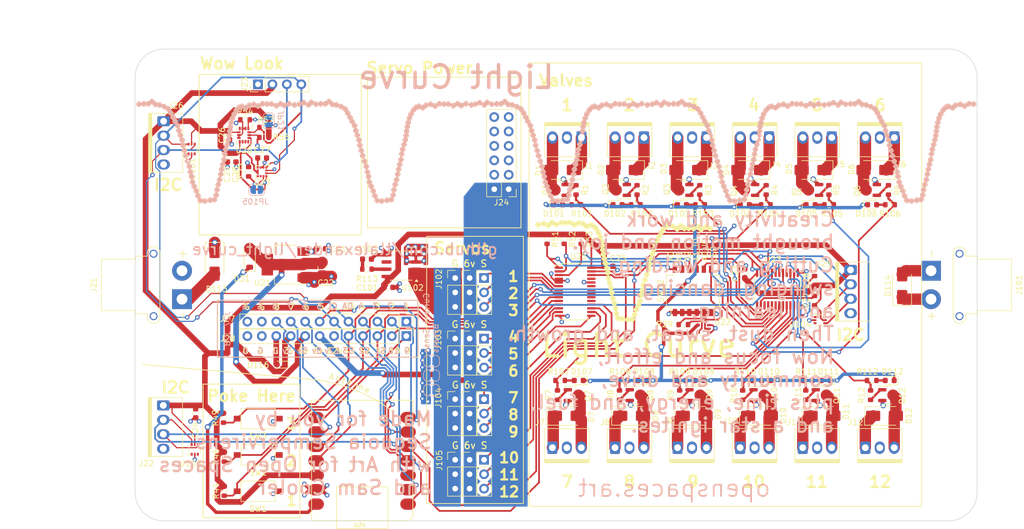
<source format=kicad_pcb>
(kicad_pcb (version 20221018) (generator pcbnew)
  (layers (0 "F.Cu" signal) (1 "In1.Cu" signal) (2 "In2.Cu" signal) (31 "B.Cu" signal) (34 "B.Paste" user) (35 "F.Paste" user) (36 "B.SilkS" user "B.Silkscreen") (37 "F.SilkS" user "F.Silkscreen") (38 "B.Mask" user) (39 "F.Mask" user) (44 "Edge.Cuts" user))
  (net 0 "")
  (net 1 "+12V")
  (net 2 "GND")
  (net 3 "+5V")
  (net 4 "+3.3V")
  (net 5 "/VALVE1")
  (net 6 "/VALVE2")
  (net 7 "/VALVE3")
  (net 8 "/VALVE4")
  (net 9 "/VALVE5")
  (net 10 "/VALVE6")
  (net 11 "/VALVE7")
  (net 12 "/VALVE8")
  (net 13 "/VALVE9")
  (net 14 "/VALVE10")
  (net 15 "/FET1")
  (net 16 "/FET6")
  (net 17 "/FET2")
  (net 18 "/FET7")
  (net 19 "/FET3")
  (net 20 "/FET8")
  (net 21 "/FET4")
  (net 22 "/FET9")
  (net 23 "/FET5")
  (net 24 "/FET10")
  (net 25 "/VALVE11")
  (net 26 "/VALVE12")
  (net 27 "/FET11")
  (net 28 "/FET12")
  (net 29 "+6V")
  (net 30 "/A1")
  (net 31 "/A0")
  (net 32 "/A2")
  (net 33 "/A1_IO")
  (net 34 "/A0_IO")
  (net 35 "+3V3")
  (net 36 "/{slash}LED_EN")
  (net 37 "/AUX1")
  (net 38 "/AUX2")
  (net 39 "/AUX3")
  (net 40 "/AUX4")
  (net 41 "/AUX5")
  (net 42 "/AUX6")
  (net 43 "/AUX7")
  (net 44 "/AUX8")
  (net 45 "/AUX9")
  (net 46 "/AUX10")
  (net 47 "/SW1")
  (net 48 "/SW2")
  (net 49 "/SW3")
  (net 50 "SDA")
  (net 51 "SCL")
  (net 55 "Net-(U27-C1)")
  (net 56 "Net-(D31-K)")
  (net 70 "Net-(JP21-B)")
  (net 71 "Net-(JP105-B)")
  (net 86 "Net-(Q1-G)")
  (net 87 "Net-(Q2-G)")
  (net 88 "Net-(Q3-G)")
  (net 89 "Net-(Q4-G)")
  (net 90 "Net-(Q5-G)")
  (net 91 "Net-(Q6-G)")
  (net 92 "Net-(Q7-G)")
  (net 93 "Net-(Q8-G)")
  (net 94 "Net-(Q9-G)")
  (net 95 "Net-(Q10-G)")
  (net 96 "Net-(Q11-G)")
  (net 97 "Net-(Q12-G)")
  (net 98 "Net-(D101-K)")
  (net 99 "Net-(D101-A)")
  (net 100 "Net-(D102-A)")
  (net 101 "Net-(D103-A)")
  (net 102 "Net-(D104-A)")
  (net 103 "Net-(D105-A)")
  (net 104 "Net-(D106-A)")
  (net 105 "Net-(D107-A)")
  (net 106 "Net-(D108-A)")
  (net 107 "Net-(D109-A)")
  (net 108 "Net-(D110-A)")
  (net 109 "Net-(D111-A)")
  (net 110 "Net-(D112-A)")
  (net 111 "SERVO_GND")
  (net 112 "/SERVO_CURRENT")
  (net 113 "Net-(J102-Pin_1)")
  (net 114 "Net-(J102-Pin_2)")
  (net 115 "Net-(J102-Pin_3)")
  (net 116 "Net-(J103-Pin_1)")
  (net 117 "Net-(J103-Pin_2)")
  (net 118 "Net-(J103-Pin_3)")
  (net 119 "Net-(J104-Pin_1)")
  (net 120 "Net-(J104-Pin_2)")
  (net 121 "Net-(J104-Pin_3)")
  (net 122 "Net-(J105-Pin_1)")
  (net 123 "Net-(J105-Pin_2)")
  (net 124 "Net-(J105-Pin_3)")
  (net 132 "Net-(JP102-A)")
  (footprint "Capacitor_SMD:C_0603_1608Metric" (layer "F.Cu") (at 92.225 77.575 -90)
    (fp_text reference "C29")
    (fp_text value "1u")
  )
  (footprint "Resistor_SMD:R_0603_1608Metric" (layer "F.Cu") (at 182.795 119.385 -90)
    (fp_text reference "R10")
    (fp_text value "10.2R")
  )
  (footprint "Resistor_SMD:R_0603_1608Metric" (layer "F.Cu") (at 186.861 85.885 180)
    (fp_text reference "R104")
    (fp_text value "130R")
  )
  (footprint "Package_TO_SOT_SMD:SOT-23" (layer "F.Cu") (at 172.495 83.285 180)
    (fp_text reference "Q3")
    (fp_text value "AO3400A")
  )
  (footprint "parts:BOOMELE-2510-3A_1x03_P2.54mm_Vertical" (layer "F.Cu") (at 176.45 74.405 180)
    (fp_text reference "J3")
    (fp_text value "Valve Conn")
  )
  (footprint "Package_TO_SOT_SMD:SOT-23" (layer "F.Cu") (at 208.275001 119.385)
    (fp_text reference "Q12")
    (fp_text value "AO3400A")
  )
  (footprint "Diode_SMD:D_SMA" (layer "F.Cu") (at 174.262 123.025)
    (fp_text reference "D9")
    (fp_text value "D")
  )
  (footprint "MountingHole:MountingHole_4.5mm" (layer "F.Cu") (at 219 63.5)
    (fp_text reference "H101" hide)
    (fp_text value "MountingHole")
  )
  (footprint "LED_SMD:LED_0603_1608Metric" (layer "F.Cu") (at 186.915 116.805 180)
    (fp_text reference "D110")
    (fp_text value "LED_RED")
  )
  (footprint "parts:BOOMELE-2510-3A_1x03_P2.54mm_Vertical" (layer "F.Cu") (at 193.35 128.29)
    (fp_text reference "J11")
    (fp_text value "Valve Conn")
  )
  (footprint "Package_SO:SO-8_3.9x4.9mm_P1.27mm" (layer "F.Cu") (at 122.765 96.595 180)
    (fp_text reference "U102")
    (fp_text value "CC6920B")
  )
  (footprint "Package_TO_SOT_SMD:SOT-666" (layer "F.Cu") (at 85.93 76.084999 90)
    (fp_text reference "U101")
    (fp_text value "USBLC6-2P6")
  )
  (footprint "LED_SMD:LED_0603_1608Metric" (layer "F.Cu") (at 153.985 116.805 180)
    (fp_text reference "D107")
    (fp_text value "LED_RED")
  )
  (footprint "LED_SMD:LED_0603_1608Metric" (layer "F.Cu") (at 160.805 85.885)
    (fp_text reference "D102")
    (fp_text value "LED_RED")
  )
  (footprint "Resistor_SMD:R_0603_1608Metric" (layer "F.Cu") (at 195.415 102.755 90)
    (fp_text reference "R27")
    (fp_text value "100k")
  )
  (footprint "MountingHole:MountingHole_2.5mm" (layer "F.Cu") (at 79.025 116.475)
    (fp_text reference "H105" hide)
    (fp_text value "MountingHole")
  )
  (footprint "Resistor_SMD:R_0603_1608Metric" (layer "F.Cu") (at 98.675 72.285 180)
    (fp_text reference "R57")
    (fp_text value "10k")
  )
  (footprint "Package_SO:TSSOP-24_4.4x7.8mm_P0.65mm" (layer "F.Cu") (at 188.9086 100.7224 90)
    (fp_text reference "U23")
    (fp_text value "PCA9539PW_118")
  )
  (footprint "Package_TO_SOT_SMD:SOT-23" (layer "F.Cu") (at 161.495 83.285 180)
    (fp_text reference "Q2")
    (fp_text value "AO3400A")
  )
  (footprint "Diode_SMD:D_SMA" (layer "F.Cu") (at 162.016 79.775 180)
    (fp_text reference "D2")
    (fp_text value "D")
  )
  (footprint "LED_SMD:LED_0603_1608Metric" (layer "F.Cu") (at 175.165 116.805 180)
    (fp_text reference "D109")
    (fp_text value "LED_RED")
  )
  (footprint "Capacitor_SMD:C_0805_2012Metric" (layer "F.Cu") (at 108.874999 96.975 -90)
    (fp_text reference "C22")
    (fp_text value "10u")
  )
  (footprint "Resistor_SMD:R_0603_1608Metric" (layer "F.Cu") (at 91.525 123.395 90)
    (fp_text reference "R49")
    (fp_text value "100k")
  )
  (footprint "Connector_AMASS:AMASS_XT30PW-F_1x02_P2.50mm_Horizontal" (layer "F.Cu") (at 215.9 97.5 -90)
    (fp_text reference "J101")
    (fp_text value "Power Input")
  )
  (footprint "Capacitor_SMD:C_0603_1608Metric" (layer "F.Cu") (at 120.525 100.425)
    (fp_text reference "C101")
    (fp_text value "0.1uF")
  )
  (footprint "Diode_SMD:D_SMA" (layer "F.Cu") (at 196.734 123.025)
    (fp_text reference "D11")
    (fp_text value "D")
  )
  (footprint "Resistor_SMD:R_0603_1608Metric" (layer "F.Cu") (at 91.665 130.245 90)
    (fp_text reference "R46")
    (fp_text value "100k")
  )
  (footprint "LED_SMD:LED_0603_1608Metric" (layer "F.Cu") (at 183.175 85.885)
    (fp_text reference "D104")
    (fp_text value "LED_RED")
  )
  (footprint "MountingHole:MountingHole_4.5mm" (layer "F.Cu") (at 81 63.5)
    (fp_text reference "H102" hide)
    (fp_text value "MountingHole")
  )
  (footprint "Resistor_SMD:R_0603_1608Metric" (layer "F.Cu") (at 195.425 99.255 90)
    (fp_text reference "R28")
    (fp_text value "100k")
  )
  (footprint "Capacitor_SMD:C_0603_1608Metric" (layer "F.Cu") (at 98.325 77.655)
    (fp_text reference "C27")
    (fp_text value "0.1uF")
  )
  (footprint "LED_SMD:LED_0603_1608Metric" (layer "F.Cu") (at 205.545 85.885)
    (fp_text reference "D106")
    (fp_text value "LED_RED")
  )
  (footprint "Package_TO_SOT_SMD:SOT-23" (layer "F.Cu") (at 195.29533 83.285 180)
    (fp_text reference "Q5")
    (fp_text value "AO3400A")
  )
  (footprint "Resistor_SMD:R_0603_1608Metric" (layer "F.Cu") (at 175.245 83.285 90)
    (fp_text reference "R3")
    (fp_text value "10.2R")
  )
  (footprint "Resistor_SMD:R_0603_1608Metric" (layer "F.Cu") (at 175.309 85.885 180)
    (fp_text reference "R103")
    (fp_text value "130R")
  )
  (footprint "Resistor_SMD:R_0603_1608Metric" (layer "F.Cu") (at 95.325 70.935)
    (fp_text reference "R54")
    (fp_text value "5.1k")
  )
  (footprint "Resistor_SMD:R_0603_1608Metric" (layer "F.Cu") (at 205.275 119.385 -90)
    (fp_text reference "R12")
    (fp_text value "10.2R")
  )
  (footprint "Resistor_SMD:R_0603_1608Metric" (layer "F.Cu") (at 161.715 116.805)
    (fp_text reference "R108")
    (fp_text value "130R")
  )
  (footprint "LED_SMD:LED_0603_1608Metric" (layer "F.Cu") (at 194.735 85.885)
    (fp_text reference "D105")
    (fp_text value "LED_RED")
  )
  (footprint "MountingHole:MountingHole_2.5mm" (layer "F.Cu") (at 107.775 114.475)
    (fp_text reference "H107" hide)
    (fp_text value "MountingHole")
  )
  (footprint "Diode_SMD:D_SMA" (layer "F.Cu") (at 163.276 123.025)
    (fp_text reference "D8")
    (fp_text value "D")
  )
  (footprint "Capacitor_SMD:C_0603_1608Metric" (layer "F.Cu") (at 183.165 97.955 -90)
    (fp_text reference "C23")
    (fp_text value "100n")
  )
  (footprint "parts:BOOMELE-2510-3A_1x03_P2.54mm_Vertical" (layer "F.Cu") (at 171.35 128.29)
    (fp_text reference "J9")
    (fp_text value "Valve Conn")
  )
  (footprint "Diode_SMD:D_SMA" (layer "F.Cu") (at 210.825 100.13 90)
    (fp_text reference "D114")
    (fp_text value "SMAJ12A")
  )
  (footprint "parts:PINREX-744-81-04TW00 _1x04_P2.54mm_Vertical" (layer "F.Cu") (at 202.095 97.355 -90)
    (fp_text reference "J25")
    (fp_text value "I2C INTERCONNECT")
  )
  (footprint "Package_TO_SOT_SMD:SOT-23" (layer "F.Cu") (at 205.435331 83.285 180)
    (fp_text reference "Q6")
    (fp_text value "AO3400A")
  )
  (footprint "Resistor_SMD:R_0603_1608Metric" (layer "F.Cu") (at 164.007 85.885 180)
    (fp_text reference "R102")
    (fp_text value "130R")
  )
  (footprint "Connector_PinHeader_2.54mm:PinHeader_1x03_P2.54mm_Vertical" (layer "F.Cu") (at 137.340001 130.755001)
    (fp_text reference "J105")
    (fp_text value "Servo")
  )
  (footprint "Connector_PinHeader_2.54mm:PinHeader_1x03_P2.54mm_Vertical" (layer "F.Cu") (at 134.8 130.755002)
    (fp_text reference "J109" hide)
    (fp_text value "Servo")
  )
  (footprint "Connector_PinHeader_2.54mm:PinHeader_1x03_P2.54mm_Vertical" (layer "F.Cu") (at 132.260001 98.775003)
    (fp_text reference "J110" hide)
    (fp_text value "Servo")
  )
  (footprint "Package_TO_SOT_SMD:SOT-353_SC-70-5" (layer "F.Cu") (at 175.895 107.715 180)
    (fp_text reference "U22")
    (fp_text value "SN74LVC1G07QDCKTQ1")
  )
  (footprint "Package_SO:TSSOP-28_4.4x9.7mm_P0.65mm" (layer "F.Cu") (at 153.334998 101.189465)
    (fp_text reference "U25")
    (fp_text value "PCA9685PW")
  )
  (footprint "Resistor_SMD:R_0603_1608Metric" (layer "F.Cu") (at 183.715 116.805)
    (fp_text reference "R110")
    (fp_text value "130R")
  )
  (footprint "Connector_PinHeader_2.54mm:PinHeader_1x12_P2.54mm_Vertical" (layer "F.Cu") (at 123.675 106.45 -90)
    (fp_text reference "J27")
    (fp_text value "A2541WV-12P")
  )
  (footprint "Resistor_SMD:R_0603_1608Metric" (layer "F.Cu") (at 194.225 116.805)
    (fp_text reference "R111")
    (fp_text value "130R")
  )
  (footprint "Package_TO_SOT_SMD:SOT-23" (layer "F.Cu") (at 184.04533 83.285 180)
    (fp_text reference "Q4")
    (fp_text value "AO3400A")
  )
  (footprint "parts:SW_TS_1101_C_W" (layer "F.Cu") (at 97.635 136.295001 180)
    (fp_text reference "SW1")
    (fp_text value "SW_MEC_5G")
  )
  (footprint "Package_TO_SOT_SMD:SOT-23" (layer "F.Cu") (at 174.385 119.385)
    (fp_text reference "Q9")
    (fp_text value "AO3400A")
  )
  (footprint "MountingHole:MountingHole_4.5mm" (layer "F.Cu") (at 219 136.5)
    (fp_text reference "H104" hide)
    (fp_text value "MountingHole")
  )
  (footprint "Resistor_SMD:R_0603_1608Metric" (layer "F.Cu") (at 205.475 116.805)
    (fp_text reference "R112")
    (fp_text value "130R")
  )
  (footprint "Resistor_SMD:R_0603_1608Metric" (layer "F.Cu") (at 153.505 83.285 90)
    (fp_text reference "R1")
    (fp_text value "10.2R")
  )
  (footprint "Connector_PinHeader_2.54mm:PinHeader_1x03_P2.54mm_Vertical" (layer "F.Cu") (at 137.340001 120.095002)
    (fp_text reference "J104")
    (fp_text value "Servo")
  )
  (footprint "Package_TO_SOT_SMD:SOT-23" (layer "F.Cu") (at 196.574999 119.385)
    (fp_text reference "Q11")
    (fp_text value "AO3400A")
  )
  (footprint "Diode_SMD:D_SMA" (layer "F.Cu") (at 151.135 79.775 180)
    (fp_text reference "D1")
    (fp_text value "D")
  )
  (footprint "Resistor_SMD:R_0603_1608Metric" (layer "F.Cu") (at 150.235 119.385 -90)
    (fp_text reference "R7")
    (fp_text value "10.2R")
  )
  (footprint "Resistor_SMD:R_0603_1608Metric" (layer "F.Cu") (at 171.725 119.385 -90)
    (fp_text reference "R9")
    (fp_text value "10.2R")
  )
  (footprint "parts:BOOMELE-2510-3A_1x03_P2.54mm_Vertical" (layer "F.Cu") (at 187.45 74.405 180)
    (fp_text reference "J4")
    (fp_text value "Valve Conn")
  )
  (footprint "MountingHole:MountingHole_2.5mm" (layer "F.Cu") (at 79.025 111.525)
    (fp_text reference "H106" hide)
    (fp_text value "MountingHole")
  )
  (footprint "Package_TO_SOT_SMD:SOT-223-3_TabPin2" (layer "F.Cu") (at 102.395 96.425 180)
    (fp_text reference "U21")
    (fp_text value "TLV1117-50IDCYR")
  )
  (footprint "Connector_PinHeader_2.54mm:PinHeader_1x04_P2.54mm_Vertical" (layer "F.Cu") (at 97.595 64.695 90)
    (fp_text reference "J23")
    (fp_text value "I2C OLED")
  )
  (footprint "Connector_PinHeader_2.54mm:PinHeader_1x03_P2.54mm_Vertical" (layer "F.Cu") (at 132.26 120.095002)
    (fp_text reference "J112" hide)
    (fp_text value "Servo")
  )
  (footprint "MountingHole:MountingHole_2.5mm" (layer "F.Cu") (at 107.275 118.775)
    (fp_text reference "H108" hide)
    (fp_text value "MountingHole")
  )
  (footprint "LED_SMD:LED_0603_1608Metric" (layer "F.Cu") (at 208.63636 116.805 180)
    (fp_text reference "D112")
    (fp_text value "LED_RED")
  )
  (footprint "MountingHole:MountingHole_4.5mm" (layer "F.Cu") (at 81 136.5)
    (fp_text reference "H103" hide)
    (fp_text value "MountingHole")
  )
  (footprint "Diode_SMD:D_SOD-523" (layer "F.Cu") (at 101.64 114.015 180)
    (fp_text reference "D116")
    (fp_text value "TVS 3.3V")
  )
  (footprint "Resistor_SMD:R_0603_1608Metric" (layer "F.Cu") (at 164.225 83.285 90)
    (fp_text reference "R2")
    (fp_text value "10.2R")
  )
  (footprint "Resistor_SMD:R_0603_1608Metric" (layer "F.Cu") (at 91.655001 136.245 90)
    (fp_text reference "R44")
    (fp_text value "100k")
  )
  (footprint "Resistor_SMD:R_0603_1608Metric" (layer "F.Cu") (at 151.425 91.939465 -90)
    (fp_text reference "R52")
    (fp_text value "100k")
  )
  (footprint "Connector_PinHeader_2.54mm:PinHeader_1x03_P2.54mm_Vertical" (layer "F.Cu") (at 134.8 120.095002)
    (fp_text reference "J108" hide)
    (fp_text value "Servo")
  )
  (footprint "Package_TO_SOT_SMD:SOT-23" (layer "F.Cu") (at 152.995 119.385)
    (fp_text reference "Q7")
    (fp_text value "AO3400A")
  )
  (footprint "Capacitor_SMD:C_0603_1608Metric" (layer "F.Cu") (at 108.685 93.625)
    (fp_text reference "C21")
    (fp_text value "1u")
  )
  (footprint "Connector_PinHeader_2.54mm:PinHeader_1x03_P2.54mm_Vertical" (layer "F.Cu") (at 134.8 98.775001)
    (fp_text reference "J106" hide)
    (fp_text value "Servo")
  )
  (footprint "Connector_PinHeader_2.54mm:PinHeader_1x03_P2.54mm_Vertical" (layer "F.Cu") (at 134.8 109.435001)
    (fp_text reference "J107" hide)
    (fp_text value "Servo")
  )
  (footprint "Connector_PinHeader_2.54mm:PinHeader_1x03_P2.54mm_Vertical" (layer "F.Cu") (at 137.340001 109.435002)
    (fp_text reference "J103")
    (fp_text value "Servo")
  )
  (footprint "Resistor_SMD:R_0603_1608Metric" (layer "F.Cu") (at 172.365 106.975 180)
    (fp_text reference "R29")
    (fp_text value "100k")
  )
  (footprint "Resistor_SMD:R_0603_1608Metric" (layer "F.Cu") (at 116.755 97.215 180)
    (fp_text reference "R113")
    (fp_text value "10k")
  )
  (footprint "Capacitor_SMD:C_0603_1608Metric" (layer "F.Cu") (at 159.189466 96.715001 180)
    (fp_text reference "C25")
    (fp_text value "100n")
  )
  (footprint "Button_Switch_SMD:SW_DIP_SPSTx06_Slide_KingTek_DSHP06TS_W7.62mm_P1.27mm" (layer "F.Cu") (at 174.065 101.035 90)
    (fp_text reference "SW22")
    (fp_text value "CONFIG SWITCH")
  )
  (footprint "Diode_SMD:D_SMA" (layer "F.Cu") (at 151.79 123.025)
    (fp_text reference "D7")
    (fp_text value "D")
  )
  (footprint "Resistor_SMD:R_0603_1608Metric" (layer "F.Cu") (at 193.885 119.385 -90)
    (fp_text reference "R11")
    (fp_text value "10.2R")
  )
  (footprint "LED_SMD:LED_0603_1608Metric" (layer "F.Cu") (at 150.345 85.885)
    (fp_text reference "D101")
    (fp_text value "LED_RED")
  )
  (footprint "Package_TO_SOT_SMD:SOT-23" (layer "F.Cu") (at 185.635 119.385)
    (fp_text reference "Q10")
    (fp_text value "AO3400A")
  )
  (footprint "Diode_SMD:D_SMA" (layer "F.Cu") (at 89.975 96.02 -90)
    (fp_text reference "D113")
    (fp_text value "SMAJ12A")
  )
  (footprint "parts:BOOMELE-2510-3A_1x03_P2.54mm_Vertical" (layer "F.Cu") (at 204.35 128.29)
    (fp_text reference "J12")
    (fp_text value "Valve Conn")
  )
  (footprint "parts:BOOMELE-2510-3A_1x03_P2.54mm_Vertical" (layer "F.Cu") (at 149.35 128.29)
    (fp_text reference "J7")
    (fp_text value "Valve Conn")
  )
  (footprint "Resistor_SMD:R_0603_1608Metric" (layer "F.Cu") (at 208.415331 83.285 90)
    (fp_text reference "R6")
    (fp_text value "10.2R")
  )
  (footprint "xiao ESP32S3_PCB:MOUDLE14P-SMD-2.54-21X17.8MM" (layer "F.Cu") (at 124.817 120.4415 180)
    (fp_text reference "U24")
    (fp_text value "MOUDLE-SEEEDUINO-XIAO-ESP32S3")
  )
  (footprint "Package_TO_SOT_SMD:SOT-666" (layer "F.Cu") (at 196.365 106.19)
    (fp_text reference "U104")
    (fp_text value "USBLC6-2P6")
  )
  (footprint "Capacitor_SMD:C_0603_1608Metric" (layer "F.Cu") (at 116.755 95.455 180)
    (fp_text reference "C102")
    (fp_text value "100n")
  )
  (footprint "Resistor_SMD:R_0603_1608Metric" (layer "F.Cu") (at 197.94533 83.285 90)
    (fp_text reference "R5")
    (fp_text value "10.2R")
  )
  (footprint "Diode_SMD:D_SMA" (layer "F.Cu") (at 206.04 79.775 180)
    (fp_text reference "D6")
    (fp_text value "D")
  )
  (footprint "parts:BOOMELE-2510-3A_1x03_P2.54mm_Vertical" (layer "F.Cu") (at 165.45 74.405 180)
    (fp_text reference "J2")
    (fp_text value "Valve Conn")
  )
  (footprint "parts:BOOMELE-2510-3A_1x03_P2.54mm_Vertical" (layer "F.Cu") (at 154.45 74.405 180)
    (fp_text reference "J1")
    (fp_text value "Valve Conn")
  )
  (footprint "Resistor_SMD:R_0603_1608Metric" (layer "F.Cu") (at 208.684999 85.885 180)
    (fp_text reference "R106")
    (fp_text value "130R")
  )
  (footprint "LED_SMD:LED_0603_1608Metric" (layer "F.Cu") (at 165.165 116.805 180)
    (fp_text reference "D108")
    (fp_text value "LED_RED")
  )
  (footprint "Package_TO_SOT_SMD:SOT-23" (layer "F.Cu") (at 163.885 119.385)
    (fp_text reference "Q8")
    (fp_text value "AO3400A")
  )
  (footprint "Capacitor_SMD:C_0603_1608Metric" (layer "F.Cu") (at 86.655 122.585002 -90)
    (fp_text reference "C24")
    (fp_text value "1u")
  )
  (footprint "Package_LGA:LGA-14_3x2.5mm_P0.5mm_LayoutBorder3x4y" (layer "F.Cu") (at 95.15 73.64 -90)
    (fp_text reference "U26")
    (fp_text value "LSM6DS3")
  )
  (footprint "Connector_PinHeader_2.54mm:PinHeader_1x12_P2.54mm_Vertical" (layer "F.Cu") (at 123.675 108.99 -90)
    (fp_text reference "J28")
    (fp_text value "A2541WV-12P")
  )
  (footprint "parts:PINREX-744-81-04TW00 _1x04_P2.54mm_Vertical" (layer "F.Cu") (at 81.3 121.19 -90)
    (fp_text reference "J22")
    (fp_text value "I2C INTERCONNECT")
  )
  (footprint "Resistor_SMD:R_0603_1608Metric" (layer "F.Cu") (at 171.965 116.805)
    (fp_text reference "R109")
    (fp_text value "130R")
  )
  (footprint "Connector_PinHeader_2.54mm:PinHeader_2x06_P2.54mm_Vertical" (layer "F.Cu") (at 141.665 83.155 180)
    (fp_text reference "J24")
    (fp_text value "POLOLU CONVERTER")
  )
  (footprint "Package_LGA:LGA-12_2x2mm_P0.5mm" (layer "F.Cu") (at 98.31 80.099999 -90)
    (fp_text reference "U27")
    (fp_text value "LIS3MDL")
  )
  (footprint "parts:BOOMELE-2510-3A_1x03_P2.54mm_Vertical" (layer "F.Cu") (at 160.35 128.29)
    (fp_text reference "J8")
    (fp_text value "Valve Conn")
  )
  (footprint "Diode_SMD:D_SMA" (layer "F.Cu") (at 184.028 79.775 180)
    (fp_text reference "D4")
    (fp_text value "D")
  )
  (footprint "parts:PINREX-744-81-04TW00 _1x04_P2.54mm_Vertical" (layer "F.Cu") (at 81.35 71.19 -90)
    (fp_text reference "J26")
    (fp_text value "I2C INTERCONNECT")
  )
  (footprint "parts:SW_TS_1101_C_W" (layer "F.Cu") (at 97.645 129.915 180)
    (fp_text reference "SW2")
    (fp_text value "SW_MEC_5G")
  )
  (footprint "Diode_SMD:D_SMA" (layer "F.Cu") (at 195.159 79.775 180)
    (fp_text reference "D5")
    (fp_text value "D")
  )
  (footprint "Connector_PinHeader_2.54mm:PinHeader_1x03_P2.54mm_Vertical" (layer "F.Cu") (at 132.26 130.755001)
    (fp_text reference "J113" hide)
    (fp_text value "Servo")
  )
  (footprint "parts:BOOMELE-2510-3A_1x03_P2.54mm_Vertical" (layer "F.Cu") (at 209.45 74.405 180)
    (fp_text reference "J6")
    (fp_text value "Valve Conn")
  )
  (footprint "Resistor_SMD:R_0603_1608Metric" (layer "F.Cu") (at 186.91533 83.285 90)
    (fp_text reference "R4")
    (fp_text value "10.2R")
  )
  (footprint "Resistor_SMD:R_0603_1608Metric" (layer "F.Cu") (at 197.987 85.885 180)
    (fp_text reference "R105")
    (fp_text value "130R")
  )
  (footprint "Diode_SMD:D_SOD-123" (layer "F.Cu") (at 96.135001 95.23 90)
    (fp_text reference "D31")
    (fp_text value "MBR0530")
  )
  (footprint "Resistor_SMD:R_0603_1608Metric" (layer "F.Cu") (at 150.715 116.805)
    (fp_text reference "R107")
    (fp_text value "130R")
  )
  (footprint "Package_TO_SOT_SMD:SOT-666" (layer "F.Cu") (at 86.485 128.935 90)
    (fp_text reference "U103")
    (fp_text value "USBLC6-2P6")
  )
  (footprint "Capacitor_SMD:C_0603_1608Metric" (layer "F.Cu") (at 93.735 77.575 -90)
    (fp_text reference "C28")
    (fp_text value "0.1uF")
  )
  (footprint "Resistor_SMD:R_0603_1608Metric" (layer "F.Cu") (at 95.955 80.075 -90)
    (fp_text reference "R55")
    (fp_text value "5.1k")
  )
  (footprint "parts:BOOMELE-2510-3A_1x03_P2.54mm_Vertical" (layer "F.Cu") (at 182.35 128.29)
    (fp_text reference "J10")
    (fp_text value "Valve Conn")
  )
  (footprint "Resistor_SMD:R_0603_1608Metric" (layer "F.Cu") (at 98.675 74.045 180)
    (fp_text reference "R56")
    (fp_text value "10k")
  )
  (footprint "Resistor_SMD:R_0603_1608Metric" (layer "F.Cu") (at 154.405 91.939465 -90)
    (fp_text reference "R53")
    (fp_text value "100k")
  )
  (footprint "Capacitor_SMD:C_0603_1608Metric" (layer "F.Cu") (at 92.605 73.674998 -90)
    (fp_text reference "C26")
    (fp_text value "0.1uF")
  )
  (footprint "Resistor_SMD:R_0603_1608Metric" (layer "F.Cu") (at 161.145 119.385 -90)
    (fp_text reference "R8")
    (fp_text value "10.2R")
  )
  (footprint "parts:SW_TS_1101_C_W" (layer "F.Cu") (at 97.645 123.515 180)
    (fp_text reference "SW3")
    (fp_text value "SW_MEC_5G")
  )
  (footprint "LED_SMD:LED_0603_1608Metric" (layer "F.Cu") (at 172.115 85.885)
    (fp_text reference "D103")
    (fp_text value "LED_RED")
  )
  (footprint "Connector_PinHeader_2.54mm:PinHeader_1x03_P2.54mm_Vertical" (layer "F.Cu") (at 137.34 98.775003)
    (fp_text reference "J102")
    (fp_text value "Servo")
  )
  (footprint "Diode_SMD:D_SMA" (layer "F.Cu") (at 185.748 123.025)
    (fp_text reference "D10")
    (fp_text value "D")
  )
  (footprint "Connector_AMASS:AMASS_XT30PW-F_1x02_P2.50mm_Horizontal" (layer "F.Cu") (at 84.25 102.5 90)
    (fp_text reference "J21")
    (fp_text value "Power Input")
  )
  (footprint "Package_TO_SOT_SMD:SOT-23" (layer "F.Cu") (at 150.745 83.285 180)
    (fp_text reference "Q1")
    (fp_text value "AO3400A")
  )
  (footprint "Diode_SMD:D_SMA" (layer "F.Cu") (at 207.72 123.025)
    (fp_text reference "D12")
    (fp_text value "D")
  )
  (footprint "Connector_PinHeader_2.54mm:PinHeader_1x03_P2.54mm_Vertical" (layer "F.Cu") (at 132.26 109.435002)
    (fp_text reference "J111" hide)
    (fp_text value "Servo")
  )
  (footprint "Resistor_SMD:R_0603_1608Metric" (layer "F.Cu") (at 153.545 85.885 180)
    (fp_text reference "R101")
    (fp_text value "130R")
  )
  (footprint "Diode_SMD:D_SMA" (layer "F.Cu") (at 173.147 79.775 180)
    (fp_text reference "D3")
    (fp_text value "D")
  )
  (footprint "LED_SMD:LED_0603_1608Metric" (layer "F.Cu") (at 197.405 116.805 180)
    (fp_text reference "D111")
    (fp_text value "LED_RED")
  )
  (footprint "Resistor_SMD:R_0603_1608Metric" (layer "F.Cu") (at 148.415001 91.939465 -90)
    (fp_text reference "R51")
    (fp_text value "100k")
  )
  (footprint "parts:BOOMELE-2510-3A_1x03_P2.54mm_Vertical" (layer "F.Cu") (at 198.45 74.405 180)
    (fp_text reference "J5")
    (fp_text value "Valve Conn")
  )
  (footprint "Jumper:SolderJumper-2_P1.3mm_Open_RoundedPad1.0x1.5mm" (layer "B.Cu") (at 128.105 118.485 180)
    (fp_text reference "JP104" hide)
    (fp_text value "SolderJumper_2_Open" hide)
  )
  (footprint "Jumper:SolderJumper-2_P1.3mm_Open_RoundedPad1.0x1.5mm" (layer "B.Cu") (at 128.104999 113.385 180)
    (fp_text reference "JP101" hide)
    (fp_text value "SolderJumper_2_Open" hide)
  )
  (footprint "Jumper:SolderJumper-2_P1.3mm_Open_RoundedPad1.0x1.5mm" (layer "B.Cu") (at 97.4018 83.2386 180)
    (fp_text reference "JP105")
    (fp_text value "SolderJumper_2_Open")
  )
  (footprint "Jumper:SolderJumper-2_P1.3mm_Open_RoundedPad1.0x1.5mm" (layer "B.Cu") (at 99.4634 71.136999 90)
    (fp_text reference "JP21")
    (fp_text value "SolderJumper_2_Open")
  )
  (footprint "Jumper:SolderJumper-2_P1.3mm_Open_RoundedPad1.0x1.5mm" (layer "B.Cu") (at 128.105 115.935 180)
    (fp_text reference "JP103" hide)
    (fp_text value "SolderJumper_2_Open" hide)
  )
  (gr_rect (start 90.45 102.7) (end 125.7 112.7) (stroke (width 0.15)) (fill none) (layer "B.SilkS"))
  (gr_poly (pts (xy 143.83 89.95) (xy 116.83 89.95) (xy 116.83 63.45) (xy 143.83 63.45)) (stroke (width 0.15)) (fill none) (layer "F.SilkS"))
  (gr_rect (start 87.95 117.45) (end 104.95 140.95) (stroke (width 0.15)) (fill none) (layer "F.SilkS"))
  (gr_line (start 107.686878 116.665521) (end 77.35 114) (stroke (width 0.15)) (layer "F.SilkS"))
  (gr_rect (start 127.25 91.45) (end 144.25 138.45) (stroke (width 0.15)) (fill none) (layer "F.SilkS"))
  (gr_rect (start 90.5 102.7) (end 125.75 112.7) (stroke (width 0.15)) (fill none) (layer "F.SilkS"))
  (gr_rect (start 145.25 60.95) (end 214.25 138.95) (stroke (width 0.15)) (fill none) (layer "F.SilkS"))
  (gr_arc (start 107.686878 116.665521) (mid 114.819894 118.571465) (end 121.25 122.200001) (stroke (width 0.15)) (layer "F.SilkS"))
  (gr_rect (start 87.25 62.95) (end 115.75 91.2) (stroke (width 0.15)) (fill none) (layer "F.SilkS"))
  (gr_line (start 219 141.5) (end 81 141.5) (stroke (width 0.1)) (layer "Edge.Cuts"))
  (gr_line (start 81 58.5) (end 219 58.5) (stroke (width 0.1)) (layer "Edge.Cuts"))
  (gr_arc (start 81 141.5) (mid 77.464466 140.035534) (end 76 136.5) (stroke (width 0.1)) (layer "Edge.Cuts"))
  (gr_line (start 224 63.5) (end 224 136.5) (stroke (width 0.1)) (layer "Edge.Cuts"))
  (gr_line (start 76 136.5) (end 76 63.5) (stroke (width 0.1)) (layer "Edge.Cuts"))
  (gr_arc (start 76 63.5) (mid 77.464466 59.964466) (end 81 58.5) (stroke (width 0.1)) (layer "Edge.Cuts"))
  (gr_arc (start 224 136.5) (mid 222.535534 140.035534) (end 219 141.5) (stroke (width 0.1)) (layer "Edge.Cuts"))
  (gr_arc (start 219 58.5) (mid 222.535534 59.964466) (end 224 63.5) (stroke (width 0.1)) (layer "Edge.Cuts"))
  (gr_text "Light Curve" (at 149.992 65.7604) (layer "B.SilkS") (effects (font (size 4 4) (thickness 0.6)) (justify left bottom mirror)))
  (gr_text "." (at 151.0572 83.9728) (layer "B.SilkS") (effects (font (size 4 4) (thickness 0.6)) (justify right bottom mirror)))
  (gr_text "." (at 107.3048 68.8504) (layer "B.SilkS") (effects (font (size 4 4) (thickness 0.6)) (justify right bottom mirror)))
  (gr_text "." (at 191.7076 68.8852) (layer "B.SilkS") (effects (font (size 4 4) (thickness 0.6)) (justify right bottom mirror)))
  (gr_text "." (at 218.3372 69.5456) (layer "B.SilkS") (effects (font (size 4 4) (thickness 0.6)) (justify right bottom mirror)))
  (gr_text "." (at 147.044 83.3632) (layer "B.SilkS") (effects (font (size 4 4) (thickness 0.6)) (justify right bottom mirror)))
  (gr_text "." (at 121.395861 78.662272) (layer "B.SilkS") (effects (font (size 4 4) (thickness 0.6)) (justify right bottom mirror)))
  (gr_text "." (at 122.8496 71.3744) (layer "B.SilkS") (effects (font (size 4 4) (thickness 0.6)) (justify right bottom mirror)))
  (gr_text "." (at 106.4412 68.9012) (layer "B.SilkS") (effects (font (size 4 4) (thickness 0.6)) (justify right bottom mirror)))
  (gr_text "." (at 145.5708 77.9784) (layer "B.SilkS") (effects (font (size 4 4) (thickness 0.6)) (justify right bottom mirror)))
  (gr_text "." (at 214.2732 79.5024) (layer "B.SilkS") (effects (font (size 4 4) (thickness 0.6)) (justify right bottom mirror)))
  (gr_text "." (at 215.3908 74.4224) (layer "B.SilkS") (effects (font (size 4 4) (thickness 0.6)) (justify right bottom mirror)))
  (gr_text "." (at 123.1544 70.6632) (layer "B.SilkS") (effects (font (size 4 4) (thickness 0.6)) (justify right bottom mirror)))
  (gr_text "." (at 150.6 85.7) (layer "B.SilkS") (effects (font (size 4 4) (thickness 0.6)) (justify right bottom mirror)))
  (gr_text "." (at 153.0384 75.1844) (layer "B.SilkS") (effects (font (size 4 4) (thickness 0.6)) (justify right bottom mirror)))
  (gr_text "." (at 146.1804 79.858) (layer "B.SilkS") (effects (font (size 4 4) (thickness 0.6)) (justify right bottom mirror)))
  (gr_text "." (at 207.1104 75.2352) (layer "B.SilkS") (effects (font (size 4 4) (thickness 0.6)) (justify right bottom mirror)))
  (gr_text "." (at 215.4924 73.6604) (layer "B.SilkS") (effects (font (size 4 4) (thickness 0.6)) (justify right bottom mirror)))
  (gr_text "." (at 89.5144 82.1948) (layer "B.SilkS") (effects (font (size 4 4) (thickness 0.6)) (justify right bottom mirror)))
  (gr_text "." (at 133.7716 69.0408) (layer "B.SilkS") (effects (font (size 4 4) (thickness 0.6)) (justify right bottom mirror)))
  (gr_text "6v 5v 3v\n" (at 101.75 112.2) (layer "B.SilkS") (effects (font (size 1.05 1.05) (thickness 0.2) bold) (justify right bottom mirror)))
  (gr_text "." (at 152.295861 78.662272) (layer "B.SilkS") (effects (font (size 4 4) (thickness 0.6)) (justify right bottom mirror)))
  (gr_text "." (at 187.2372 69.5456) (layer "B.SilkS") (effects (font (size 4 4) (thickness 0.6)) (justify right bottom mirror)))
  (gr_text "." (at 124.526 69.2916) (layer "B.SilkS") (effects (font (size 4 4) (thickness 0.6)) (justify right bottom mirror)))
  (gr_text "." (at 186.0688 69.444) (layer "B.SilkS") (effects (font (size 4 4) (thickness 0.6)) (justify right bottom mirror)))
  (gr_text "." (at 205.8912 71.9332) (layer "B.SilkS") (effects (font (size 4 4) (thickness 0.6)) (justify right bottom mirror)))
  (gr_text "." (at 147.7044 85.0396) (layer "B.SilkS") (effects (font (size 4 4) (thickness 0.6)) (justify right bottom mirror)))
  (gr_text "." (at 216.6608 69.952) (layer "B.SilkS") (effects (font (size 4 4) (thickness 0.6)) (justify right bottom mirror)))
  (gr_text "." (at 114.6708 77.9784) (layer "B.SilkS") (effects (font (size 4 4) (thickness 0.6)) (justify right bottom mirror)))
  (gr_text "." (at 170.0668 68.8504) (layer "B.SilkS") (effects (font (size 4 4) (thickness 0.6)) (justify right bottom mirror)))
  (gr_text "." (at 203.148 69.0456) (layer "B.SilkS") (effects (font (size 4 4) (thickness 0.6)) (justify right bottom mirror)))
  (gr_text "." (at 154.0544 70.6632) (layer "B.SilkS") (effects (font (size 4 4) (thickness 0.6)) (justify right bottom mirror)))
  (gr_text "." (at 120.0048 84.8872) (layer "B.SilkS") (effects (font (size 4 4) (thickness 0.6)) (justify right bottom mirror)))
  (gr_text "." (at 152.5812 76.8608) (layer "B.SilkS") (effects (font (size 4 4) (thickness 0.6)) (justify right bottom mirror)))
  (gr_text "." (at 104.3076 68.6472) (layer "B.SilkS") (effects (font (size 4 4) (thickness 0.6)) (justify right bottom mirror)))
  (gr_text "." (at 219.7088 68.936) (layer "B.SilkS") (effects (font (size 4 4) (thickness 0.6)) (justify right bottom mirror)))
  (gr_text "." (at 120.6144 82.1948) (layer "B.SilkS") (effects (font (size 4 4) (thickness 0.6)) (justify right bottom mirror)))
  (gr_text "." (at 131.3332 68.8344) (layer "B.SilkS") (effects (font (size 4 4) (thickness 0.6)) (justify right bottom mirror)))
  (gr_text "." (at 113.4516 73.5588) (layer "B.SilkS") (effects (font (size 4 4) (thickness 0.6)) (justify right bottom mirror)))
  (gr_text "." (at 152.4288 77.6736) (layer "B.SilkS") (effects (font (size 4 4) (thickness 0.6)) (justify right bottom mirror)))
  (gr_text "." (at 100.8936 69.1424) (layer "B.SilkS") (effects (font (size 4 4) (thickness 0.6)) (justify right bottom mirror)))
  (gr_text "." (at 208.9392 82.6012) (layer "B.SilkS") (effects (font (size 4 4) (thickness 0.6)) (justify right bottom mirror)))
  (gr_text "." (at 177.2804 79.858) (layer "B.SilkS") (effects (font (size 4 4) (thickness 0.6)) (justify right bottom mirror)))
  (gr_text "." (at 209.244 83.3632) (layer "B.SilkS") (effects (font (size 4 4) (thickness 0.6)) (justify right bottom mirror)))
  (gr_text "." (at 82.6056 74.3716) (layer "B.SilkS") (effects (font (size 4 4) (thickness 0.6)) (justify right bottom mirror)))
  (gr_text "." (at 126.6088 68.936) (layer "B.SilkS") (effects (font (size 4 4) (thickness 0.6)) (justify right bottom mirror)))
  (gr_text "." (at 83.3168 77.064) (layer "B.SilkS") (effects (font (size 4 4) (thickness 0.6)) (justify right bottom mirror)))
  (gr_text "." (at 121.5288 77.6736) (layer "B.SilkS") (effects (font (size 4 4) (thickness 0.6)) (justify right bottom mirror)))
  (gr_text "." (at 110.8608 69.3424) (layer "B.SilkS") (effects (font (size 4 4) (thickness 0.6)) (justify right bottom mirror)))
  (gr_text "." (at 210.3108 85.8524) (layer "B.SilkS") (effects (font (size 4 4) (thickness 0.6)) (justify right bottom mirror)))
  (gr_text "." (at 114.9756 78.9436) (layer "B.SilkS") (effects (font (size 4 4) (thickness 0.6)) (justify right bottom mirror)))
  (gr_text "." (at 93.426 69.2916) (layer "B.SilkS") (effects (font (size 4 4) (thickness 0.6)) (justify right bottom mirror)))
  (gr_text "." (at 208.7868 81.636) (layer "B.SilkS") (effects (font (size 4 4) (thickness 0.6)) (justify right bottom mirror)))
  (gr_text "." (at 182.6144 82.1948) (layer "B.SilkS") (effects (font (size 4 4) (thickness 0.6)) (justify right bottom mirror)))
  (gr_text "." (at 118.938 85.8016) (layer "B.SilkS") (effects (font (size 4 4) (thickness 0.6)) (justify right bottom mirror)))
  (gr_text "." (at 96.2708 69.2408) (layer "B.SilkS") (effects (font (size 4 4) (thickness 0.6)) (justify right bottom mirror)))
  (gr_text "." (at 184.3924 73.6604) (layer "B.SilkS") (effects (font (size 4 4) (thickness 0.6)) (justify right bottom mirror)))
  (gr_text "." (at 211.1236 85.954) (layer "B.SilkS") (effects (font (size 4 4) (thickness 0.6)) (justify right bottom mirror)))
  (gr_text "." (at 177.4836 80.8232) (layer "B.SilkS") (effects (font (size 4 4) (thickness 0.6)) (justify right bottom mirror)))
  (gr_text "." (at 181.7 85.7) (layer "B.SilkS") (effects (font (size 4 4) (thickness 0.6)) (justify right bottom mirror)))
  (gr_text "." (at 178.144 83.3632) (layer "B.SilkS") (effects (font (size 4 4) (thickness 0.6)) (justify right bottom mirror)))
  (gr_text "." (at 119.7 85.7) (layer "B.SilkS") (effects (font (size 4 4) (thickness 0.6)) (justify right bottom mirror)))
  (gr_text "." (at 205.5356 71.222) (layer "B.SilkS") (effects (font (size 4 4) (thickness 0.6)) (justify right bottom mirror)))
  (gr_text "." (at 174.0292 70.46) (layer "B.SilkS") (effects (font (size 4 4) (thickness 0.6)) (justify right bottom mirror)))
  (gr_text "." (at 84.3836 80.8232) (layer "B.SilkS") (effects (font (size 4 4) (thickness 0.6)) (justify right bottom mirror)))
  (gr_text "." (at 91.5464 72.1364) (layer "B.SilkS") (effects (font (size 4 4) (thickness 0.6)) (justify right bottom mirror)))
  (gr_text "." (at 108.0668 68.8504) (layer "B.SilkS") (effects (font (size 4 4) (thickness 0.6)) (justify right bottom mirror)))
  (gr_text "." (at 143.3356 71.222) (layer "B.SilkS") (effects (font (size 4 4) (thickness 0.6)) (justify right bottom mirror)))
  (gr_text "." (at 151.2604 83.0584) (layer "B.SilkS") (effects (font (size 4 4) (thickness 0.6)) (justify right bottom mirror)))
  (gr_text "." (at 190.9456 68.8852) (layer "B.SilkS") (effects (font (size 4 4) (thickness 0.6)) (justify right bottom mirror)))
  (gr_text "." (at 97.8456 68.8852) (layer "B.SilkS") (effects (font (size 4 4) (thickness 0.6)) (justify right bottom mirror)))
  (gr_text "." (at 222.0456 68.8852) (layer "B.SilkS") (effects (font (size 4 4) (thickness 0.6)) (justify right bottom mirror)))
  (gr_text "." (at 172.048 69.0456) (layer "B.SilkS") (effects (font (size 4 4) (thickness 0.6)) (justify right bottom mirror)))
  (gr_text "." (at 193.3332 68.8344) (layer "B.SilkS") (effects (font (size 4 4) (thickness 0.6)) (justify right bottom mirror)))
  (gr_text "." (at 115.2804 79.858) (layer "B.SilkS") (effects (font (size 4 4) (thickness 0.6)) (justify right bottom mirror)))
  (gr_text "." (at 77.6272 68.444) (layer "B.SilkS") (effects (font (size 4 4) (thickness 0.6)) (justify right bottom mirror)))
  (gr_text "." (at 92.4608 69.952) (layer "B.SilkS") (effects (font (size 4 4) (thickness 0.6)) (justify right bottom mirror)))
  (gr_text "." (at 91.7496 71.3744) (layer "B.SilkS") (effects (font (size 4 4) (thickness 0.6)) (justify right bottom mirror)))
  (gr_text "." (at 81.3356 71.222) (layer "B.SilkS") (effects (font (size 4 4) (thickness 0.6)) (justify right bottom mirror)))
  (gr_text "." (at 100.2332 68.8344) (layer "B.SilkS") (effects (font (size 4 4) (thickness 0.6)) (justify right bottom mirror)))
  (gr_text "." (at 111.572 69.7488) (layer "B.SilkS") (effects (font (size 4 4) (thickness 0.6)) (justify right bottom mirror)))
  (gr_text "." (at 213.4604 83.0584) (layer "B.SilkS") (effects (font (size 4 4) (thickness 0.6)) (justify right bottom mirror)))
  (gr_text "." (at 127.3708 69.2408) (layer "B.SilkS") (effects (font (size 4 4) (thickness 0.6)) (justify right bottom mirror)))
  (gr_text "." (at 166.3076 68.6472) (layer "B.SilkS") (effects (font (size 4 4) (thickness 0.6)) (justify right bottom mirror)))
  (gr_text "." (at 95.5088 68.936) (layer "B.SilkS") (effects (font (size 4 4) (thickness 0.6)) (justify right bottom mirror)))
  (gr_text "." (at 139.6272 68.444) (layer "B.SilkS") (effects (font (size 4 4) (thickness 0.6)) (justify right bottom mirror)))
  (gr_text "." (at 81.6912 71.9332) (layer "B.SilkS") (effects (font (size 4 4) (thickness 0.6)) (justify right bottom mirror)))
  (gr_text "." (at 190.1328 68.8344) (layer "B.SilkS") (effects (font (size 4 4) (thickness 0.6)) (justify right bottom mirror)))
  (gr_text "." (at 207.7708 77.9784) (layer "B.SilkS") (effects (font (size 4 4) (thickness 0.6)) (justify right bottom mirror)))
  (gr_text "." (at 91.1908 74.4224) (layer "B.SilkS") (effects (font (size 4 4) (thickness 0.6)) (justify right bottom mirror)))
  (gr_text "." (at 113.7056 74.3716) (layer "B.SilkS") (effects (font (size 4 4) (thickness 0.6)) (justify right bottom mirror)))
  (gr_text "." (at 148.1108 85.8524) (layer "B.SilkS") (effects (font (size 4 4) (thickness 0.6)) (justify right bottom mirror)))
  (gr_text "." (at 186.526 69.2916) (layer "B.SilkS") (effects (font (size 4 4) (thickness 0.6)) (justify right bottom mirror)))
  (gr_text "." (at 153.5464 72.1364) (layer "B.SilkS") (effects (font (size 4 4) (thickness 0.6)) (justify right bottom mirror)))
  (gr_text "." (at 78.948 69.0456) (layer "B.SilkS") (effects (font (size 4 4) (thickness 0.6)) (justify right bottom mirror)))
  (gr_text "." (at 182.3604 83.0584) (layer "B.SilkS") (effects (font (size 4 4) (thickness 0.6)) (justify right bottom mirror)))
  (gr_text "." (at 86.9236 85.954) (layer "B.SilkS") (effects (font (size 4 4) (thickness 0.6)) (justify right bottom mirror)))
  (gr_text "S1 S2 S3" (at 112.35 112.2) (layer "B.SilkS") (effects (font (size 1.05 1.05) (thickness 0.2) bold) (justify right bottom mirror)))
  (gr_text "Creativity and work\nbrought motion and joy.\nCutting and welding,\nswinging, dancing,\nand learning.\nThen dust, sweat, and growth.\nNow focus and effort,\ncommunity and drive,\nplus time, energy, and fuel,\nand a star ignites." (at 199.1304 126.1356) (layer "B.SilkS") (effects (font (size 2.5 2.5) (thickness 0.4)) (justify left bottom mirror)))
  (gr_text "." (at 162.2332 68.8344) (layer "B.SilkS") (effects (font (size 4 4) (thickness 0.6)) (justify right bottom mirror)))
  (gr_text "." (at 160.6076 68.8852) (layer "B.SilkS") (effects (font (size 4 4) (thickness 0.6)) (justify right bottom mirror)))
  (gr_text "." (at 184.1384 75.1844) (layer "B.SilkS") (effects (font (size 4 4) (thickness 0.6)) (justify right bottom mirror)))
  (gr_text "." (at 118.0236 85.954) (layer "B.SilkS") (effects (font (size 4 4) (thickness 0.6)) (justify right bottom mirror)))
  (gr_text "." (at 171.3368 68.952) (layer "B.SilkS") (effects (font (size 4 4) (thickness 0.6)) (justify right bottom mirror)))
  (gr_text "." (at 199.5412 68.9012) (layer "B.SilkS") (effects (font (size 4 4) (thickness 0.6)) (justify right bottom mirror)))
  (gr_text "." (at 215.594 72.8984) (layer "B.SilkS") (effects (font (size 4 4) (thickness 0.6)) (justify right bottom mirror)))
  (gr_text "." (at 122.494 72.8984) (layer "B.SilkS") (effects (font (size 4 4) (thickness 0.6)) (justify right bottom mirror)))
  (gr_text "openspaces.art" (at 187.9 137.5) (layer "B.SilkS") (effects (font (size 3 3) (thickness 0.3)) (justify left bottom mirror)))
  (gr_text "." (at 183.5288 77.6736) (layer "B.SilkS") (effects (font (size 4 4) (thickness 0.6)) (justify right bottom mirror)))
  (gr_text "." (at 82.1484 72.6952) (layer "B.SilkS") (effects (font (size 4 4) (thickness 0.6)) (justify right bottom mirror)))
  (gr_text "." (at 94.696 69.0884) (layer "B.SilkS") (effects (font (size 4 4) (thickness 0.6)) (justify right bottom mirror)))
  (gr_text "." (at 201.8272 68.444) (layer "B.SilkS") (effects (font (size 4 4) (thickness 0.6)) (justify right bottom mirror)))
  (gr_text "." (at 115.6868 81.636) (layer "B.SilkS") (effects (font (size 4 4) (thickness 0.6)) (justify right bottom mirror)))
  (gr_text "." (at 144.9104 75.2352) (layer "B.SilkS") (effects (font (size 4 4) (thickness 0.6)) (justify right bottom mirror)))
  (gr_text "12v" (at 109.15 112.2) (layer "B.SilkS") (effects (font (size 1.05 1.05) (thickness 0.2) bold) (justify right bottom mirror)))
  (gr_text "." (at 85.044 83.3632) (layer "B.SilkS") (effects (font (size 4 4) (thickness 0.6)) (justify right bottom mirror)))
  (gr_text "." (at 177.6868 81.636) (layer "B.SilkS") (effects (font (size 4 4) (thickness 0.6)) (justify right bottom mirror)))
  (gr_text "." (at 98.6076 68.8852) (layer "B.SilkS") (effects (font (size 4 4) (thickness 0.6)) (justify right bottom mirror)))
  (gr_text "." (at 214.07 80.366) (layer "B.SilkS") (effects (font (size 4 4) (thickness 0.6)) (justify right bottom mirror)))
  (gr_text "." (at 76.2048 68.8504) (layer "B.SilkS") (effects (font (size 4 4) (thickness 0.6)) (justify right bottom mirror)))
  (gr_text "." (at 141.7608 69.3424) (layer "B.SilkS") (effects (font (size 4 4) (thickness 0.6)) (justify right bottom mirror)))
  (gr_text "." (at 82.3516 73.5588) (layer "B.SilkS") (effects (font (size 4 4) (thickness 0.6)) (justify right bottom mirror)))
  (gr_text "." (at 114.1628 76.1496) (layer "B.SilkS") (effects (font (size 4 4) (thickness 0.6)) (justify right bottom mirror)))
  (gr_text "." (at 80.472 69.7488) (layer "B.SilkS") (effects (font (size 4 4) (thickness 0.6)) (justify right bottom mirror)))
  (gr_text "." (at 84.1804 79.858) (layer "B.SilkS") (effects (font (size 4 4) (thickness 0.6)) (justify right bottom mirror)))
  (gr_text "." (at 116.144 83.3632) (layer "B.SilkS") (effects (font (size 4 4) (thickness 0.6)) (justify right bottom mirror)))
  (gr_text "." (at 144.6056 74.3716) (layer "B.SilkS") (effects (font (size 4 4) (thickness 0.6)) (justify right bottom mirror)))
  (gr_text "." (at 182.1572 83.9728) (layer "B.SilkS") (effects (font (size 4 4) (thickness 0.6)) (justify right bottom mirror)))
  (gr_text "." (at 101.7064 68.8376) (layer "B.SilkS") (effects (font (size 4 4) (thickness 0.6)) (justify right bottom mirror)))
  (gr_text "." (at 183.395861 78.662272) (layer "B.SilkS") (effects (font (size 4 4) (thickness 0.6)) (justify right bottom mirror)))
  (gr_text "." (at 149.838 85.8016) (layer "B.SilkS") (effects (font (size 4 4) (thickness 0.6)) (justify right bottom mirror)))
  (gr_text "." (at 132.8064 68.8376) (layer "B.SilkS") (effects (font (size 4 4) (thickness 0.6)) (justify right bottom mirror)))
  (gr_text "." (at 122.1384 75.1844) (layer "B.SilkS") (effects (font (size 4 4) (thickness 0.6)) (justify right bottom mirror)))
  (gr_text "." (at 169.3048 68.8504) (layer "B.SilkS") (effects (font (size 4 4) (thickness 0.6)) (justify right bottom mirror)))
  (gr_text "." (at 78.2368 68.952) (layer "B.SilkS") (effects (font (size 4 4) (thickness 0.6)) (justify right bottom mirror)))
  (gr_text "." (at 217.626 69.2916) (layer "B.SilkS") (effects (font (size 4 4) (thickness 0.6)) (justify right bottom mirror)))
  (gr_text "." (at 165.5456 68.9012) (layer "B.SilkS") (effects (font (size 4 4) (thickness 0.6)) (justify right bottom mirror)))
  (gr_text "." (at 92.9688 69.444) (layer "B.SilkS") (effects (font (size 4 4) (thickness 0.6)) (justify right bottom mirror)))
  (gr_text "." (at 121.1732 79.5024) (layer "B.SilkS") (effects (font (size 4 4) (thickness 0.6)) (justify right bottom mirror)))
  (gr_text "." (at 124.0688 69.444) (layer "B.SilkS") (effects (font (size 4 4) (thickness 0.6)) (justify right bottom mirror)))
  (gr_text "." (at 142.9292 70.46) (layer "B.SilkS") (effects (font (size 4 4) (thickness 0.6)) (justify right bottom mirror)))
  (gr_text "." (at 88.6 85.7) (layer "B.SilkS") (effects (font (size 4 4) (thickness 0.6)) (justify right bottom mirror)))
  (gr_text "." (at 176.9756 78.9436) (layer "B.SilkS") (effects (font (size 4 4) (thickness 0.6)) (justify right bottom mirror)))
  (gr_text "." (at 159.0328 68.8344) (layer "B.SilkS") (effects (font (size 4 4) (thickness 0.6)) (justify right bottom mirror)))
  (gr_text "." (at 196.6456 68.9012) (layer "B.SilkS") (effects (font (size 4 4) (thickness 0.6)) (justify right bottom mirror)))
  (gr_text "." (at 136.0204 69.0536) (layer "B.SilkS") (effects (font (size 4 4) (thickness 0.6)) (justify right bottom mirror)))
  (gr_text "." (at 184.6464 72.1364) (layer "B.SilkS") (effects (font (size 4 4) (thickness 0.6)) (justify right bottom mirror)))
  (gr_text "." (at 180.938 85.8016) (layer "B.SilkS") (effects (font (size 4 4) (thickness 0.6)) (justify right bottom mirror)))
  (gr_text "." (at 158.2708 69.2408) (layer "B.SilkS") (effects (font (size 4 4) (thickness 0.6)) (justify right bottom mirror)))
  (gr_text "." (at 130.5712 69.19) (layer "B.SilkS") (effects (font (size 4 4) (thickness 0.6)) (justify right bottom mirror)))
  (gr_text "." (at 201.1668 68.8504) (layer "B.SilkS") (effects (font (size 4 4) (thickness 0.6)) (justify right bottom mirror)))
  (gr_text "." (at 170.7272 68.444) (layer "B.SilkS") (effects (font (size 4 4) (thickness 0.6)) (justify right bottom mirror)))
  (gr_text "." (at 108.7272 68.444) (layer "B.SilkS") (effects (font (size 4 4) (thickness 0.6)) (justify right bottom mirror)))
  (gr_text "." (at 175.7056 74.3716) (layer "B.SilkS") (effects (font (size 4 4) (thickness 0.6)) (justify right bottom mirror)))
  (gr_text "." (at 153.2924 73.6604) (layer "B.SilkS") (effects (font (size 4 4) (thickness 0.6)) (justify right bottom mirror)))
  (gr_text "." (at 215.2384 75.1844) (layer "B.SilkS") (effects (font (size 4 4) (thickness 0.6)) (justify right bottom mirror)))
  (gr_text "Made for you by\nSequoia Sempervirens\nwith Art for Open Spaces\nand Sam Cooler" (at 128.4 137.1) (layer "B.SilkS") (effects (font (size 2.5 2.5) (thickness 0.4)) (justify left bottom mirror)))
  (gr_text "." (at 90.0732 79.5024) (layer "B.SilkS") (effects (font (size 4 4) (thickness 0.6)) (justify right bottom mirror)))
  (gr_text "." (at 174.7912 71.9332) (layer "B.SilkS") (effects (font (size 4 4) (thickness 0.6)) (justify right bottom mirror)))
  (gr_text "." (at 94.1372 69.5456) (layer "B.SilkS") (effects (font (size 4 4) (thickness 0.6)) (justify right bottom mirror)))
  (gr_text "." (at 138.9668 68.8504) (layer "B.SilkS") (effects (font (size 4 4) (thickness 0.6)) (justify right bottom mirror)))
  (gr_text "." (at 153.7496 71.3744) (layer "B.SilkS") (effects (font (size 4 4) (thickness 0.6)) (justify right bottom mirror)))
  (gr_text "." (at 192.5712 69.19) (layer "B.SilkS") (effects (font (size 4 4) (thickness 0.6)) (justify right bottom mirror)))
  (gr_text "." (at 208.0756 78.9436) (layer "B.SilkS") (effects (font (size 4 4) (thickness 0.6)) (justify right bottom mirror)))
  (gr_text "." (at 113.2484 72.6952) (layer "B.SilkS") (effects (font (size 4 4) (thickness 0.6)) (justify right bottom mirror)))
  (gr_text "." (at 115.4836 80.8232) (layer "B.SilkS") (effects (font (size 4 4) (thickness 0.6)) (justify right bottom mirror)))
  (gr_text "." (at 85.7044 85.0396) (layer "B.SilkS") (effects (font (size 4 4) (thickness 0.6)) (justify right bottom mirror)))
  (gr_text "." (at 129.7076 68.8852) (layer "B.SilkS") (effects (font (size 4 4) (thickness 0.6)) (justify right bottom mirror)))
  (gr_text "." (at 215.0352 75.9972) (layer "B.SilkS") (effects (font (size 4 4) (thickness 0.6)) (justify right bottom mirror)))
  (gr_text "." (at 125.2372 69.5456) (layer "B.SilkS") (effects (font (size 4 4) (thickness 0.6)) (justify right bottom mirror)))
  (gr_text "." (at 167.1204 69.0536) (layer "B.SilkS") (effects (font (size 4 4) (thickness 0.6)) (justify right bottom mirror)))
  (gr_text "." (at 195.7716 69.0408) (layer "B.SilkS") (effects (font (size 4 4) (thickness 0.6)) (justify right bottom mirror)))
  (gr_text "." (at 176.6708 77.9784) (layer "B.SilkS") (effects (font (size 4 4) (thickness 0.6)) (justify right bottom mirror)))
  (gr_text "." (at 212.8 85.7) (layer "B.SilkS") (effects (font (size 4 4) (thickness 0.6)) (justify right bottom mirror)))
  (gr_text "." (at 90.5812 76.8608) (layer "B.SilkS") (effects (font (size 4 4) (thickness 0.6)) (justify right bottom mirror)))
  (gr_text "." (at 213.2572 83.9728) (layer "B.SilkS") (effects (font (size 4 4) (thickness 0.6)) (justify right bottom mirror)))
  (gr_text "." (at 115.8392 82.6012) (layer "B.SilkS") (effects (font (size 4 4) (thickness 0.6)) (justify right bottom mirror)))
  (gr_text "." (at 145.8756 78.9436) (layer "B.SilkS") (effects (font (size 4 4) (thickness 0.6)) (justify right bottom mirror)))
  (gr_text "." (at 167.6284 68.5964) (layer "B.SilkS") (effects (font (size 4 4) (thickness 0.6)) (justify right bottom mirror)))
  (gr_text "." (at 89.2604 83.0584) (layer "B.SilkS") (effects (font (size 4 4) (thickness 0.6)) (justify right bottom mirror)))
  (gr_text "." (at 151.87 80.366) (layer "B.SilkS") (effects (font (size 4 4) (thickness 0.6)) (justify right bottom mirror)))
  (gr_text "." (at 156.696 69.0884) (layer "B.SilkS") (effects (font (size 4 4) (thickness 0.6)) (justify right bottom mirror)))
  (gr_text "." (at 75.3412 68.9012) (layer "B.SilkS") (effects (font (size 4 4) (thickness 0.6)) (justify right bottom mirror)))
  (gr_text "." (at 184.8496 71.3744) (layer "B.SilkS") (effects (font (size 4 4) (thickness 0.6)) (justify right bottom mirror)))
  (gr_text "." (at 214.7812 76.8608) (layer "B.SilkS") (effects (font (size 4 4) (thickness 0.6)) (justify right bottom mirror)))
  (gr_text "." (at 89.0572 83.9728) (layer "B.SilkS") (effects (font (size 4 4) (thickness 0.6)) (justify right bottom mirror)))
  (gr_text "." (at 89.87 80.366) (layer "B.SilkS") (effects (font (size 4 4) (thickness 0.6)) (justify right bottom mirror)))
  (gr_text "." (at 198.7284 68.5964) (layer "B.SilkS") (effects (font (size 4 4) (thickness 0.6)) (justify right bottom mirror)))
  (gr_text "." (at 151.5144 82.1948) (layer "B.SilkS") (effects (font (size 4 4) (thickness 0.6)) (justify right bottom mirror)))
  (gr_text "." (at 204.672 69.7488) (layer "B.SilkS") (effects (font (size 4 4) (thickness 0.6)) (justify right bottom mirror)))
  (gr_text "." (at 188.6088 68.936) (layer "B.SilkS") (effects (font (size 4 4) (thickness 0.6)) (justify right bottom mirror)))
  (gr_text "." (at 203.9608 69.3424) (layer "B.SilkS") (effects (font (size 4 4) (thickness 0.6)) (justify right bottom mirror)))
  (gr_text "." (at 153.1908 74.4224) (layer "B.SilkS") (effects (font (size 4 4) (thickness 0.6)) (justify right bottom mirror)))
  (gr_text "." (at 184.494 72.8984) (layer "B.SilkS") (effects (font (size 4 4) (thickness 0.6)) (justify right bottom mirror)))
  (gr_text "." (at 116.8044 85.0396) (layer "B.SilkS") (effects (font (size 4 4) (thickness 0.6)) (justify right bottom mirror)))
  (gr_text "." (at 79.7608 69.3424) (layer "B.SilkS") (effects (font (size 4 4) (thickness 0.6)) (justify right bottom mirror)))
  (gr_text "." (at 145.3168 77.064) (layer "B.SilkS") (effects (font (size 4 4) (thickness 0.6)) (justify right bottom mirror)))
  (gr_text "." (at 135.2076 68.6472) (layer "B.SilkS") (effects (font (size 4 4) (thickness 0.6)) (justify right bottom mirror)))
  (gr_text "." (at 112.7912 71.9332) (layer "B.SilkS") (effects (font (size 4 4) (thickness 0.6)) (justify right bottom mirror)))
  (gr_text "." (at 90.8352 75.9972) (layer "B.SilkS") (effects (font (size 4 4) (thickness 0.6)) (justify right bottom mirror)))
  (gr_text "." (at 105.1204 69.0536) (layer "B.SilkS") (effects (font (size 4 4) (thickness 0.6)) (justify right bottom mirror)))
  (gr_text "." (at 163.7064 68.8376) (layer "B.SilkS") (effects (font (size 4 4) (thickness 0.6)) (justify right bottom mirror)))
  (gr_text "." (at 120.3604 83.0584) (layer "B.SilkS") (effects (font (size 4 4) (thickness 0.6)) (justify right bottom mirror)))
  (gr_text "." (at 214.495861 78.662272) (layer "B.SilkS") (effects (font (size 4 4) (thickness 0.6)) (justify right bottom mirror)))
  (gr_text "." (at 90.295861 78.662272) (layer "B.SilkS") (effects (font (size 4 4) (thickness 0.6)) (justify right bottom mirror)))
  (gr_text "." (at 147.3996 84.176) (layer "B.SilkS") (effects (font (size 4 4) (thickness 0.6)) (justify right bottom mirror)))
  (gr_text "." (at 138.2048 68.8504) (layer "B.SilkS") (effects (font (size 4 4) (thickness 0.6)) (justify right bottom mirror)))
  (gr_text "." (at 209.5996 84.176) (layer "B.SilkS") (effects (font (size 4 4) (thickness 0.6)) (justify right bottom mirror)))
  (gr_text "." (at 84.7392 82.6012) (layer "B.SilkS") (effects (font (size 4 4) (thickness 0.6)) (justify right bottom mirror)))
  (gr_text "." (at 145.0628 76.1496) (layer "B.SilkS") (effects (font (size 4 4) (thickness 0.6)) (justify right bottom mirror)))
  (gr_text "." (at 89.7176 81.2296) (layer "B.SilkS") (effects (font (size 4 4) (thickness 0.6)) (justify right bottom mirror)))
  (gr_text "." (at 174.4356 71.222) (layer "B.SilkS") (effects (font (size 4 4) (thickness 0.6)) (justify right bottom mirror)))
  (gr_text "." (at 122.3924 73.6604) (layer "B.SilkS") (effects (font (size 4 4) (thickness 0.6)) (justify right bottom mirror)))
  (gr_text "github.com/tlalexander/light_curve" (at 139.9 94.9) (layer "B.SilkS") (effects (font (size 2 2) (thickness 0.3)) (justify left bottom mirror)))
  (gr_text "Current Sense\nBypass" (at 129.4 112.1 90) (layer "B.SilkS") (effects (font (size 1 1)) (justify right bottom mirror)))
  (gr_text "." (at 88.9048 84.8872) (layer "B.SilkS") (effects (font (size 4 4) (thickness 0.6)) (justify right bottom mirror)))
  (gr_text "." (at 176.1628 76.1496) (layer "B.SilkS") (effects (font (size 4 4) (thickness 0.6)) (justify right bottom mirror)))
  (gr_text "." (at 183.6812 76.8608) (layer "B.SilkS") (effects (font (size 4 4) (thickness 0.6)) (justify right bottom mirror)))
  (gr_text "." (at 206.5516 73.5588) (layer "B.SilkS") (effects (font (size 4 4) (thickness 0.6)) (justify right bottom mirror)))
  (gr_text "." (at 178.8044 85.0396) (layer "B.SilkS") (effects (font (size 4 4) (thickness 0.6)) (justify right bottom mirror)))
  (gr_text "." (at 83.0628 76.1496) (layer "B.SilkS") (effects (font (size 4 4) (thickness 0.6)) (justify right bottom mirror)))
  (gr_text "." (at 146.5868 81.636) (layer "B.SilkS") (effects (font (size 4 4) (thickness 0.6)) (justify right bottom mirror)))
  (gr_text "." (at 175.2484 72.6952) (layer "B.SilkS") (effects (font (size 4 4) (thickness 0.6)) (justify right bottom mirror)))
  (gr_text "." (at 217.1688 69.444) (layer "B.SilkS") (effects (font (size 4 4) (thickness 0.6)) (justify right bottom mirror)))
  (gr_text "." (at 176.0104 75.2352) (layer "B.SilkS") (effects (font (size 4 4) (thickness 0.6)) (justify right bottom mirror)))
  (gr_text "." (at 121.6812 76.8608) (layer "B.SilkS") (effects (font (size 4 4) (thickness 0.6)) (justify right bottom mirror)))
  (gr_text "." (at 215.7464 72.1364) (layer "B.SilkS") (effects (font (size 4 4) (thickness 0.6)) (justify right bottom mirror)))
  (gr_text "." (at 183.9352 75.9972) (layer "B.SilkS") (effects (font (size 4 4) (thickness 0.6)) (justify right bottom mirror)))
  (gr_text "." (at 146.3836 80.8232) (layer "B.SilkS") (effects (font (size 4 4) (thickness 0.6)) (justify right bottom mirror)))
  (gr_text "." (at 213.1048 84.8872) (layer "B.SilkS") (effects (font (size 4 4) (thickness 0.6)) (justify right bottom mirror)))
  (gr_text "." (at 144.3516 73.5588) (layer "B.SilkS") (effects (font (size 4 4) (thickness 0.6)) (justify right bottom mirror)))
  (gr_text "." (at 103.5456 68.9012) (layer "B.SilkS") (effects (font (size 4 4) (thickness 0.6)) (justify right bottom mirror)))
  (gr_text "." (at 200.4048 68.8504) (layer "B.SilkS") (effects (font (size 4 4) (thickness 0.6)) (justify right bottom mirror)))
  (gr_text "." (at 212.038 85.8016) (layer "B.SilkS") (effects (font (size 4 4) (thickness 0.6)) (justify right bottom mirror)))
  (gr_text "." (at 184.2908 74.4224) (layer "B.SilkS") (effects (font (size 4 4) (thickness 0.6)) (justify right bottom mirror)))
  (gr_text "." (at 120.8176 81.2296) (layer "B.SilkS") (effects (font (size 4 4) (thickness 0.6)) (justify right bottom mirror)))
  (gr_text "." (at 125.796 69.0884) (layer "B.SilkS") (effects (font (size 4 4) (thickness 0.6)) (justify right bottom mirror)))
  (gr_text "." (at 120.97 80.366) (layer "B.SilkS") (effects (font (size 4 4) (thickness 0.6)) (justify right bottom mirror)))
  (gr_text "." (at 112.4356 71.222) (layer "B.SilkS") (effects (font (size 4 4) (thickness 0.6)) (justify right bottom mirror)))
  (gr_text "." (at 176.4168 77.064) (layer "B.SilkS") (effects (font (size 4 4) (thickness 0.6)) (justify right bottom mirror)))
  (gr_text "." (at 182.8176 81.2296) (layer "B.SilkS") (effects (font (size 4 4) (thickness 0.6)) (justify right bottom mirror)))
  (gr_text "." (at 220.4708 69.2408) (layer "B.SilkS") (effects (font (size 4 4) (thickness 0.6)) (justify right bottom mirror)))
  (gr_text "." (at 206.3484 72.6952) (layer "B.SilkS") (effects (font (size 4 4) (thickness 0.6)) (justify right bottom mirror)))
  (gr_text "." (at 142.472 69.7488) (layer "B.SilkS") (effects (font (size 4 4) (thickness 0.6)) (justify right bottom mirror)))
  (gr_text "." (at 97.0328 68.8344) (layer "B.SilkS") (effects (font (size 4 4) (thickness 0.6)) (justify right bottom mirror)))
  (gr_text "." (at 161.4712 69.19) (layer "B.SilkS") (effects (font (size 4 4) (thickness 0.6)) (justify right bottom mirror)))
  (gr_text "." (at 128.9456 68.8852) (layer "B.SilkS") (effects (font (size 4 4) (thickness 0.6)) (justify right bottom mirror)))
  (gr_text "." (at 155.426 69.2916) (layer "B.SilkS") (effects (font (size 4 4) (thickness 0.6)) (justify right bottom mirror)))
  (gr_text "." (at 215.9496 71.3744) (layer "B.SilkS") (effects (font (size 4 4) (thickness 0.6)) (justify right bottom mirror)))
  (gr_text "." (at 112.0292 70.46) (layer "B.SilkS") (effects (font (size 4 4) (thickness 0.6)) (justify right bottom mirror)))
  (gr_text "." (at 82.9104 75.2352) (layer "B.SilkS") (effects (font (size 4 4) (thickness 0.6)) (justify right bottom mirror)))
  (gr_text "." (at 83.8756 78.9436) (layer "B.SilkS") (effects (font (size 4 4) (thickness 0.6)) (justify right bottom mirror)))
  (gr_text "." (at 90.4288 77.6736) (layer "B.SilkS") (effects (font (size 4 4) (thickness 0.6)) (justify right bottom mirror)))
  (gr_text "." (at 91.2924 73.6604) (layer "B.SilkS") (effects (font (size 4 4) (thickness 0.6)) (justify right bottom mirror)))
  (gr_text "." (at 143.6912 71.9332) (layer "B.SilkS") (effects (font (size 4 4) (thickness 0.6)) (justify right bottom mirror)))
  (gr_text "9 10" (at 120.35 112.2) (layer "B.SilkS") (effects (font (size 1.05 1.05) (thickness 0.2) bold) (justify right bottom mirror)))
  (gr_text "." (at 157.5088 68.936) (layer "B.SilkS") (effects (font (size 4 4) (thickness 0.6)) (justify right bottom mirror)))
  (gr_text "." (at 213.7144 82.1948) (layer "B.SilkS") (effects (font (size 4 4) (thickness 0.6)) (justify right bottom mirror)))
  (gr_text "." (at 187.796 69.0884) (layer "B.SilkS") (effects (font (size 4 4) (thickness 0.6)) (justify right bottom mirror)))
  (gr_text "." (at 76.9668 68.8504) (layer "B.SilkS") (effects (font (size 4 4) (thickness 0.6)) (justify right bottom mirror)))
  (gr_text "." (at 197.4076 68.6472) (layer "B.SilkS") (effects (font (size 4 4) (thickness 0.6)) (justify right bottom mirror)))
  (gr_text "." (at 120.1572 83.9728) (layer "B.SilkS") (effects (font (size 4 4) (thickness 0.6)) (justify right bottom mirror)))
  (gr_text "J27" (at 92.2 105.955001 90) (layer "B.SilkS") (effects (font (size 1 1)) (justify mirror)))
  (gr_text "." (at 83.5708 77.9784) (layer "B.SilkS") (effects (font (size 4 4) (thickness 0.6)) (justify right bottom mirror)))
  (gr_text "." (at 175.4516 73.5588) (layer "B.SilkS") (effects (font (size 4 4) (thickness 0.6)) (justify right bottom mirror)))
  (gr_text "." (at 146.7392 82.6012) (layer "B.SilkS") (effects (font (size 4 4) (thickness 0.6)) (justify right bottom mirror)))
  (gr_text "J28" (at 92.24 109.445 90) (layer "B.SilkS") (effects (font (size 1 1)) (justify mirror)))
  (gr_text "." (at 85.3996 84.176) (layer "B.SilkS") (effects (font (size 4 4) (thickness 0.6)) (justify right bottom mirror)))
  (gr_text "." (at 144.1484 72.6952) (layer "B.SilkS") (effects (font (size 4 4) (thickness 0.6)) (justify right bottom mirror)))
  (gr_text "." (at 140.948 69.0456) (layer "B.SilkS") (effects (font (size 4 4) (thickness 0.6)) (justify right bottom mirror)))
  (gr_text "." (at 213.9176 81.2296) (layer "B.SilkS") (effects (font (size 4 4) (thickness 0.6)) (justify right bottom mirror)))
  (gr_text "." (at 185.1544 70.6632) (layer "B.SilkS") (effects (font (size 4 4) (thickness 0.6)) (justify right bottom mirror)))
  (gr_text "." (at 128.1328 68.8344) (layer "B.SilkS") (effects (font (size 4 4) (thickness 0.6)) (justify right bottom mirror)))
  (gr_text "." (at 154.9688 69.444) (layer "B.SilkS") (effects (font (size 4 4) (thickness 0.6)) (justify right bottom mirror)))
  (gr_text "." (at 84.5868 81.636) (layer "B.SilkS") (effects (font (size 4 4) (thickness 0.6)) (justify right bottom mirror)))
  (gr_text "." (at 185.5608 69.952) (layer "B.SilkS") (effects (font (size 4 4) (thickness 0.6)) (justify right bottom mirror)))
  (gr_text "." (at 177.8392 82.6012) (layer "B.SilkS") (effects (font (size 4 4) (thickness 0.6)) (justify right bottom mirror)))
  (gr_text "." (at 209.9044 85.0396) (layer "B.SilkS") (effects (font (size 4 4) (thickness 0.6)) (justify right bottom mirror)))
  (gr_text "." (at 179.2108 85.8524) (layer "B.SilkS") (effects (font (size 4 4) (thickness 0.6)) (justify right bottom mirror)))
  (gr_text "." (at 131.9936 69.1424) (layer "B.SilkS") (effects (font (size 4 4) (thickness 0.6)) (justify right bottom mirror)))
  (gr_text "." (at 117.2108 85.8524) (layer "B.SilkS") (effects (font (size 4 4) (thickness 0.6)) (justify right bottom mirror)))
  (gr_text "." (at 182.0048 84.8872) (layer "B.SilkS") (effects (font (size 4 4) (thickness 0.6)) (justify right bottom mirror)))
  (gr_text "." (at 148.9236 85.954) (layer "B.SilkS") (effects (font (size 4 4) (thickness 0.6)) (justify right bottom mirror)))
  (gr_text "1  2  3  4 DA CL 5  6  7  8  G  G" (at 94.65 104.35) (layer "B.SilkS") (effects (font (size 1.05 1.05) (thickness 0.2) bold) (justify right bottom mirror)))
  (gr_text "." (at 109.3368 68.952) (layer "B.SilkS") (effects (font (size 4 4) (thickness 0.6)) (justify right bottom mirror)))
  (gr_text "." (at 221.2328 68.8344) (layer "B.SilkS") (effects (font (size 4 4) (thickness 0.6)) (justify right bottom mirror)))
  (gr_text "." (at 202.4368 68.952) (layer "B.SilkS") (effects (font (size 4 4) (thickness 0.6)) (justify right bottom mirror)))
  (gr_text "." (at 189.3708 69.2408) (layer "B.SilkS") (effects (font (size 4 4) (thickness 0.6)) (justify right bottom mirror)))
  (gr_text "." (at 164.6716 69.0408) (layer "B.SilkS") (effects (font (size 4 4) (thickness 0.6)) (justify right bottom mirror)))
  (gr_text "." (at 80.9292 70.46) (layer "B.SilkS") (effects (font (size 4 4) (thickness 0.6)) (justify right bottom mirror)))
  (gr_text "." (at 151.7176 81.2296) (layer "B.SilkS") (effects (font (size 4 4) (thickness 0.6)) (justify right bottom mirror)))
  (gr_text "." (at 207.2628 76.1496) (layer "B.SilkS") (effects (font (size 4 4) (thickness 0.6)) (justify right bottom mirror)))
  (gr_text "." (at 110.048 69.0456) (layer "B.SilkS") (effects (font (size 4 4) (thickness 0.6)) (justify right bottom mirror)))
  (gr_text "." (at 114.4168 77.064) (layer "B.SilkS") (effects (font (size 4 4) (thickness 0.6)) (justify right bottom mirror)))
  (gr_text "." (at 152.8352 75.9972) (layer "B.SilkS") (effects (font (size 4 4) (thickness 0.6)) (justify right bottom mirror)))
  (gr_text "." (at 172.8608 69.3424) (layer "B.SilkS") (effects (font (size 4 4) (thickness 0.6)) (justify right bottom mirror)))
  (gr_text "." (at 218.896 69.0884) (layer "B.SilkS") (effects (font (size 4 4) (thickness 0.6)) (justify right bottom mirror)))
  (gr_text "." (at 122.2908 74.4224) (layer "B.SilkS") (effects (font (size 4 4) (thickness 0.6)) (justify right bottom mirror)))
  (gr_text "." (at 134.4456 68.9012) (layer "B.SilkS") (effects (font (size 4 4) (thickness 0.6)) (justify right bottom mirror)))
  (gr_text "." (at 214.6288 77.6736) (layer "B.SilkS") (effects (font (size 4 4) (thickness 0.6)) (justify right bottom mirror)))
  (gr_text "." (at 205.1292 70.46) (layer "B.SilkS") (effects (font (size 4 4) (thickness 0.6)) (justify right bottom mirror)))
  (gr_text "." (at 207.5168 77.064) (layer "B.SilkS") (effects (font (size 4 4) (thickness 0.6)) (justify right bottom mirror)))
  (gr_text "." (at 99.4712 69.19) (layer "B.SilkS") (effects (font (size 4 4) (thickness 0.6)) (justify right bottom mirror)))
  (gr_text "." (at 102.6716 69.0408) (layer "B.SilkS") (effects (font (size 4 4) (thickness 0.6)) (justify right bottom mirror)))
  (gr_text "." (at 198.2204 69.0536) (layer "B.SilkS") (effects (font (size 4 4) (thickness 0.6)) (justify right bottom mirror)))
  (gr_text "." (at 162.8936 69.1424) (layer "B.SilkS") (effects (font (size 4 4) (thickness 0.6)) (justify right bottom mirror)))
  (gr_text "." (at 91.0384 75.1844) (layer "B.SilkS") (effects (font (size 4 4) (thickness 0.6)) (justify right bottom mirror)))
  (gr_text "." (at 183.1732 79.5024) (layer "B.SilkS") (effects (font (size 4 4) (thickness 0.6)) (justify right bottom mirror)))
  (gr_text "." (at 153.394 72.8984) (layer "B.SilkS") (effects (font (size 4 4) (thickness 0.6)) (justify right bottom mirror)))
  (gr_text "." (at 193.9936 69.1424) (layer "B.SilkS") (effects (font (size 4 4) (thickness 0.6)) (justify right bottom mirror)))
  (gr_text "." (at 178.4996 84.176) (layer "B.SilkS") (effects (font (size 4 4) (thickness 0.6)) (justify right bottom mirror)))
  (gr_text "." (at 194.8064 68.8376) (layer "B.SilkS") (effects (font (size 4 4) (thickness 0.6)) (justify right bottom mirror)))
  (gr_text "." (at 208.3804 79.858) (layer "B.SilkS") (effects (font (size 4 4) (thickness 0.6)) (justify right bottom mirror)))
  (gr_text "." (at 156.1372 69.5456) (layer "B.SilkS") (effects (font (size 4 4) (thickness 0.6)) (justify right bottom mirror)))
  (gr_text "." (at 152.0732 79.5024) (layer "B.SilkS") (effects (font (size 4 4) (thickness 0.6)) (justify right bottom mirror)))
  (gr_text "." (at 123.5608 69.952) (layer "B.SilkS") (effects (font (size 4 4) (thickness 0.6)) (justify right bottom mirror)))
  (gr_text "." (at 154.4608 69.952) (layer "B.SilkS") (effects (font (size 4 4) (thickness 0.6)) (justify right bottom mirror)))
  (gr_text "." (at 87.838 85.8016) (layer "B.SilkS") (effects (font (size 4 4) (thickness 0.6)) (justify right bottom mirror)))
  (gr_text "." (at 114.0104 75.2352) (layer "B.SilkS") (effects (font (size 4 4) (thickness 0.6)) (justify right bottom mirror)))
  (gr_text "." (at 116.4996 84.176) (layer "B.SilkS") (effects (font (size 4 4) (thickness 0.6)) (justify right bottom mirror)))
  (gr_text "." (at 208.5836 80.8232) (layer "B.SilkS") (effects (font (size 4 4) (thickness 0.6)) (justify right bottom mirror)))
  (gr_text "." (at 86.1108 85.8524) (layer "B.SilkS") (effects (font (size 4 4) (thickness 0.6)) (justify right bottom mirror)))
  (gr_text "." (at 173.572 69.7488) (layer "B.SilkS") (effects (font (size 4 4) (thickness 0.6)) (justify right bottom mirror)))
  (gr_text "." (at 105.6284 68.5964) (layer "B.SilkS") (effects (font (size 4 4) (thickness 0.6)) (justify right bottom mirror)))
  (gr_text "." (at 121.9352 75.9972) (layer "B.SilkS") (effects (font (size 4 4) (thickness 0.6)) (justify right bottom mirror)))
  (gr_text "." (at 136.5284 68.5964) (layer "B.SilkS") (effects (font (size 4 4) (thickness 0.6)) (justify right bottom mirror)))
  (gr_text "." (at 140.2368 68.952) (layer "B.SilkS") (effects (font (size 4 4) (thickness 0.6)) (justify right bottom mirror)))
  (gr_text "." (at 122.6464 72.1364) (layer "B.SilkS") (effects (font (size 4 4) (thickness 0.6)) (justify right bottom mirror)))
  (gr_text "." (at 159.8456 68.8852) (layer "B.SilkS") (effects (font (size 4 4) (thickness 0.6)) (justify right bottom mirror)))
  (gr_text "." (at 168.4412 68.9012) (layer "B.SilkS") (effects (font (size 4 4) (thickness 0.6)) (justify right bottom mirror)))
  (gr_text "." (at 137.3412 68.9012) (layer "B.SilkS") (effects (font (size 4 4) (thickness 0.6)) (justify right bottom mirror)))
  (gr_text "." (at 92.0544 70.6632) (layer "B.SilkS") (effects (font (size 4 4) (thickness 0.6)) (justify right bottom mirror)))
  (gr_text "." (at 91.394 72.8984) (layer "B.SilkS") (effects (font (size 4 4) (thickness 0.6)) (justify right bottom mirror)))
  (gr_text "." (at 206.8056 74.3716) (layer "B.SilkS") (effects (font (size 4 4) (thickness 0.6)) (justify right bottom mirror)))
  (gr_text "." (at 216.2544 70.6632) (layer "B.SilkS") (effects (font (size 4 4) (thickness 0.6)) (justify right bottom mirror)))
  (gr_text "." (at 182.97 80.366) (layer "B.SilkS") (effects (font (size 4 4) (thickness 0.6)) (justify right bottom mirror)))
  (gr_text "G  G  G" (at 94.7 112.2) (layer "B.SilkS") (effects (font (size 1.05 1.05) (thickness 0.2) bold) (justify right bottom mirror)))
  (gr_text "." (at 150.9048 84.8872) (layer "B.SilkS") (effects (font (size 4 4) (thickness 0.6)) (justify right bottom mirror)))
  (gr_text "." (at 180.0236 85.954) (layer "B.SilkS") (effects (font (size 4 4) (thickness 0.6)) (justify right bottom mirror)))
  (gr_text "G 6v S\n" (at 131.55 128.95) (layer "F.SilkS") (effects (font (size 1.2 1.2) (thickness 0.2) bold) (justify left bottom)))
  (gr_text "Valves" (at 151.75 65.2) (layer "F.SilkS") (effects (font (size 2 2) (thickness 0.4) bold) (justify bottom)))
  (gr_text "I2C" (at 81.8 83.55) (layer "F.SilkS") (effects (font (size 2 2) (thickness 0.4) bold) (justify bottom)))
  (gr_text "1" (at 151.95 69.54) (layer "F.SilkS") (effects (font (size 2 2) (thickness 0.4) bold) (justify bottom)))
  (gr_text "2" (at 103.5 132) (layer "F.SilkS") (effects (font (size 1.8 1.8) (thickness 0.4) bold) (justify bottom)))
  (gr_text "2" (at 162.888095 69.54) (layer "F.SilkS") (effects (font (size 2 2) (thickness 0.4) bold) (justify bottom)))
  (gr_text "." (at 165.1508 105.918) (layer "F.SilkS") (effects (font (size 4 4) (thickness 0.6)) (justify right bottom)))
  (gr_text "." (at 177.6476 90.5256) (layer "F.SilkS") (effects (font (size 4 4) (thickness 0.6)) (justify right bottom)))
  (gr_text "5" (at 142.5 113.2) (layer "F.SilkS") (effects (font (size 1.8 1.8) (thickness 0.4) bold) (justify bottom)))
  (gr_text "G 6v S\n" (at 131.55 118.3) (layer "F.SilkS") (effects (font (size 1.2 1.2) (thickness 0.2) bold) (justify left bottom)))
  (gr_text "8" (at 162.888095 135.79) (layer "F.SilkS") (effects (font (size 2 2) (thickness 0.4) bold) (justify bottom)))
  (gr_text "." (at 170.3832 90.6272) (layer "F.SilkS") (effects (font (size 4 4) (thickness 0.6)) (justify right bottom)))
  (gr_text "." (at 173.228 90.3224) (layer "F.SilkS") (effects (font (size 4 4) (thickness 0.6)) (justify right bottom)))
  (gr_text "." (at 153.0096 89.7636) (layer "F.SilkS") (effects (font (size 4 4) (thickness 0.6)) (justify right bottom)))
  (gr_text "." (at 149.1488 89.916) (layer "F.SilkS") (effects (font (size 4 4) (thickness 0.6)) (justify right bottom)))
  (gr_text "11" (at 141.75 134.45) (layer "F.SilkS") (effects (font (size 1.8 1.8) (thickness 0.4) bold) (justify bottom)))
  (gr_text "." (at 174.6504 90.7288) (layer "F.SilkS") (effects (font (size 4 4) (thickness 0.6)) (justify right bottom)))
  (gr_text "Servo Power" (at 126 63) (layer "F.SilkS") (effects (font (size 2 2) (thickness 0.4) bold) (justify bottom)))
  (gr_text "A" (at 109.9 116.6 -12) (layer "F.SilkS") (effects (font (size 1 1)) (justify left bottom)))
  (gr_text "." (at 160.4264 98.552) (layer "F.SilkS") (effects (font (size 4 4) (thickness 0.6)) (justify right bottom)))
  (gr_text "." (at 158.3944 90.8304) (layer "F.SilkS") (effects (font (size 4 4) (thickness 0.6)) (justify right bottom)))
  (gr_text "10" (at 141.75 131.45) (layer "F.SilkS") (effects (font (size 1.8 1.8) (thickness 0.4) bold) (justify bottom)))
  (gr_text "10 9" (at 120.5 112.2) (layer "F.SilkS") (effects (font (size 1.05 1.05) (thickness 0.2) bold) (justify left bottom)))
  (gr_text "." (at 154.5844 90.1192) (layer "F.SilkS") (effects (font (size 4 4) (thickness 0.6)) (justify right bottom)))
  (gr_text "6" (at 142.5 116.2) (layer "F.SilkS") (effects (font (size 1.8 1.8) (thickness 0.4) bold) (justify bottom)))
  (gr_text "." (at 157.4292 90.17) (layer "F.SilkS") (effects (font (size 4 4) (thickness 0.6)) (justify right bottom)))
  (gr_text "2" (at 142.5 102.55) (layer "F.SilkS") (effects (font (size 1.8 1.8) (thickness 0.4) bold) (justify bottom)))
  (gr_text "10" (at 184.764285 135.79) (layer "F.SilkS") (effects (font (size 2 2) (thickness 0.4) bold) (justify bottom)))
  (gr_text "." (at 163.0172 106.68) (layer "F.SilkS") (effects (font (size 4 4) (thickness 0.6)) (justify right bottom)))
  (gr_text "." (at 167.2844 98.8568) (layer "F.SilkS") (effects (font (size 4 4) (thickness 0.6)) (justify right bottom)))
  (gr_text "11" (at 195.857142 135.79) (layer "F.SilkS") (effects (font (size 2 2) (thickness 0.4) bold) (justify bottom)))
  (gr_text "." (at 160.274 97.7392) (layer "F.SilkS") (effects (font (size 4 4) (thickness 0.6)) (justify right bottom)))
  (gr_text "I2C" (at 83.1 119.2) (layer "F.SilkS") (effects (font (size 2 2) (thickness 0.4) bold) (justify bottom)))
  (gr_text "Light Curve" (at 182.1 113) (layer "F.SilkS") (effects (font (size 4 4) (thickness 0.6)) (justify right bottom)))
  (gr_text "." (at 176.8348 90.932) (layer "F.SilkS") (effects (font (size 4 4) (thickness 0.6)) (justify right bottom)))
  (gr_text "3v 5v 6v\n" (at 102 112.2) (layer "F.SilkS") (effects (font (size 1.05 1.05) (thickness 0.2) bold) (justify left bottom)))
  (gr_text "9" (at 142.5 126.9) (layer "F.SilkS") (effects (font (size 1.8 1.8) (thickness 0.4) bold) (justify bottom)))
  (gr_text "." (at 171.0944 90.2208) (layer "F.SilkS") (effects (font (size 4 4) (thickness 0.6)) (justify right bottom)))
  (gr_text "." (at 166.2684 102.5144) (layer "F.SilkS") (effects (font (size 4 4) (thickness 0.6)) (justify right bottom)))
  (gr_text "a" (at 116.05 118.65 -28) (layer "F.SilkS") (effects (font (size 1 1)) (justify left bottom)))
  (gr_text "n" (at 114.1 117.9 -22) (layer "F.SilkS") (effects (font (size 1 1)) (justify left bottom)))
  (gr_text "." (at 169.164 92.8116) (layer "F.SilkS") (effects (font (size 4 4) (thickness 0.6)) (justify right bottom)))
  (gr_text "." (at 167.9448 96.1136) (layer "F.SilkS") (effects (font (size 4 4) (thickness 0.6)) (justify right bottom)))
  (gr_text "." (at 166.4716 101.7016) (layer "F.SilkS") (effects (font (size 4 4) (thickness 0.6)) (justify right bottom)))
  (gr_text "." (at 160.9852 101.2444) (layer "F.SilkS") (effects (font (size 4 4) (thickness 0.6)) (justify right bottom)))
  (gr_text "." (at 168.7068 93.5736) (layer "F.SilkS") (effects (font (size 4 4) (thickness 0.6)) (justify right bottom)))
  (gr_text "G 6v S\n" (at 131.5 107.65) (layer "F.SilkS") (effects (font (size 1.2 1.2) (thickness 0.2) bold) (justify left bottom)))
  (gr_text "5" (at 195.857142 69.54) (layer "F.SilkS") (effects (font (size 2 2) (thickness 0.4) bold) (justify bottom)))
  (gr_text "I2C" (at 201.75 109.95) (layer "F.SilkS") (effects (font (size 2 2) (thickness 0.4) bold) (justify bottom)))
  (gr_text "." (at 148.1836 90.1192) (layer "F.SilkS") (effects (font (size 4 4) (thickness 0.6)) (justify right bottom)))
  (gr_text "12" (at 206.95 135.79) (layer "F.SilkS") (effects (font (size 2 2) (thickness 0.4) bold) (justify bottom)))
  (gr_text "." (at 161.798 104.8512) (layer "F.SilkS") (effects (font (size 4 4) (thickness 0.6)) (justify right bottom)))
  (gr_text "9" (at 174.07619 135.79) (layer "F.SilkS") (effects (font (size 2 2) (thickness 0.4) bold) (justify bottom)))
  (gr_text "3" (at 142.5 105.55) (layer "F.SilkS") (effects (font (size 1.8 1.8) (thickness 0.4) bold) (justify bottom)))
  (gr_text "." (at 157.8864 90.3224) (layer "F.SilkS") (effects (font (size 4 4) (thickness 0.6)) (justify right bottom)))
  (gr_text "3" (at 103.5 125.5) (layer "F.SilkS") (effects (font (size 1.8 1.8) (thickness 0.4) bold) (justify bottom)))
  (gr_text "." (at 161.3408 103.0732) (layer "F.SilkS") (effects (font (size 4 4) (thickness 0.6)) (justify right bottom)))
  (gr_text "Poke Here" (at 96.45 120.7) (layer "F.SilkS") (effects (font (size 2 2) (thickness 0.4) bold) (justify bottom)))
  (gr_text "Wow Look" (at 94.75 62.2) (layer "F.SilkS") (effects (font (size 2 2) (thickness 0.4) bold) (justify bottom)))
  (gr_text "n" (at 115.05 118.25 -24) (layer "F.SilkS") (effects (font (size 1 1)) (justify left bottom)))
  (gr_text "." (at 149.9616 90.2208) (layer "F.SilkS") (effects (font (size 4 4) (thickness 0.6)) (justify right bottom)))
  (gr_text "." (at 159.1056 92.2528) (layer "F.SilkS") (effects (font (size 4 4) (thickness 0.6)) (justify right bottom)))
  (gr_text "LED" (at 178.25 95.95 90) (layer "F.SilkS") (effects (font (size 1 1)) (justify left bottom)))
  (gr_text "." (at 167.7924 97.028) (layer "F.SilkS") (effects (font (size 4 4) (thickness 0.6)) (justify right bottom)))
  (gr_text "." (at 156.1592 89.9668) (layer "F.SilkS") (effects (font (size 4 4) (thickness 0.6)) (justify right bottom)))
  (gr_text "." (at 150.622 89.7128) (layer "F.SilkS") (effects (font (size 4 4) (thickness 0.6)) (justify right bottom)))
  (gr_text "G 6v S\n" (at 131.5 96.95) (layer "F.SilkS") (effects (font (size 1.2 1.2) (thickness 0.2) bold) (justify left bottom)))
  (gr_text "." (at 166.116 103.4796) (layer "F.SilkS") (effects (font (size 4 4) (thickness 0.6)) (justify right bottom)))
  (gr_text "." (at 164.7444 106.7308) (layer "F.SilkS") (effects (font (size 4 4) (thickness 0.6)) (justify right bottom)))
  (gr_text "7" (at 151.95 135.79) (layer "F.SilkS") (effects (font (size 2 2) (thickness 0.4) bold) (justify bottom)))
  (gr_text "." (at 176.3268 90.4748) (layer "F.SilkS") (effects (font (size 4 4) (thickness 0.6)) (justify right bottom)))
  (gr_text "." (at 169.926 91.3384) (layer "F.SilkS") (effects (font (size 4 4) (thickness 0.6)) (justify right bottom)))
  (gr_text "." (at 172.6184 90.8304) (layer "F.SilkS") (effects (font (size 4 4) (thickness 0.6)) (justify right bottom)))
  (gr_text "." (at 166.6748 100.7364) (layer "F.SilkS") (effects (font (size 4 4) (thickness 0.6)) (justify right bottom)))
  (gr_text "." (at 163.9316 106.8324) (layer "F.SilkS") (effects (font (size 4 4) (thickness 0.6)) (justify right bottom)))
  (gr_text "." (at 167.5384 97.9424) (layer "F.SilkS") (effects (font (size 4 4) (thickness 0.6)) (justify right bottom)))
  (gr_text "." (at 160.02 96.8756) (layer "F.SilkS") (effects (font (size 4 4) (thickness 0.6)) (justify right bottom)))
  (gr_text "." (at 155.3464 89.8144) (layer "F.SilkS") (effects (font (size 4 4) (thickness 0.6)) (justify right bottom)))
  (gr_text "." (at 173.8884 90.7288) (layer "F.SilkS") (effects (font (size 4 4) (thickness 0.6)) (justify right bottom)))
  (gr_text "." (at 159.8168 96.0628) (layer "F.SilkS") (effects (font (size 4 4) (thickness 0.6)) (justify right bottom)))
  (gr_text "." (at 166.9796 99.822) (layer "F.SilkS") (effects (font (size 4 4) (thickness 0.6)) (justify right bottom)))
  (gr_text "G  G  8  7  6  5 CL DA 4  3  2  1" (at 95 104.45) (layer "F.SilkS") (effects (font (size 1.05 1.05) (thickness 0.2) bold) (justify left bottom)))
  (gr_text "." (at 165.4556 105.0544) (layer "F.SilkS") (effects (font (size 4 4) (thickness 0.6)) (justify right bottom)))
  (gr_text "A0" (at 170.75 95.95 90) (layer "F.SilkS") (effects (font (size 1 1)) (justify left bottom)))
  (gr_text "." (at 159.5628 94.5388) (layer "F.SilkS") (effects (font (size 4 4) (thickness 0.6)) (justify right bottom)))
  (gr_text "8" (at 142.5 123.9) (layer "F.SilkS") (effects (font (size 1.8 1.8) (thickness 0.4) bold) (justify bottom)))
  (gr_text "4" (at 142.5 110.2) (layer "F.SilkS") (effects (font (size 1.8 1.8) (thickness 0.4) bold) (justify bottom)))
  (gr_text "3" (at 174.07619 69.54) (layer "F.SilkS") (effects (font (size 2 2) (thickness 0.4) bold) (justify bottom)))
  (gr_text "." (at 175.514 90.7796) (layer "F.SilkS") (effects (font (size 4 4) (thickness 0.6)) (justify right bottom)))
  (gr_text "." (at 159.4612 93.7768) (layer "F.SilkS") (effects (font (size 4 4) (thickness 0.6)) (justify right bottom)))
  (gr_text "." (at 156.718 90.424) (layer "F.SilkS") (effects (font (size 4 4) (thickness 0.6)) (justify right bottom)))
  (gr_text "." (at 171.9072 90.424) (layer "F.SilkS") (effects (font (size 4 4) (thickness 0.6)) (justify right bottom)))
  (gr_text "1" (at 142.5 99.55) (layer "F.SilkS") (effects (font (size 1.8 1.8) (thickness 0.4) bold) (justify bottom)))
  (gr_text "6" (at 206.95 69.54) (layer "F.SilkS") (effects (font (size 2 2) (thickness 0.4) bold) (justify bottom)))
  (gr_text "." (at 160.559339 99.540672) (layer "F.SilkS") (effects (font (size 4 4) (thickness 0.6)) (justify right bottom)))
  (gr_text "G  G  G" (at 94.75 112.2) (layer "F.SilkS") (effects (font (size 1.05 1.05) (thickness 0.2) bold) (justify left bottom)))
  (gr_text "." (at 161.9504 105.7656) (layer "F.SilkS") (effects (font (size 4 4) (thickness 0.6)) (justify right bottom)))
  (gr_text "." (at 151.384 90.0684) (layer "F.SilkS") (effects (font (size 4 4) (thickness 0.6)) (justify right bottom)))
  (gr_text "." (at 168.2496 95.25) (layer "F.SilkS") (effects (font (size 4 4) (thickness 0.6)) (justify right bottom)))
  (gr_text "." (at 169.5196 92.1004) (layer "F.SilkS") (effects (font (size 4 4) (thickness 0.6)) (justify right bottom)))
  (gr_text "Servos" (at 133.5 94.7) (layer "F.SilkS") (effects (font (size 2 2) (thickness 0.4) bold) (justify bottom)))
  (gr_text "." (at 159.3088 93.0148) (layer "F.SilkS") (effects (font (size 4 4) (thickness 0.6)) (justify right bottom)))
  (gr_text "e" (at 113 117.5 -18) (layer "F.SilkS") (effects (font (size 1 1)) (justify left bottom)))
  (gr_text "." (at 178.4096 90.7796) (layer "F.SilkS") (effects (font (size 4 4) (thickness 0.6)) (justify right bottom)))
  (gr_text "1" (at 103.5 139) (layer "F.SilkS") (effects (font (size 1.8 1.8) (thickness 0.4) bold) (justify bottom)))
  (gr_text "." (at 168.5036 94.4372) (layer "F.SilkS") (effects (font (size 4 4) (thickness 0.6)) (justify right bottom)))
  (gr_text "12v" (at 109.5 112.2) (layer "F.SilkS") (effects (font (size 1.05 1.05) (thickness 0.2) bold) (justify left bottom)))
  (gr_text "A2" (at 173.75 95.95 90) (layer "F.SilkS") (effects (font (size 1 1)) (justify left bottom)))
  (gr_text "." (at 161.1376 102.108) (layer "F.SilkS") (effects (font (size 4 4) (thickness 0.6)) (justify right bottom)))
  (gr_text "." (at 158.8008 91.5416) (layer "F.SilkS") (effects (font (size 4 4) (thickness 0.6)) (justify right bottom)))
  (gr_text "12" (at 141.75 137.45) (layer "F.SilkS") (effects (font (size 1.8 1.8) (thickness 0.4) bold) (justify bottom)))
  (gr_text "." (at 160.782 100.3808) (layer "F.SilkS") (effects (font (size 4 4) (thickness 0.6)) (justify right bottom)))
  (gr_text "." (at 165.8112 104.2416) (layer "F.SilkS") (effects (font (size 4 4) (thickness 0.6)) (justify right bottom)))
  (gr_text "." (at 152.2476 89.7636) (layer "F.SilkS") (effects (font (size 4 4) (thickness 0.6)) (justify right bottom)))
  (gr_text "7" (at 142.5 120.9) (layer "F.SilkS") (effects (font (size 1.8 1.8) (thickness 0.4) bold) (justify bottom)))
  (gr_text "n" (at 111 116.85 -16) (layer "F.SilkS") (effects (font (size 1 1)) (justify left bottom)))
  (gr_text "A1" (at 172.25 95.95 90) (layer "F.SilkS") (effects (font (size 1 1)) (justify left bottom)))
  (gr_text "S3 S2 S1" (at 112.5 112.2) (layer "F.SilkS") (effects (font (size 1.05 1.05) (thickness 0.2) bold) (justify left bottom)))
  (gr_text "." (at 153.8224 89.7128) (layer "F.SilkS") (effects (font (size 4 4) (thickness 0.6)) (justify right bottom)))
  (gr_text "t" (at 112.1 117.25 -18) (layer "F.SilkS") (effects (font (size 1 1)) (justify left bottom)))
  (gr_text "4" (at 184.764285 69.54) (layer "F.SilkS") (effects (font (size 2 2) (thickness 0.4) bold) (justify bottom)))
  (gr_text "A1_IO" (at 175.25 95.95 90) (layer "F.SilkS") (effects (font (size 1 1)) (justify left bottom)))
  (gr_text "." (at 159.6644 95.3008) (layer "F.SilkS") (effects (font (size 4 4) (thickness 0.6)) (justify right bottom)))
  (gr_text "A0_IO" (at 176.75 95.95 90) (layer "F.SilkS") (effects (font (size 1 1)) (justify left bottom)))
  (gr_text "." (at 161.5948 103.9368) (layer "F.SilkS") (effects (font (size 4 4) (thickness 0.6)) (justify right bottom)))
  (gr_text "." (at 162.2552 106.5784) (layer "F.SilkS") (effects (font (size 4 4) (thickness 0.6)) (justify right bottom)))
  (segment (start 165.45 74.065) (end 165.45 78.341) (width 2) (layer "F.Cu") (net 1))
  (segment (start 198.45 78.484) (end 197.159 79.775) (width 2) (layer "F.Cu") (net 1))
  (segment (start 182.35 124.423) (end 182.35 128.63) (width 2) (layer "F.Cu") (net 1))
  (segment (start 149.5 128.48) (end 149.35 128.63) (width 2) (layer "F.Cu") (net 1))
  (segment (start 176.45 74.065) (end 176.45 78.472) (width 2) (layer "F.Cu") (net 1))
  (segment (start 209.45 78.365) (end 208.04 79.775) (width 2) (layer "F.Cu") (net 1))
  (segment (start 161.276 123.025) (end 160.35 123.951) (width 2) (layer "F.Cu") (net 1))
  (segment (start 172.262 123.025) (end 171.35 123.937) (width 2) (layer "F.Cu") (net 1))
  (segment (start 107.41 94.125) (end 107.91 93.625) (width 1) (layer "F.Cu") (net 1))
  (segment (start 89.975 92.525) (end 90 92.5) (width 2) (layer "F.Cu") (net 1))
  (segment (start 204.35 128.63) (end 204.35 124.395) (width 2) (layer "F.Cu") (net 1))
  (segment (start 149.79 123.025) (end 149.5 123.315) (width 2) (layer "F.Cu") (net 1))
  (segment (start 211.195 102.5) (end 210.825 102.13) (width 2) (layer "F.Cu") (net 1))
  (segment (start 204.35 124.395) (end 205.72 123.025) (width 2) (layer "F.Cu") (net 1))
  (segment (start 171.35 123.937) (end 171.35 128.63) (width 2) (layer "F.Cu") (net 1))
  (segment (start 160.35 123.951) (end 160.35 128.63) (width 2) (layer "F.Cu") (net 1))
  (segment (start 187.45 78.353) (end 186.028 79.775) (width 2) (layer "F.Cu") (net 1))
  (segment (start 176.45 78.472) (end 175.147 79.775) (width 2) (layer "F.Cu") (net 1))
  (segment (start 187.45 74.065) (end 187.45 78.353) (width 2) (layer "F.Cu") (net 1))
  (segment (start 183.748 123.025) (end 182.35 124.423) (width 2) (layer "F.Cu") (net 1))
  (segment (start 89.975 94.02) (end 89.975 92.525) (width 2) (layer "F.Cu") (net 1))
  (segment (start 105.545 94.125) (end 107 94.125) (width 1) (layer "F.Cu") (net 1))
  (segment (start 154.45 74.065) (end 154.45 78.46) (width 2) (layer "F.Cu") (net 1))
  (segment (start 107 94.125) (end 107.41 94.125) (width 1) (layer "F.Cu") (net 1))
  (segment (start 193.35 124.409) (end 193.35 128.63) (width 2) (layer "F.Cu") (net 1))
  (segment (start 194.734 123.025) (end 193.35 124.409) (width 2) (layer "F.Cu") (net 1))
  (segment (start 149.5 123.315) (end 149.5 128.48) (width 2) (layer "F.Cu") (net 1))
  (segment (start 209.45 74.065) (end 209.45 78.365) (width 2) (layer "F.Cu") (net 1))
  (segment (start 215.9 102.5) (end 211.195 102.5) (width 2) (layer "F.Cu") (net 1))
  (segment (start 165.45 78.341) (end 164.016 79.775) (width 2) (layer "F.Cu") (net 1))
  (segment (start 198.45 74.065) (end 198.45 78.484) (width 2) (layer "F.Cu") (net 1))
  (segment (start 154.45 78.46) (end 153.135 79.775) (width 2) (layer "F.Cu") (net 1))
  (via (at 90 92.5) (size 1) (drill 0.6) (layers "F.Cu" "B.Cu") (net 1))
  (via (at 107 94.125) (size 1) (drill 0.6) (layers "F.Cu" "B.Cu") (net 1))
  (segment (start 106.725 98.725) (end 107.5 99.5) (width 2) (layer "F.Cu") (net 2))
  (segment (start 159.964466 96.715001) (end 160.12442 96.715001) (width 0.3) (layer "F.Cu") (net 2))
  (segment (start 106.7285 136.0215) (end 105.75 137) (width 0.6) (layer "F.Cu") (net 2))
  (segment (start 206.372831 81.872831) (end 206 81.5) (width 0.6) (layer "F.Cu") (net 2))
  (segment (start 93.735 78.35) (end 93.735 79.235) (width 0.4) (layer "F.Cu") (net 2))
  (segment (start 150.472498 98.914465) (end 150.472498 99.25) (width 0.3) (layer "F.Cu") (net 2))
  (segment (start 98.75 78.837499) (end 98.75 78.5) (width 0.2) (layer "F.Cu") (net 2))
  (segment (start 149.152257 98.008753) (end 149.152257 98.652257) (width 0.3) (layer "F.Cu") (net 2))
  (segment (start 108.275 98.725) (end 108.574999 98.725) (width 2) (layer "F.Cu") (net 2))
  (segment (start 101.335 136.295001) (end 100.704999 136.295001) (width 0.3) (layer "F.Cu") (net 2))
  (segment (start 150.472498 99.25) (end 150.472498 99.564465) (width 0.3) (layer "F.Cu") (net 2))
  (segment (start 192.4836 103.5849) (end 193.787272 103.5849) (width 0.3) (layer "F.Cu") (net 2))
  (segment (start 100.704999 136.295001) (end 100.25 136.75) (width 0.3) (layer "F.Cu") (net 2))
  (segment (start 118.295 94.69) (end 120.19 94.69) (width 0.6) (layer "F.Cu") (net 2))
  (segment (start 99.1 78.15) (end 98.75 78.5) (width 0.2) (layer "F.Cu") (net 2))
  (segment (start 95.955 79.25) (end 95.955 78.705) (width 0.4) (layer "F.Cu") (net 2))
  (segment (start 86.655 123.360002) (end 86.389998 123.360002) (width 0.4) (layer "F.Cu") (net 2))
  (segment (start 107.817 136.0215) (end 106.7715 136.0215) (width 0.6) (layer "F.Cu") (net 2))
  (segment (start 94.9 72.4775) (end 94.9 71.335) (width 0.2) (layer "F.Cu") (net 2))
  (segment (start 86.655 123.360002) (end 86.655 123.405) (width 0.4) (layer "F.Cu") (net 2))
  (segment (start 160.12442 96.715001) (end 160.786468 97.377049) (width 0.3) (layer "F.Cu") (net 2))
  (segment (start 120.19 94.69) (end 120.19 94.44) (width 0.6) (layer "F.Cu") (net 2))
  (segment (start 92.605 74.855) (end 93 75.25) (width 0.2) (layer "F.Cu") (net 2))
  (segment (start 177.465 107.065) (end 176.845 107.065) (width 0.3) (layer "F.Cu") (net 2))
  (segment (start 110.5 98.5) (end 108.799999 98.5) (width 2) (layer "F.Cu") (net 2))
  (segment (start 183.165 96.789691) (end 183.364775 96.589916) (width 0.3) (layer "F.Cu") (net 2))
  (segment (start 152.0575 120.335) (end 152.0575 120.7425) (width 0.6) (layer "F.Cu") (net 2))
  (segment (start 211.455 97.5) (end 210.825 98.13) (width 2) (layer "F.Cu") (net 2))
  (segment (start 206.372831 82.335) (end 206.372831 81.872831) (width 0.6) (layer "F.Cu") (net 2))
  (segment (start 101.345 123.515) (end 100.735 123.515) (width 0.3) (layer "F.Cu") (net 2))
  (segment (start 196.23283 82.335) (end 196.135 82.335) (width 0.6) (layer "F.Cu") (net 2))
  (segment (start 86.485 130.735) (end 86.5 130.75) (width 0.2) (layer "F.Cu") (net 2))
  (segment (start 92.605 74.449998) (end 92.605 74.855) (width 0.2) (layer "F.Cu") (net 2))
  (segment (start 99.1 77.655) (end 99.1 78.15) (width 0.2) (layer "F.Cu") (net 2))
  (segment (start 92.225 78.35) (end 92.225 79.225) (width 0.4) (layer "F.Cu") (net 2))
  (segment (start 121.825 100.425) (end 122.5 99.75) (width 0.6) (layer "F.Cu") (net 2))
  (segment (start 150.472498 105.414465) (end 151 105.941967) (width 0.3) (layer "F.Cu") (net 2))
  (segment (start 177.24 104.845) (end 170.89 104.845) (width 0.6) (layer "F.Cu") (net 2))
  (segment (start 193.787272 103.5849) (end 193.804 103.601628) (width 0.3) (layer "F.Cu") (net 2))
  (segment (start 98.25 79.337499) (end 98.75 78.837499) (width 0.2) (layer "F.Cu") (net 2))
  (segment (start 108.799999 98.5) (end 108.574999 98.725) (width 2) (layer "F.Cu") (net 2))
  (segment (start 120.19 94.69) (end 121.096 93.784) (width 0.6) (layer "F.Cu") (net 2))
  (segment (start 107.5 99.5) (end 108.275 98.725) (width 2) (layer "F.Cu") (net 2))
  (segment (start 121.096 93.784) (end 121.096 93.5) (width 0.6) (layer "F.Cu") (net 2))
  (segment (start 95.4 72.4775) (end 94.9 72.4775) (width 0.2) (layer "F.Cu") (net 2))
  (segment (start 173.4325 82.335) (end 173.4325 81.4325) (width 0.6) (layer "F.Cu") (net 2))
  (segment (start 177.24 104.845) (end 177.945 104.845) (width 0.6) (layer "F.Cu") (net 2))
  (segment (start 121.3 100.425) (end 121.825 100.425) (width 0.6) (layer "F.Cu") (net 2))
  (segment (start 194.56 106.19) (end 194.5 106.25) (width 0.3) (layer "F.Cu") (net 2))
  (segment (start 105.545 98.725) (end 106.725 98.725) (width 2) (layer "F.Cu") (net 2))
  (segment (start 151.914465 105.414465) (end 152 105.5) (width 0.3) (layer "F.Cu") (net 2))
  (segment (start 98.56 79.337499) (end 98.25 79.337499) (width 0.2) (layer "F.Cu") (net 2))
  (segment (start 149.75 99.25) (end 150.472498 99.25) (width 0.3) (layer "F.Cu") (net 2))
  (segment (start 184.98283 82.08283) (end 184.2 81.3) (width 0.6) (layer "F.Cu") (net 2))
  (segment (start 94.2375 73.64) (end 94.600432 73.64) (width 0.2) (layer "F.Cu") (net 2))
  (segment (start 150.472498 99.25) (end 152 99.25) (width 0.3) (layer "F.Cu") (net 2))
  (segment (start 86.655 123.405) (end 87.25 124) (width 0.4) (layer "F.Cu") (net 2))
  (segment (start 86.389998 123.360002) (end 85.75 124) (width 0.4) (layer "F.Cu") (net 2))
  (segment (start 94.600432 73.64) (end 94.9 73.340432) (width 0.2) (layer "F.Cu") (net 2))
  (segment (start 196.135 82.335) (end 195.2 81.4) (width 0.6) (layer "F.Cu") (net 2))
  (segment (start 207.337501 120.335) (end 207.337501 121.037501) (width 0.6) (layer "F.Cu") (net 2))
  (segment (start 154.964465 99.564465) (end 154.9 99.5) (width 0.3) (layer "F.Cu") (net 2))
  (segment (start 162.9475 120.9475) (end 163.1 121.1) (width 0.6) (layer "F.Cu") (net 2))
  (segment (start 108.7715 136.0215) (end 109.75 137) (width 0.6) (layer "F.Cu") (net 2))
  (segment (start 95.955 78.705) (end 95.75 78.5) (width 0.4) (layer "F.Cu") (net 2))
  (segment (start 85.93 77.57) (end 85.3 78.2) (width 0.2) (layer "F.Cu") (net 2))
  (segment (start 94.9 71.335) (end 94.5 70.935) (width 0.2) (layer "F.Cu") (net 2))
  (segment (start 107.817 136.0215) (end 108.9785 136.0215) (width 0.6) (layer "F.Cu") (net 2))
  (segment (start 152.0575 120.7425) (end 151.7 121.1) (width 0.6) (layer "F.Cu") (net 2))
  (segment (start 178 107.6) (end 177.235 108.365) (width 0.3) (layer "F.Cu") (net 2))
  (segment (start 121.3 100.425) (end 121.925 100.425) (width 0.6) (layer "F.Cu") (net 2))
  (segment (start 177.235 108.365) (end 176.845 108.365) (width 0.3) (layer "F.Cu") (net 2))
  (segment (start 173.4475 120.335) (end 173.4475 120.7475) (width 0.6) (layer "F.Cu") (net 2))
  (segment (start 106.7715 136.0215) (end 105.75 135) (width 0.6) (layer "F.Cu") (net 2))
  (segment (start 150.472498 105.414465) (end 151.914465 105.414465) (width 0.3) (layer "F.Cu") (net 2))
  (segment (start 195.44 106.19) (end 194.56 106.19) (width 0.3) (layer "F.Cu") (net 2))
  (segment (start 162.4325 81.6325) (end 162.3 81.5) (width 0.6) (layer "F.Cu") (net 2))
  (segment (start 170.89 104.845) (end 170.055 104.845) (width 0.6) (layer "F.Cu") (net 2))
  (segment (start 151.6825 81.7825) (end 151.3 81.4) (width 0.6) (layer "F.Cu") (net 2))
  (segment (start 178 107.6) (end 177.465 107.065) (width 0.3) (layer "F.Cu") (net 2))
  (segment (start 100.296 79.849999) (end 100.5 79.645999) (width 0.2) (layer "F.Cu") (net 2))
  (segment (start 207.337501 121.037501) (end 207.5 121.2) (width 0.6) (layer "F.Cu") (net 2))
  (segment (start 110.5 98.5) (end 110.275 98.725) (width 2) (layer "F.Cu") (net 2))
  (segment (start 108.574999 98.725) (end 108.874999 98.425) (width 2) (layer "F.Cu") (net 2))
  (segment (start 162.4325 82.335) (end 162.4325 81.6325) (width 0.6) (layer "F.Cu") (net 2))
  (segment (start 94.5 70.935) (end 94.315 70.935) (width 0.2) (layer "F.Cu") (net 2))
  (segment (start 183.165 97.18) (end 183.165 96.789691) (width 0.3) (layer "F.Cu") (net 2))
  (segment (start 149.152257 98.652257) (end 149.75 99.25) (width 0.3) (layer "F.Cu") (net 2))
  (segment (start 84.25 102.5) (end 85.495 102.5) (width 2) (layer "F.Cu") (net 2))
  (segment (start 121.925 100.425) (end 122.5 101) (width 0.6) (layer "F.Cu") (net 2))
  (segment (start 94.2375 73.64) (end 94.2375 74.14) (width 0.2) (layer "F.Cu") (net 2))
  (segment (start 100.815 108.99) (end 100.815 113.89) (width 1) (layer "F.Cu") (net 2))
  (segment (start 162.9475 120.335) (end 162.9475 120.9475) (width 0.6) (layer "F.Cu") (net 2))
  (segment (start 120.19 94.44) (end 119.25 93.5) (width 0.6) (layer "F.Cu") (net 2))
  (segment (start 117.53 95.455) (end 118.295 94.69) (width 0.6) (layer "F.Cu") (net 2))
  (segment (start 100.835 129.915) (end 100.25 130.5) (width 0.3) (layer "F.Cu") (net 2))
  (segment (start 100.735 123.515) (end 100.25 124) (width 0.3) (layer "F.Cu") (net 2))
  (segment (start 101.345 129.915) (end 100.835 129.915) (width 0.3) (layer "F.Cu") (net 2))
  (segment (start 184.6975 120.5975) (end 185.2 121.1) (width 0.6) (layer "F.Cu") (net 2))
  (segment (start 184.98283 82.335) (end 184.98283 82.08283) (width 0.6) (layer "F.Cu") (net 2))
  (segment (start 173.4325 81.4325) (end 173.4 81.4) (width 0.6) (layer "F.Cu") (net 2))
  (segment (start 94.315 70.935) (end 93.75 71.5) (width 0.2) (layer "F.Cu") (net 2))
  (segment (start 99.0725 79.849999) (end 100.296 79.849999) (width 0.2) (layer "F.Cu") (net 2))
  (segment (start 85.495 102.5) (end 89.975 98.02) (width 2) (layer "F.Cu") (net 2))
  (segment (start 151 105.941967) (end 151 106.5) (width 0.3) (layer "F.Cu") (net 2))
  (segment (start 177.945 104.845) (end 178.2 105.1) (width 0.6) (layer "F.Cu") (net 2))
  (segment (start 98.25 79.337499) (end 98.06 79.337499) (width 0.2) (layer "F.Cu") (net 2))
  (segment (start 93.735 79.235) (end 93.75 79.25) (width 0.4) (layer "F.Cu") (net 2))
  (segment (start 110.275 98.725) (end 105.545 98.725) (width 2) (layer "F.Cu") (net 2))
  (segment (start 173.4475 120.7475) (end 173.9 121.2) (width 0.6) (layer "F.Cu") (net 2))
  (segment (start 100.815 113.89) (end 100.94 114.015) (width 1) (layer "F.Cu") (net 2))
  (segment (start 85.93 77.009999) (end 85.93 77.57) (width 0.2) (layer "F.Cu") (net 2))
  (segment (start 151.6825 82.335) (end 151.6825 81.7825) (width 0.6) (layer "F.Cu") (net 2))
  (segment (start 184.6975 120.335) (end 184.6975 120.5975) (width 0.6) (layer "F.Cu") (net 2))
  (segment (start 170.055 104.845) (end 169.8 105.1) (width 0.6) (layer "F.Cu") (net 2))
  (segment (start 195.637499 120.335) (end 195.637499 120.437499) (width 0.6) (layer "F.Cu") (net 2))
  (segment (start 195.637499 120.437499) (end 196.4 121.2) (width 0.6) (layer "F.Cu") (net 2))
  (segment (start 107.817 136.0215) (end 106.7285 136.0215) (width 0.6) (layer "F.Cu") (net 2))
  (segment (start 108.9785 136.0215) (end 109.75 135.25) (width 0.6) (layer "F.Cu") (net 2))
  (segment (start 156.197498 99.564465) (end 154.964465 99.564465) (width 0.3) (layer "F.Cu") (net 2))
  (segment (start 92.225 79.225) (end 92.25 79.25) (width 0.4) (layer "F.Cu") (net 2))
  (segment (start 94.9 73.340432) (end 94.9 72.4775) (width 0.2) (layer "F.Cu") (net 2))
  (segment (start 86.485 129.86) (end 86.485 130.735) (width 0.2) (layer "F.Cu") (net 2))
  (segment (start 107.817 136.0215) (end 108.7715 136.0215) (width 0.6) (layer "F.Cu") (net 2))
  (segment (start 215.9 97.5) (end 211.455 97.5) (width 2) (layer "F.Cu") (net 2))
  (via (at 86.5 130.75) (size 0.8) (drill 0.4) (layers "F.Cu" "B.Cu") (net 2))
  (via (at 100.25 124) (size 0.8) (drill 0.4) (layers "F.Cu" "B.Cu") (net 2))
  (via (at 163.1 121.1) (size 1) (drill 0.6) (layers "F.Cu" "B.Cu") (net 2))
  (via (at 107.5 99.5) (size 0.8) (drill 0.4) (layers "F.Cu" "B.Cu") (net 2))
  (via (at 194.5 106.25) (size 0.8) (drill 0.4) (layers "F.Cu" "B.Cu") (net 2))
  (via (at 152 105.5) (size 0.8) (drill 0.4) (layers "F.Cu" "B.Cu") (net 2))
  (via (at 111 99.5) (size 0.8) (drill 0.4) (layers "F.Cu" "B.Cu") (net 2))
  (via (at 100.25 130.5) (size 0.8) (drill 0.4) (layers "F.Cu" "B.Cu") (net 2))
  (via (at 87.25 124) (size 0.8) (drill 0.4) (layers "F.Cu" "B.Cu") (net 2))
  (via (at 95.75 78.5) (size 0.8) (drill 0.4) (layers "F.Cu" "B.Cu") (net 2))
  (via (at 178.2 105.1) (size 0.8) (drill 0.4) (layers "F.Cu" "B.Cu") (net 2))
  (via (at 105.75 135) (size 0.8) (drill 0.4) (layers "F.Cu" "B.Cu") (net 2))
  (via (at 123.75 94.5) (size 0.8) (drill 0.4) (layers "F.Cu" "B.Cu") (net 2))
  (via (at 195.2 81.4) (size 1) (drill 0.6) (layers "F.Cu" "B.Cu") (net 2))
  (via (at 119.25 93.5) (size 0.8) (drill 0.4) (layers "F.Cu" "B.Cu") (net 2))
  (via (at 100.25 136.75) (size 0.8) (drill 0.4) (layers "F.Cu" "B.Cu") (net 2))
  (via (at 93.75 71.5) (size 0.8) (drill 0.4) (layers "F.Cu" "B.Cu") (net 2))
  (via (at 126.75 95.75) (size 0.8) (drill 0.4) (layers "F.Cu" "B.Cu") (net 2))
  (via (at 151.7 121.1) (size 1) (drill 0.6) (layers "F.Cu" "B.Cu") (net 2))
  (via (at 109.75 135.25) (size 0.8) (drill 0.4) (layers "F.Cu" "B.Cu") (net 2))
  (via (at 126.5 120) (size 0.8) (drill 0.4) (layers "F.Cu" "B.Cu") (net 2))
  (via (at 162.3 81.5) (size 1) (drill 0.6) (layers "F.Cu" "B.Cu") (net 2))
  (via (at 92.25 79.25) (size 0.8) (drill 0.4) (layers "F.Cu" "B.Cu") (net 2))
  (via (at 126.5 117.25) (size 0.8) (drill 0.4) (layers "F.Cu" "B.Cu") (net 2))
  (via (at 85.75 124) (size 0.8) (drill 0.4) (layers "F.Cu" "B.Cu") (net 2))
  (via (at 110.5 98.5) (size 0.8) (drill 0.4) (layers "F.Cu" "B.Cu") (net 2))
  (via (at 152 99.25) (size 0.8) (drill 0.4) (layers "F.Cu" "B.Cu") (net 2))
  (via (at 124 93.25) (size 0.8) (drill 0.4) (layers "F.Cu" "B.Cu") (net 2))
  (via (at 125.25 93.25) (size 0.8) (drill 0.4) (layers "F.Cu" "B.Cu") (net 2))
  (via (at 106.5 100) (size 0.8) (drill 0.4) (layers "F.Cu" "B.Cu") (net 2))
  (via (at 127.5 120.5) (size 0.8) (drill 0.4) (layers "F.Cu" "B.Cu") (net 2))
  (via (at 121.096 93.5) (size 0.8) (drill 0.4) (layers "F.Cu" "B.Cu") (net 2))
  (via (at 126.5 93.25) (size 0.8) (drill 0.4) (layers "F.Cu" "B.Cu") (net 2))
  (via (at 126.5 113.25) (size 0.8) (drill 0.4) (layers "F.Cu" "B.Cu") (net 2))
  (via (at 122.5 101) (size 0.8) (drill 0.4) (layers "F.Cu" "B.Cu") (net 2))
  (via (at 206 81.5) (size 1) (drill 0.6) (layers "F.Cu" "B.Cu") (net 2))
  (via (at 184.2 81.3) (size 1) (drill 0.6) (layers "F.Cu" "B.Cu") (net 2))
  (via (at 93 75.25) (size 0.8) (drill 0.4) (layers "F.Cu" "B.Cu") (net 2))
  (via (at 160.786468 97.377049) (size 0.8) (drill 0.4) (layers "F.Cu" "B.Cu") (net 2))
  (via (at 173.4 81.4) (size 1) (drill 0.6) (layers "F.Cu" "B.Cu") (net 2))
  (via (at 154.9 99.5) (size 0.8) (drill 0.4) (layers "F.Cu" "B.Cu") (net 2))
  (via (at 85.3 78.2) (size 0.7) (drill 0.3) (layers "F.Cu" "B.Cu") (net 2))
  (via (at 122.5 99.75) (size 0.8) (drill 0.4) (layers "F.Cu" "B.Cu") (net 2))
  (via (at 110 94) (size 0.8) (drill 0.4) (layers "F.Cu" "B.Cu") (net 2))
  (via (at 93.75 79.25) (size 0.8) (drill 0.4) (layers "F.Cu" "B.Cu") (net 2))
  (via (at 151 106.5) (size 0.8) (drill 0.4) (layers "F.Cu" "B.Cu") (net 2))
  (via (at 149.152257 98.008753) (size 0.8) (drill 0.4) (layers "F.Cu" "B.Cu") (net 2))
  (via (at 169.8 105.1) (size 0.8) (drill 0.4) (layers "F.Cu" "B.Cu") (net 2))
  (via (at 173.9 121.2) (size 1) (drill 0.6) (layers "F.Cu" "B.Cu") (net 2))
  (via (at 110 93) (size 0.8) (drill 0.4) (layers "F.Cu" "B.Cu") (net 2))
  (via (at 126.75 94.5) (size 0.8) (drill 0.4) (layers "F.Cu" "B.Cu") (net 2))
  (via (at 127.5 111.5) (size 0.8) (drill 0.4) (layers "F.Cu" "B.Cu") (net 2))
  (via (at 98.75 78.5) (size 0.7) (drill 0.3) (layers "F.Cu" "B.Cu") (net 2))
  (via (at 126.5 114.5) (size 0.8) (drill 0.4) (layers "F.Cu" "B.Cu") (net 2))
  (via (at 196.4 121.2) (size 1) (drill 0.6) (layers "F.Cu" "B.Cu") (net 2))
  (via (at 207.5 121.2) (size 1) (drill 0.6) (layers "F.Cu" "B.Cu") (net 2))
  (via (at 126.5 112) (size 0.8) (drill 0.4) (layers "F.Cu" "B.Cu") (net 2))
  (via (at 151.3 81.4) (size 1) (drill 0.6) (layers "F.Cu" "B.Cu") (net 2))
  (via (at 185.2 121.1) (size 1) (drill 0.6) (layers "F.Cu" "B.Cu") (net 2))
  (via (at 123.75 95.75) (size 0.8) (drill 0.4) (layers "F.Cu" "B.Cu") (net 2))
  (via (at 183.364775 96.589916) (size 0.8) (drill 0.4) (layers "F.Cu" "B.Cu") (net 2))
  (via (at 105.75 137) (size 0.8) (drill 0.4) (layers "F.Cu" "B.Cu") (net 2))
  (via (at 100.5 79.645999) (size 0.7) (drill 0.3) (layers "F.Cu" "B.Cu") (net 2))
  (via (at 193.804 103.601628) (size 0.8) (drill 0.4) (layers "F.Cu" "B.Cu") (net 2))
  (via (at 178 107.6) (size 0.8) (drill 0.4) (layers "F.Cu" "B.Cu") (net 2))
  (via (at 109.75 137) (size 0.8) (drill 0.4) (layers "F.Cu" "B.Cu") (net 2))
  (via (at 126.5 118.75) (size 0.8) (drill 0.4) (layers "F.Cu" "B.Cu") (net 2))
  (segment (start 104.571 113.778112) (end 101.349112 117) (width 1) (layer "F.Cu") (net 3))
  (segment (start 101.349112 117) (end 97 117) (width 1) (layer "F.Cu") (net 3))
  (segment (start 99.245 96.425) (end 98.980001 96.425) (width 2) (layer "F.Cu") (net 3))
  (segment (start 98.980001 96.425) (end 96.135001 93.58) (width 2) (layer "F.Cu") (net 3))
  (segment (start 105.895 108.99) (end 104.571 110.314) (width 1) (layer "F.Cu") (net 3))
  (segment (start 104.571 110.314) (end 104.571 113.778112) (width 1) (layer "F.Cu") (net 3))
  (segment (start 101.75 96.425) (end 99.245 96.425) (width 2) (layer "F.Cu") (net 3))
  (segment (start 105.545 96.425) (end 105.745 96.225) (width 2) (layer "F.Cu") (net 3))
  (segment (start 101.75 98.25) (end 101.75 96.425) (width 1) (layer "F.Cu") (net 3))
  (segment (start 105.745 96.225) (end 108.674999 96.225) (width 2) (layer "F.Cu") (net 3))
  (segment (start 97 117) (end 93.75 113.75) (width 1) (layer "F.Cu") (net 3))
  (segment (start 93.75 113.75) (end 93.75 113.5) (width 1) (layer "F.Cu") (net 3))
  (segment (start 105.545 96.425) (end 101.75 96.425) (width 2) (layer "F.Cu") (net 3))
  (segment (start 108.674999 96.225) (end 108.874999 96.025) (width 2) (layer "F.Cu") (net 3))
  (via (at 93.75 113.5) (size 1) (drill 0.6) (layers "F.Cu" "B.Cu") (net 3))
  (via (at 101.75 98.25) (size 1) (drill 0.6) (layers "F.Cu" "B.Cu") (net 3))
  (segment (start 93.75 113.5) (end 93.75 106.242968) (width 1) (layer "B.Cu") (net 3))
  (segment (start 101.742968 98.25) (end 101.75 98.25) (width 1) (layer "B.Cu") (net 3))
  (segment (start 93.75 106.242968) (end 101.742968 98.25) (width 1) (layer "B.Cu") (net 3))
  (segment (start 91.665 129.42) (end 90.35 128.105) (width 1) (layer "F.Cu") (net 4))
  (segment (start 96.5 77.8) (end 95.5 76.8) (width 0.3) (layer "F.Cu") (net 4))
  (segment (start 101.437056 115.215) (end 102.34 114.312056) (width 1) (layer "F.Cu") (net 4))
  (segment (start 90.480001 137.730001) (end 90.480001 136.269999) (width 1) (layer "F.Cu") (net 4))
  (segment (start 98.809519 81.994719) (end 98.809519 83.090481) (width 0.3) (layer "F.Cu") (net 4))
  (segment (start 185.758001 101.458001) (end 194.046999 101.458001) (width 1) (layer "F.Cu") (net 4))
  (segment (start 92.25 112) (end 92.25 106.75) (width 1) (layer "F.Cu") (net 4))
  (segment (start 195.415 103.58) (end 196.5 102.495) (width 0.3) (layer "F.Cu") (net 4))
  (segment (start 156.197498 92.906963) (end 156.197498 96.964465) (width 0.3) (layer "F.Cu") (net 4))
  (segment (start 81.01 71.19) (end 85.955 66.245) (width 1) (layer "F.Cu") (net 4))
  (segment (start 98.809519 81.994719) (end 98.809519 81.641166) (width 0.2) (layer "F.Cu") (net 4))
  (segment (start 97.5475 80.1) (end 97.3 80.1) (width 0.3) (layer "F.Cu") (net 4))
  (segment (start 120.19 98.5) (end 120.19 99.985) (width 0.6) (layer "F.Cu") (net 4))
  (segment (start 102.34 114.312056) (end 102.34 114.015) (width 1) (layer "F.Cu") (net 4))
  (segment (start 94.4 76.135) (end 93.735 76.8) (width 0.2) (layer "F.Cu") (net 4))
  (segment (start 99.145 66.245) (end 100.135 65.255) (width 1) (layer "F.Cu") (net 4))
  (segment (start 88.27 121.19) (end 87 121.19) (width 1) (layer "F.Cu") (net 4))
  (segment (start 124.035535 91.114465) (end 154.405 91.114465) (width 1) (layer "F.Cu") (net 4))
  (segment (start 97.3 80.1) (end 96.9 79.7) (width 0.3) (layer "F.Cu") (net 4))
  (segment (start 197.29 106.19) (end 196.872344 106.19) (width 0.3) (layer "F.Cu") (net 4))
  (segment (start 92.845002 73.14) (end 92.605 72.899998) (width 0.2) (layer "F.Cu") (net 4))
  (segment (start 154.88 91.114465) (end 156.882767 93.117233) (width 1) (layer "F.Cu") (net 4))
  (segment (start 91 71.75) (end 93.5 69.25) (width 1) (layer "F.Cu") (net 4))
  (segment (start 119.75 100.425) (end 119.75 99.95) (width 1) (layer "F.Cu") (net 4))
  (segment (start 85.955 66.245) (end 99.145 66.245) (width 1) (layer "F.Cu") (net 4))
  (segment (start 122.25 92.9) (end 124.035535 91.114465) (width 1) (layer "F.Cu") (net 4))
  (segment (start 91 72.899998) (end 92.605 72.899998) (width 1) (layer "F.Cu") (net 4))
  (segment (start 94.56 76.86) (end 94.5 76.8) (width 0.3) (layer "F.Cu") (net 4))
  (segment (start 82.5 122.5) (end 82.5 121.19) (width 0.2) (layer "F.Cu") (net 4))
  (segment (start 118.175 102) (end 119.75 100.425) (width 1) (layer "F.Cu") (net 4))
  (segment (start 88.27 121.19) (end 88.27 112.58) (width 1) (layer "F.Cu") (net 4))
  (segment (start 92.25 110.5) (end 93.96 110.5) (width 1) (layer "F.Cu") (net 4))
  (segment (start 86.485 126.485) (end 82.5 122.5) (width 0.2) (layer "F.Cu") (net 4))
  (segment (start 94.560001 138.17) (end 90.92 138.17) (width 1) (layer "F.Cu") (net 4))
  (segment (start 99.5 71) (end 99.5 72.285) (width 1) (layer "F.Cu") (net 4))
  (segment (start 88.27 112.58) (end 88.85 112) (width 1) (layer "F.Cu") (net 4))
  (segment (start 95.430432 76.135) (end 94.4 76.135) (width 0.2) (layer "F.Cu") (net 4))
  (segment (start 95 104) (end 108.5 104) (width 1) (layer "F.Cu") (net 4))
  (segment (start 148.415001 91.114465) (end 151.425 91.114465) (width 0.3) (layer "F.Cu") (net 4))
  (segment (start 196.5 105.817656) (end 196.5 104.665) (width 0.3) (layer "F.Cu") (net 4))
  (segment (start 91.655001 135.42) (end 90.49 134.254999) (width 1) (layer "F.Cu") (net 4))
  (segment (start 156.882767 93.117233) (end 158.414466 94.648931) (width 1) (layer "F.Cu") (net 4))
  (segment (start 91 72.899998) (end 91 71.75) (width 1) (layer "F.Cu") (net 4))
  (segment (start 93.5 69.25) (end 97.75 69.25) (width 1) (layer "F.Cu") (net 4))
  (segment (start 92.225 76.8) (end 93.735 76.8) (width 1) (layer "F.Cu") (net 4))
  (segment (start 196.5 104.665) (end 195.415 103.58) (width 0.3) (layer "F.Cu") (net 4))
  (segment (start 96.46 113) (end 98.227944 113) (width 1) (layer "F.Cu") (net 4))
  (segment (start 99.885 71.9) (end 99.5 72.285) (width 0.2) (layer "F.Cu") (net 4))
  (segment (start 93.96 110.5) (end 96.46 113) (width 1) (layer "F.Cu") (net 4))
  (segment (start 154.405 91.114465) (end 154.88 91.114465) (width 1) (layer "F.Cu") (net 4))
  (segment (start 98.809519 83.090481) (end 98.7 83.2) (width 0.3) (layer "F.Cu") (net 4))
  (segment (start 97.5475 80.349999) (end 97.5475 80.1) (width 0.2) (layer "F.Cu") (net 4))
  (segment (start 102.34 110.005) (end 103.355 108.99) (width 1) (layer "F.Cu") (net 4))
  (segment (start 178.21477 93.117233) (end 178.332003 93) (width 1) (layer "F.Cu") (net 4))
  (segment (start 77.85 101) (end 77.85 74.35) (width 1) (layer "F.Cu") (net 4))
  (segment (start 90.49 134.254999) (end 90.49 130.12) (width 1) (layer "F.Cu") (net 4))
  (segment (start 91.05 122.57) (end 91.525 122.57) (width 1) (layer "F.Cu") (net 4))
  (segment (start 99.5 72.285) (end 99.5 74.045) (width 1) (layer "F.Cu") (net 4))
  (segment (start 88.85 112) (end 92.25 112) (width 1) (layer "F.Cu") (net 4))
  (segment (start 96.7 83.2) (end 94.56 81.06) (width 0.3) (layer "F.Cu") (net 4))
  (segment (start 96.9 79.7) (end 96.9 78.936642) (width 0.3) (layer "F.Cu") (net 4))
  (segment (start 120.19 99.985) (end 119.75 100.425) (width 0.6) (layer "F.Cu") (net 4))
  (segment (start 201.755 97.355) (end 199.03 100.08) (width 1) (layer "F.Cu") (net 4))
  (segment (start 100.135 65.255) (end 100.135 64.695) (width 1) (layer "F.Cu") (net 4))
  (segment (start 87 121.19) (end 82.5 121.19) (width 1) (layer "F.Cu") (net 4))
  (segment (start 86.655 121.810002) (end 86.655 121.535) (width 0.4) (layer "F.Cu") (net 4))
  (segment (start 94.4 74.8025) (end 94.4 76.135) (width 0.2) (layer "F.Cu") (net 4))
  (segment (start 156.882767 93.117233) (end 178.21477 93.117233) (width 1) (layer "F.Cu") (net 4))
  (segment (start 92.25 106.75) (end 95 104) (width 1) (layer "F.Cu") (net 4))
  (segment (start 96.9 78.936642) (end 96.5 78.536642) (width 0.3) (layer "F.Cu") (net 4))
  (segment (start 91.19 129.42) (end 91.665 129.42) (width 1) (layer "F.Cu") (net 4))
  (segment (start 90.35 123.27) (end 91.05 122.57) (width 1) (layer "F.Cu") (net 4))
  (segment (start 85.865 71.19) (end 86.9375 72.2625) (width 1) (layer "F.Cu") (net 4))
  (segment (start 86.655 121.535) (end 87 121.19) (width 0.4) (layer "F.Cu") (net 4))
  (segment (start 96.374999 75.190433) (end 95.430432 76.135) (width 0.2) (layer "F.Cu") (net 4))
  (segment (start 95.5 76.8) (end 94.5 76.8) (width 0.3) (layer "F.Cu") (net 4))
  (segment (start 90.35 123.27) (end 88.27 121.19) (width 1) (layer "F.Cu") (net 4))
  (segment (start 196.5 100.08) (end 195.425 100.08) (width 1) (layer "F.Cu") (net 4))
  (segment (start 158.165002 96.964465) (end 158.414466 96.715001) (width 0.3) (layer "F.Cu") (net 4))
  (segment (start 81.01 71.19) (end 85.865 71.19) (width 1) (layer "F.Cu") (net 4))
  (segment (start 94.56 81.06) (end 94.56 76.86) (width 0.3) (layer "F.Cu") (net 4))
  (segment (start 98.809519 81.641166) (end 99.06 81.390685) (width 0.2) (layer "F.Cu") (net 4))
  (segment (start 102.34 114.015) (end 102.34 110.005) (width 1) (layer "F.Cu") (net 4))
  (segment (start 185.3336 97.8599) (end 183.8435 99.35) (width 0.3) (layer "F.Cu") (net 4))
  (segment (start 100.7 71.9) (end 99.885 71.9) (width 0.2) (layer "F.Cu") (net 4))
  (segment (start 82.5 121.19) (end 80.96 121.19) (width 1) (layer "F.Cu") (net 4))
  (segment (start 107.817 133.4815) (end 99.248501 133.4815) (width 1) (layer "F.Cu") (net 4))
  (segment (start 154.405 91.114465) (end 156.197498 92.906963) (width 0.3) (layer "F.Cu") (net 4))
  (segment (start 183.165 98.73) (end 183.165 98.865) (width 1) (layer "F.Cu") (net 4))
  (segment (start 199.03 100.08) (end 196.5 100.08) (width 1) (layer "F.Cu") (net 4))
  (segment (start 85.93 75.159999) (end 85.93 73.27) (width 0.2) (layer "F.Cu") (net 4))
  (segment (start 90.35 128.105) (end 90.35 123.27) (width 1) (layer "F.Cu") (net 4))
  (segment (start 178.332003 93) (end 197.4 93) (width 1) (layer "F.Cu") (net 4))
  (segment (start 196.5 102.495) (end 196.5 100.08) (width 0.3) (layer "F.Cu") (net 4))
  (segment (start 94.2375 73.14) (end 92.845002 73.14) (width 0.2) (layer "F.Cu") (net 4))
  (segment (start 97.5475 80.1) (end 97.5475 79.849999) (width 0.2) (layer "F.Cu") (net 4))
  (segment (start 90.92 138.17) (end 90.480001 137.730001) (width 1) (layer "F.Cu") (net 4))
  (segment (start 91 75.575) (end 92.225 76.8) (width 1) (layer "F.Cu") (net 4))
  (segment (start 94.5 76.8) (end 93.735 76.8) (width 0.3) (layer "F.Cu") (net 4))
  (segment (start 194.046999 101.458001) (end 195.425 100.08) (width 1) (layer "F.Cu") (net 4))
  (segment (start 119.75 99.95) (end 122.25 97.45) (width 1) (layer "F.Cu") (net 4))
  (segment (start 99.06 81.390685) (end 99.06 80.862499) (width 0.2) (layer "F.Cu") (net 4))
  (segment (start 183.65 99.35) (end 185.758001 101.458001) (width 1) (layer "F.Cu") (net 4))
  (segment (start 86.485 128.01) (end 86.485 126.485) (width 0.2) (layer "F.Cu") (net 4))
  (segment (start 98.7 83.2) (end 96.7 83.2) (width 0.3) (layer "F.Cu") (net 4))
  (segment (start 96.374999 74.14) (end 96.374999 75.190433) (width 0.2) (layer "F.Cu") (net 4))
  (segment (start 151.425 91.114465) (end 154.405 91.114465) (width 0.3) (layer "F.Cu") (net 4))
  (segment (start 156.197498 96.964465) (end 158.165002 96.964465) (width 0.3) (layer "F.Cu") (net 4))
  (segment (start 197.4 93) (end 201.755 97.355) (width 1) (layer "F.Cu") (net 4))
  (segment (start 122.25 97.45) (end 122.25 92.9) (width 1) (layer "F.Cu") (net 4))
  (segment (start 91 72.899998) (end 91 75.575) (width 1) (layer "F.Cu") (net 4))
  (segment (start 96.0625 74.14) (end 96.374999 74.14) (width 0.2) (layer "F.Cu") (net 4))
  (segment (start 196.872344 106.19) (end 196.5 105.817656) (width 0.3) (layer "F.Cu") (net 4))
  (segment (start 99.248501 133.4815) (end 94.560001 138.17) (width 1) (layer "F.Cu") (net 4))
  (segment (start 91.33 135.42) (end 91.655001 135.42) (width 1) (layer "F.Cu") (net 4))
  (segment (start 183.8435 99.35) (end 183.65 99.35) (width 0.3) (layer "F.Cu") (net 4))
  (segment (start 158.414466 94.648931) (end 158.414466 96.715001) (width 1) (layer "F.Cu") (net 4))
  (segment (start 87.574998 72.899998) (end 91 72.899998) (width 1) (layer "F.Cu") (net 4))
  (segment (start 98.227944 113) (end 100.442944 115.215) (width 1) (layer "F.Cu") (net 4))
  (segment (start 88.85 112) (end 77.85 101) (width 1) (layer "F.Cu") (net 4))
  (segment (start 97.75 69.25) (end 99.5 71) (width 1) (layer "F.Cu") (net 4))
  (segment (start 108.5 104) (end 110.5 102) (width 1) (layer "F.Cu") (net 4))
  (segment (start 110.5 102) (end 118.175 102) (width 1) (layer "F.Cu") (net 4))
  (segment (start 183.165 98.865) (end 183.65 99.35) (width 1) (layer "F.Cu") (net 4))
  (segment (start 85.93 73.27) (end 86.9375 72.2625) (width 0.2) (layer "F.Cu") (net 4))
  (segment (start 90.480001 136.269999) (end 91.33 135.42) (width 1) (layer "F.Cu") (net 4))
  (segment (start 90.49 130.12) (end 91.19 129.42) (width 1) (layer "F.Cu") (net 4))
  (segment (start 86.9375 72.2625) (end 87.574998 72.899998) (width 1) (layer "F.Cu") (net 4))
  (segment (start 96.5 78.536642) (end 96.5 77.8) (width 0.3) (layer "F.Cu") (net 4))
  (segment (start 100.442944 115.215) (end 101.437056 115.215) (width 1) (layer "F.Cu") (net 4))
  (segment (start 77.85 74.35) (end 81.01 71.19) (width 1) (layer "F.Cu") (net 4))
  (via (at 98.809519 81.994719) (size 0.7) (drill 0.3) (layers "F.Cu" "B.Cu") (net 4))
  (via (at 100.7 71.9) (size 0.7) (drill 0.3) (layers "F.Cu" "B.Cu") (net 4))
  (segment (start 98.0518 82.752438) (end 98.0518 83.2386) (width 0.2) (layer "B.Cu") (net 4))
  (segment (start 99.576401 71.9) (end 100.7 71.9) (width 0.2) (layer "B.Cu") (net 4))
  (segment (start 98.809519 81.994719) (end 98.0518 82.752438) (width 0.2) (layer "B.Cu") (net 4))
  (segment (start 99.4634 71.786999) (end 99.576401 71.9) (width 0.2) (layer "B.Cu") (net 4))
  (segment (start 149.37 74.065) (end 149.37 79.54) (width 2) (layer "F.Cu") (net 5))
  (segment (start 149.37 79.54) (end 149.135 79.775) (width 2) (layer "F.Cu") (net 5))
  (segment (start 149.135 79.775) (end 149.135 82.6125) (width 2) (layer "F.Cu") (net 5))
  (segment (start 149.135 82.6125) (end 149.8075 83.285) (width 2) (layer "F.Cu") (net 5))
  (segment (start 160.016 82.7435) (end 160.5575 83.285) (width 2) (layer "F.Cu") (net 6))
  (segment (start 160.016 79.775) (end 160.016 82.7435) (width 2) (layer "F.Cu") (net 6))
  (segment (start 160.37 79.421) (end 160.016 79.775) (width 2) (layer "F.Cu") (net 6))
  (segment (start 160.37 74.065) (end 160.37 79.421) (width 2) (layer "F.Cu") (net 6))
  (segment (start 171.147 79.775) (end 171.147 82.8745) (width 2) (layer "F.Cu") (net 7))
  (segment (start 171.147 82.8745) (end 171.5575 83.285) (width 2) (layer "F.Cu") (net 7))
  (segment (start 171.37 74.065) (end 171.37 79.552) (width 2) (layer "F.Cu") (net 7))
  (segment (start 171.37 79.552) (end 171.147 79.775) (width 2) (layer "F.Cu") (net 7))
  (segment (start 182.028 82.20517) (end 183.10783 83.285) (width 2) (layer "F.Cu") (net 8))
  (segment (start 182.37 74.065) (end 182.37 79.433) (width 2) (layer "F.Cu") (net 8))
  (segment (start 182.37 79.433) (end 182.028 79.775) (width 2) (layer "F.Cu") (net 8))
  (segment (start 182.028 79.775) (end 182.028 82.20517) (width 2) (layer "F.Cu") (net 8))
  (segment (start 193.159 82.08617) (end 194.35783 83.285) (width 2) (layer "F.Cu") (net 9))
  (segment (start 193.37 74.065) (end 193.37 79.564) (width 2) (layer "F.Cu") (net 9))
  (segment (start 193.159 79.775) (end 193.159 82.08617) (width 2) (layer "F.Cu") (net 9))
  (segment (start 193.37 79.564) (end 193.159 79.775) (width 2) (layer "F.Cu") (net 9))
  (segment (start 204.37 74.065) (end 204.37 79.445) (width 2) (layer "F.Cu") (net 10))
  (segment (start 204.37 79.445) (end 204.04 79.775) (width 2) (layer "F.Cu") (net 10))
  (segment (start 204.04 82.827169) (end 204.497831 83.285) (width 2) (layer "F.Cu") (net 10))
  (segment (start 204.04 79.775) (end 204.04 82.827169) (width 2) (layer "F.Cu") (net 10))
  (segment (start 154.43 128.63) (end 154.43 123.665) (width 2) (layer "F.Cu") (net 11))
  (segment (start 154.232499 119.684999) (end 153.9325 119.385) (width 2) (layer "F.Cu") (net 11))
  (segment (start 153.79 123.025) (end 154.232499 122.582501) (width 2) (layer "F.Cu") (net 11))
  (segment (start 154.232499 122.582501) (end 154.232499 119.684999) (width 2) (layer "F.Cu") (net 11))
  (segment (start 154.43 123.665) (end 153.79 123.025) (width 2) (layer "F.Cu") (net 11))
  (segment (start 165.276 119.8385) (end 164.8225 119.385) (width 2) (layer "F.Cu") (net 12))
  (segment (start 165.43 128.63) (end 165.43 123.179) (width 2) (layer "F.Cu") (net 12))
  (segment (start 165.276 123.025) (end 165.276 119.8385) (width 2) (layer "F.Cu") (net 12))
  (segment (start 165.43 123.179) (end 165.276 123.025) (width 2) (layer "F.Cu") (net 12))
  (segment (start 176.43 128.63) (end 176.43 123.193) (width 2) (layer "F.Cu") (net 13))
  (segment (start 176.262 120.3245) (end 175.3225 119.385) (width 2) (layer "F.Cu") (net 13))
  (segment (start 176.262 123.025) (end 176.262 120.3245) (width 2) (layer "F.Cu") (net 13))
  (segment (start 176.43 123.193) (end 176.262 123.025) (width 2) (layer "F.Cu") (net 13))
  (segment (start 187.748 123.025) (end 187.748 120.5605) (width 2) (layer "F.Cu") (net 14))
  (segment (start 187.748 120.5605) (end 186.5725 119.385) (width 2) (layer "F.Cu") (net 14))
  (segment (start 187.43 128.63) (end 187.43 123.343) (width 2) (layer "F.Cu") (net 14))
  (segment (start 187.43 123.343) (end 187.748 123.025) (width 2) (layer "F.Cu") (net 14))
  (segment (start 187.2836 103.5849) (end 187.2836 104.311569) (width 0.3) (layer "F.Cu") (net 15))
  (segment (start 153.505 84.11) (end 153.505 85.02) (width 0.4) (layer "F.Cu") (net 15))
  (segment (start 186.395169 105.2) (end 184.792894 105.2) (width 0.3) (layer "F.Cu") (net 15))
  (segment (start 184.792894 105.2) (end 181.7 102.107106) (width 0.3) (layer "F.Cu") (net 15))
  (segment (start 187.2836 104.311569) (end 186.395169 105.2) (width 0.3) (layer "F.Cu") (net 15))
  (segment (start 154.37 85.885) (end 159.481 90.996) (width 0.3) (layer "F.Cu") (net 15))
  (segment (start 159.481 90.996) (end 179.904 90.996) (width 0.3) (layer "F.Cu") (net 15))
  (segment (start 179.904 90.996) (end 181.3 89.6) (width 0.3) (layer "F.Cu") (net 15))
  (segment (start 181.7 99.219183) (end 181.396 98.915183) (width 0.3) (layer "F.Cu") (net 15))
  (segment (start 153.505 85.02) (end 154.37 85.885) (width 0.4) (layer "F.Cu") (net 15))
  (segment (start 181.7 102.107106) (end 181.7 99.219183) (width 0.3) (layer "F.Cu") (net 15))
  (via (at 181.396 98.915183) (size 0.8) (drill 0.4) (layers "F.Cu" "B.Cu") (net 15))
  (via (at 181.3 89.6) (size 0.8) (drill 0.4) (layers "F.Cu" "B.Cu") (net 15))
  (segment (start 181.3 89.6) (end 179.996 90.904) (width 0.3) (layer "B.Cu") (net 15))
  (segment (start 179.996 96.733028) (end 181.396 98.133028) (width 0.3) (layer "B.Cu") (net 15))
  (segment (start 181.396 98.133028) (end 181.396 98.915183) (width 0.3) (layer "B.Cu") (net 15))
  (segment (start 179.996 90.904) (end 179.996 96.733028) (width 0.3) (layer "B.Cu") (net 15))
  (segment (start 208.415331 84.11) (end 208.415331 84.790332) (width 0.4) (layer "F.Cu") (net 16))
  (segment (start 187 108.5) (end 185.2 110.3) (width 0.3) (layer "F.Cu") (net 16))
  (segment (start 190.5336 103.5849) (end 190.5336 104.9664) (width 0.3) (layer "F.Cu") (net 16))
  (segment (start 185.2 110.3) (end 184.6 110.3) (width 0.3) (layer "F.Cu") (net 16))
  (segment (start 199.7 111.8) (end 203.2 108.3) (width 0.3) (layer "F.Cu") (net 16))
  (segment (start 208.415331 84.790332) (end 209.509999 85.885) (width 0.4) (layer "F.Cu") (net 16))
  (segment (start 203.2 108.3) (end 203.2 92.194999) (width 0.3) (layer "F.Cu") (net 16))
  (segment (start 190.5336 104.9664) (end 187 108.5) (width 0.3) (layer "F.Cu") (net 16))
  (segment (start 203.2 92.194999) (end 209.509999 85.885) (width 0.3) (layer "F.Cu") (net 16))
  (via (at 199.7 111.8) (size 0.8) (drill 0.4) (layers "F.Cu" "B.Cu") (net 16))
  (via (at 184.6 110.3) (size 0.8) (drill 0.4) (layers "F.Cu" "B.Cu") (net 16))
  (segment (start 186.1 111.8) (end 184.6 110.3) (width 0.3) (layer "B.Cu") (net 16))
  (segment (start 199.7 111.8) (end 186.1 111.8) (width 0.3) (layer "B.Cu") (net 16))
  (segment (start 186.202275 106.1) (end 183.985787 106.1) (width 0.3) (layer "F.Cu") (net 17))
  (segment (start 183.985787 106.1) (end 180.692 102.806213) (width 0.3) (layer "F.Cu") (net 17))
  (segment (start 187.9336 103.5849) (end 187.9336 104.368675) (width 0.3) (layer "F.Cu") (net 17))
  (segment (start 179.266972 90.496) (end 179.606484 90.156488) (width 0.3) (layer "F.Cu") (net 17))
  (segment (start 180.592 99.248211) (end 180.592 98.8) (width 0.3) (layer "F.Cu") (net 17))
  (segment (start 180.592 98.8) (end 179.896 98.104) (width 0.3) (layer "F.Cu") (net 17))
  (segment (start 180.692 99.348211) (end 180.592 99.248211) (width 0.3) (layer "F.Cu") (net 17))
  (segment (start 187.9336 104.368675) (end 186.202275 106.1) (width 0.3) (layer "F.Cu") (net 17))
  (segment (start 164.225 84.11) (end 164.225 85.278) (width 0.4) (layer "F.Cu") (net 17))
  (segment (start 164.225 85.278) (end 164.832 85.885) (width 0.4) (layer "F.Cu") (net 17))
  (segment (start 169.443 90.496) (end 179.266972 90.496) (width 0.3) (layer "F.Cu") (net 17))
  (segment (start 180.692 102.806213) (end 180.692 99.348211) (width 0.3) (layer "F.Cu") (net 17))
  (segment (start 164.832 85.885) (end 169.443 90.496) (width 0.3) (layer "F.Cu") (net 17))
  (via (at 179.606484 90.156488) (size 0.8) (drill 0.4) (layers "F.Cu" "B.Cu") (net 17))
  (via (at 179.896 98.104) (size 0.8) (drill 0.4) (layers "F.Cu" "B.Cu") (net 17))
  (segment (start 179.496 90.266972) (end 179.496 97.704) (width 0.3) (layer "B.Cu") (net 17))
  (segment (start 179.606484 90.156488) (end 179.496 90.266972) (width 0.3) (layer "B.Cu") (net 17))
  (segment (start 179.496 97.704) (end 179.896 98.104) (width 0.3) (layer "B.Cu") (net 17))
  (segment (start 150.235 117.15) (end 149.89 116.805) (width 0.4) (layer "F.Cu") (net 18))
  (segment (start 149.89 116.805) (end 154.195 112.5) (width 0.3) (layer "F.Cu") (net 18))
  (segment (start 191.1836 105.453428) (end 191.1836 103.5849) (width 0.3) (layer "F.Cu") (net 18))
  (segment (start 150.235 118.56) (end 150.235 117.15) (width 0.4) (layer "F.Cu") (net 18))
  (segment (start 154.195 112.5) (end 184.137028 112.5) (width 0.3) (layer "F.Cu") (net 18))
  (segment (start 184.137028 112.5) (end 191.1836 105.453428) (width 0.3) (layer "F.Cu") (net 18))
  (segment (start 180.001021 99.455317) (end 179.681688 99.135984) (width 0.3) (layer "F.Cu") (net 19))
  (segment (start 186.209382 106.8) (end 183.4 106.8) (width 0.3) (layer "F.Cu") (net 19))
  (segment (start 180.192 99.555318) (end 180.092 99.455317) (width 0.3) (layer "F.Cu") (net 19))
  (segment (start 183.4 106.8) (end 180.192 103.592) (width 0.3) (layer "F.Cu") (net 19))
  (segment (start 175.245 84.11) (end 175.245 84.996) (width 0.4) (layer "F.Cu") (net 19))
  (segment (start 180.192 103.592) (end 180.192 99.555318) (width 0.3) (layer "F.Cu") (net 19))
  (segment (start 180.092 99.455317) (end 180.001021 99.455317) (width 0.3) (layer "F.Cu") (net 19))
  (segment (start 176.134 85.885) (end 176.134 87.087471) (width 0.3) (layer "F.Cu") (net 19))
  (segment (start 188.5836 104.425782) (end 186.209382 106.8) (width 0.3) (layer "F.Cu") (net 19))
  (segment (start 188.5836 103.5849) (end 188.5836 104.425782) (width 0.3) (layer "F.Cu") (net 19))
  (segment (start 176.134 87.087471) (end 178.68728 89.640751) (width 0.3) (layer "F.Cu") (net 19))
  (segment (start 175.245 84.996) (end 176.134 85.885) (width 0.4) (layer "F.Cu") (net 19))
  (via (at 179.681688 99.135984) (size 0.8) (drill 0.4) (layers "F.Cu" "B.Cu") (net 19))
  (via (at 178.68728 89.640751) (size 0.8) (drill 0.4) (layers "F.Cu" "B.Cu") (net 19))
  (segment (start 178.68728 98.141576) (end 179.681688 99.135984) (width 0.3) (layer "B.Cu") (net 19))
  (segment (start 178.68728 89.640751) (end 178.68728 98.141576) (width 0.3) (layer "B.Cu") (net 19))
  (segment (start 183.144135 114.2) (end 163.495 114.2) (width 0.3) (layer "F.Cu") (net 20))
  (segment (start 163.495 114.2) (end 160.89 116.805) (width 0.3) (layer "F.Cu") (net 20))
  (segment (start 161.145 117.06) (end 160.89 116.805) (width 0.4) (layer "F.Cu") (net 20))
  (segment (start 161.145 118.56) (end 161.145 117.06) (width 0.4) (layer "F.Cu") (net 20))
  (segment (start 191.8336 105.510535) (end 183.144135 114.2) (width 0.3) (layer "F.Cu") (net 20))
  (segment (start 191.8336 103.5849) (end 191.8336 105.510535) (width 0.3) (layer "F.Cu") (net 20))
  (segment (start 189.2336 103.5849) (end 189.1336 103.6849) (width 0.3) (layer "F.Cu") (net 21))
  (segment (start 189.1336 103.6849) (end 189.1336 104.411568) (width 0.3) (layer "F.Cu") (net 21))
  (segment (start 189.1336 104.411568) (end 189.0836 104.461568) (width 0.3) (layer "F.Cu") (net 21))
  (segment (start 186.416489 107.3) (end 182.7 107.3) (width 0.3) (layer "F.Cu") (net 21))
  (segment (start 189.0836 104.461568) (end 189.0836 104.632888) (width 0.3) (layer "F.Cu") (net 21))
  (segment (start 186.91533 84.11) (end 186.91533 85.11433) (width 0.4) (layer "F.Cu") (net 21))
  (segment (start 186.91533 85.11433) (end 187.686 85.885) (width 0.4) (layer "F.Cu") (net 21))
  (segment (start 179.272144 103.872144) (end 179.272144 100.107166) (width 0.3) (layer "F.Cu") (net 21))
  (segment (start 187.686 85.885) (end 181.771 91.8) (width 0.3) (layer "F.Cu") (net 21))
  (segment (start 181.771 91.8) (end 177.4 91.8) (width 0.3) (layer "F.Cu") (net 21))
  (segment (start 182.7 107.3) (end 179.272144 103.872144) (width 0.3) (layer "F.Cu") (net 21))
  (segment (start 189.0836 104.632888) (end 186.416489 107.3) (width 0.3) (layer "F.Cu") (net 21))
  (via (at 179.272144 100.107166) (size 0.8) (drill 0.4) (layers "F.Cu" "B.Cu") (net 21))
  (via (at 177.4 91.8) (size 0.8) (drill 0.4) (layers "F.Cu" "B.Cu") (net 21))
  (segment (start 177.4 98.235022) (end 179.272144 100.107166) (width 0.3) (layer "B.Cu") (net 21))
  (segment (start 177.4 91.8) (end 177.4 98.235022) (width 0.3) (layer "B.Cu") (net 21))
  (segment (start 193.7401 97.8599) (end 194 97.6) (width 0.3) (layer "F.Cu") (net 22))
  (segment (start 183.351241 114.7) (end 192.751241 105.3) (width 0.3) (layer "F.Cu") (net 22))
  (segment (start 173.245 114.7) (end 183.351241 114.7) (width 0.3) (layer "F.Cu") (net 22))
  (segment (start 171.725 117.39) (end 171.14 116.805) (width 0.4) (layer "F.Cu") (net 22))
  (segment (start 171.14 116.805) (end 173.245 114.7) (width 0.3) (layer "F.Cu") (net 22))
  (segment (start 192.751241 105.3) (end 193.9 105.3) (width 0.3) (layer "F.Cu") (net 22))
  (segment (start 171.725 118.56) (end 171.725 117.39) (width 0.4) (layer "F.Cu") (net 22))
  (segment (start 192.4836 97.8599) (end 193.7401 97.8599) (width 0.3) (layer "F.Cu") (net 22))
  (via (at 194 97.6) (size 0.8) (drill 0.4) (layers "F.Cu" "B.Cu") (net 22))
  (via (at 193.9 105.3) (size 0.8) (drill 0.4) (layers "F.Cu" "B.Cu") (net 22))
  (segment (start 194 97.6) (end 194 102.6) (width 0.3) (layer "B.Cu") (net 22))
  (segment (start 194.554 103.154) (end 194.554 104.646) (width 0.3) (layer "B.Cu") (net 22))
  (segment (start 194 102.6) (end 194.3 102.9) (width 0.3) (layer "B.Cu") (net 22))
  (segment (start 194.554 104.646) (end 193.9 105.3) (width 0.3) (layer "B.Cu") (net 22))
  (segment (start 194.3 102.9) (end 194.554 103.154) (width 0.3) (layer "B.Cu") (net 22))
  (segment (start 189.8836 103.5849) (end 189.8836 104.539994) (width 0.3) (layer "F.Cu") (net 23))
  (segment (start 197.94533 85.01833) (end 198.812 85.885) (width 0.4) (layer "F.Cu") (net 23))
  (segment (start 198.6 88.7) (end 198.6 86.097) (width 0.3) (layer "F.Cu") (net 23))
  (segment (start 197.94533 84.11) (end 197.94533 85.01833) (width 0.4) (layer "F.Cu") (net 23))
  (segment (start 185.319594 109.104) (end 185.274917 109.104) (width 0.3) (layer "F.Cu") (net 23))
  (segment (start 189.8836 104.539994) (end 185.319594 109.104) (width 0.3) (layer "F.Cu") (net 23))
  (segment (start 198.6 86.097) (end 198.812 85.885) (width 0.3) (layer "F.Cu") (net 23))
  (via (at 198.6 88.7) (size 0.8) (drill 0.4) (layers "F.Cu" "B.Cu") (net 23))
  (via (at 185.274917 109.104) (size 0.8) (drill 0.4) (layers "F.Cu" "B.Cu") (net 23))
  (segment (start 204.9 109.6) (end 204.9 95) (width 0.3) (layer "B.Cu") (net 23))
  (segment (start 204.9 95) (end 198.6 88.7) (width 0.3) (layer "B.Cu") (net 23))
  (segment (start 187.170917 111) (end 203.5 111) (width 0.3) (layer "B.Cu") (net 23))
  (segment (start 203.5 111) (end 204.9 109.6) (width 0.3) (layer "B.Cu") (net 23))
  (segment (start 185.274917 109.104) (end 187.170917 111) (width 0.3) (layer "B.Cu") (net 23))
  (segment (start 182.89 118.465) (end 182.89 116.805) (width 0.4) (layer "F.Cu") (net 24))
  (segment (start 191.8336 99.6336) (end 191.8336 97.8599) (width 0.3) (layer "F.Cu") (net 24))
  (segment (start 192 99.8) (end 191.8336 99.6336) (width 0.3) (layer "F.Cu") (net 24))
  (segment (start 182.89 116.805) (end 191.595 108.1) (width 0.3) (layer "F.Cu") (net 24))
  (segment (start 182.795 118.56) (end 182.89 118.465) (width 0.4) (layer "F.Cu") (net 24))
  (segment (start 191.595 108.1) (end 191.7 108.1) (width 0.3) (layer "F.Cu") (net 24))
  (via (at 191.7 108.1) (size 0.8) (drill 0.4) (layers "F.Cu" "B.Cu") (net 24))
  (via (at 192 99.8) (size 0.8) (drill 0.4) (layers "F.Cu" "B.Cu") (net 24))
  (segment (start 191.7 100.1) (end 191.7 108.1) (width 0.3) (layer "B.Cu") (net 24))
  (segment (start 192 99.8) (end 191.7 100.1) (width 0.3) (layer "B.Cu") (net 24))
  (segment (start 198.43 128.63) (end 198.43 123.329) (width 2) (layer "F.Cu") (net 25))
  (segment (start 198.734 123.025) (end 198.734 120.606501) (width 2) (layer "F.Cu") (net 25))
  (segment (start 198.43 123.329) (end 198.734 123.025) (width 2) (layer "F.Cu") (net 25))
  (segment (start 198.734 120.606501) (end 197.512499 119.385) (width 2) (layer "F.Cu") (net 25))
  (segment (start 209.72 123.025) (end 209.72 119.892499) (width 2) (layer "F.Cu") (net 26))
  (segment (start 209.43 123.315) (end 209.72 123.025) (width 2) (layer "F.Cu") (net 26))
  (segment (start 209.72 119.892499) (end 209.212501 119.385) (width 2) (layer "F.Cu") (net 26))
  (segment (start 209.43 128.63) (end 209.43 123.315) (width 2) (layer "F.Cu") (net 26))
  (segment (start 193.4 109.79072) (end 192.505082 108.895802) (width 0.3) (layer "F.Cu") (net 27))
  (segment (start 191.1836 97.8599) (end 191.1836 99.202308) (width 0.3) (layer "F.Cu") (net 27))
  (segment (start 193.4 116.805) (end 193.4 109.79072) (width 0.3) (layer "F.Cu") (net 27))
  (segment (start 193.885 117.29) (end 193.4 116.805) (width 0.4) (layer "F.Cu") (net 27))
  (segment (start 193.885 118.56) (end 193.885 117.29) (width 0.4) (layer "F.Cu") (net 27))
  (segment (start 191.1836 99.202308) (end 191.057272 99.328636) (width 0.3) (layer "F.Cu") (net 27))
  (via (at 192.505082 108.895802) (size 0.8) (drill 0.4) (layers "F.Cu" "B.Cu") (net 27))
  (via (at 191.057272 99.328636) (size 0.8) (drill 0.4) (layers "F.Cu" "B.Cu") (net 27))
  (segment (start 192.453674 100.483354) (end 192.453674 108.844394) (width 0.3) (layer "B.Cu") (net 27))
  (segment (start 192.333028 98.996) (end 192.804 99.466972) (width 0.3) (layer "B.Cu") (net 27))
  (segment (start 192.804 99.466972) (end 192.804 100.133028) (width 0.3) (layer "B.Cu") (net 27))
  (segment (start 191.389908 98.996) (end 192.333028 98.996) (width 0.3) (layer "B.Cu") (net 27))
  (segment (start 191.057272 99.328636) (end 191.389908 98.996) (width 0.3) (layer "B.Cu") (net 27))
  (segment (start 192.453674 108.844394) (end 192.505082 108.895802) (width 0.3) (layer "B.Cu") (net 27))
  (segment (start 192.804 100.133028) (end 192.453674 100.483354) (width 0.3) (layer "B.Cu") (net 27))
  (segment (start 202.309 116.805) (end 193.304 107.8) (width 0.3) (layer "F.Cu") (net 28))
  (segment (start 205.275 118.56) (end 205.275 117.43) (width 0.4) (layer "F.Cu") (net 28))
  (segment (start 190.5336 97.8599) (end 190.5336 96.6664) (width 0.3) (layer "F.Cu") (net 28))
  (segment (start 204.65 116.805) (end 202.309 116.805) (width 0.3) (layer "F.Cu") (net 28))
  (segment (start 190.5336 96.6664) (end 190.9 96.3) (width 0.3) (layer "F.Cu") (net 28))
  (segment (start 205.275 117.43) (end 204.65 116.805) (width 0.4) (layer "F.Cu") (net 28))
  (via (at 190.9 96.3) (size 0.8) (drill 0.4) (layers "F.Cu" "B.Cu") (net 28))
  (via (at 193.304 107.8) (size 0.8) (drill 0.4) (layers "F.Cu" "B.Cu") (net 28))
  (segment (start 193 107.496) (end 193.304 107.8) (width 0.3) (layer "B.Cu") (net 28))
  (segment (start 190.9 96.3) (end 193.304 98.704) (width 0.3) (layer "B.Cu") (net 28))
  (segment (start 193.304 100.340135) (end 193 100.644134) (width 0.3) (layer "B.Cu") (net 28))
  (segment (start 193.304 98.704) (end 193.304 100.340135) (width 0.3) (layer "B.Cu") (net 28))
  (segment (start 193 100.644134) (end 193 107.496) (width 0.3) (layer "B.Cu") (net 28))
  (segment (start 134.25 116.75) (end 134.8 116.2) (width 1) (layer "F.Cu") (net 29))
  (segment (start 134.8 116.2) (end 134.8 114.515001) (width 1) (layer "F.Cu") (net 29))
  (segment (start 119.5 115.5) (end 119.75 115.75) (width 1) (layer "F.Cu") (net 29))
  (segment (start 128.75 115.75) (end 129.75 116.75) (width 1) (layer "F.Cu") (net 29))
  (segment (start 119.75 115.75) (end 128.75 115.75) (width 1) (layer "F.Cu") (net 29))
  (segment (start 129.75 116.75) (end 134.25 116.75) (width 1) (layer "F.Cu") (net 29))
  (via (at 119.5 115.5) (size 1) (drill 0.6) (layers "F.Cu" "B.Cu") (net 29))
  (segment (start 108.435 108.99) (end 114.945 115.5) (width 1) (layer "B.Cu") (net 29))
  (segment (start 114.945 115.5) (end 119.5 115.5) (width 1) (layer "B.Cu") (net 29))
  (segment (start 172.16 96.538729) (end 172.16 97.225) (width 0.3) (layer "F.Cu") (net 30))
  (segment (start 151.385535 97.614465) (end 150.472498 97.614465) (width 0.3) (layer "F.Cu") (net 30))
  (segment (start 171.86805 96.246779) (end 172.16 96.538729) (width 0.3) (layer "F.Cu") (net 30))
  (segment (start 151.75 93.089465) (end 151.75 94.9) (width 0.3) (layer "F.Cu") (net 30))
  (segment (start 151.75 97.25) (end 151.385535 97.614465) (width 0.3) (layer "F.Cu") (net 30))
  (segment (start 151.75 94.9) (end 151.75 97.25) (width 0.3) (layer "F.Cu") (net 30))
  (segment (start 151.425 92.764465) (end 151.75 93.089465) (width 0.3) (layer "F.Cu") (net 30))
  (via (at 171.86805 96.246779) (size 0.8) (drill 0.4) (layers "F.Cu" "B.Cu") (net 30))
  (via (at 151.75 94.9) (size 0.8) (drill 0.4) (layers "F.Cu" "B.Cu") (net 30))
  (segment (start 171.86805 96.246779) (end 171.521271 95.9) (width 0.3) (layer "B.Cu") (net 30))
  (segment (start 152.75 95.9) (end 151.75 94.9) (width 0.3) (layer "B.Cu") (net 30))
  (segment (start 171.521271 95.9) (end 152.75 95.9) (width 0.3) (layer "B.Cu") (net 30))
  (segment (start 170.89 97.225) (end 169.950744 97.225) (width 0.3) (layer "F.Cu") (net 31))
  (segment (start 150.3 95.4) (end 148.908034 95.4) (width 0.3) (layer "F.Cu") (net 31))
  (segment (start 148.415001 94.906968) (end 148.854017 95.345983) (width 0.3) (layer "F.Cu") (net 31))
  (segment (start 148.854017 95.345983) (end 150.472498 96.964465) (width 0.3) (layer "F.Cu") (net 31))
  (segment (start 148.415001 92.764465) (end 148.415001 94.906968) (width 0.3) (layer "F.Cu") (net 31))
  (segment (start 169.950744 97.225) (end 169.629744 96.904) (width 0.3) (layer "F.Cu") (net 31))
  (segment (start 148.908034 95.4) (end 148.854017 95.345983) (width 0.3) (layer "F.Cu") (net 31))
  (via (at 150.3 95.4) (size 0.8) (drill 0.4) (layers "F.Cu" "B.Cu") (net 31))
  (via (at 169.629744 96.904) (size 0.8) (drill 0.4) (layers "F.Cu" "B.Cu") (net 31))
  (segment (start 151.5 96.6) (end 169.325744 96.6) (width 0.3) (layer "B.Cu") (net 31))
  (segment (start 169.325744 96.6) (end 169.629744 96.904) (width 0.3) (layer "B.Cu") (net 31))
  (segment (start 150.3 95.4) (end 151.5 96.6) (width 0.3) (layer "B.Cu") (net 31))
  (segment (start 173.2 95.5) (end 173.43 95.73) (width 0.3) (layer "F.Cu") (net 32))
  (segment (start 154.405 96.095) (end 152.235535 98.264465) (width 0.3) (layer "F.Cu") (net 32))
  (segment (start 173.43 95.73) (end 173.43 97.225) (width 0.3) (layer "F.Cu") (net 32))
  (segment (start 152.235535 98.264465) (end 150.472498 98.264465) (width 0.3) (layer "F.Cu") (net 32))
  (segment (start 155.1 94.5) (end 154.405 94.5) (width 0.3) (layer "F.Cu") (net 32))
  (segment (start 154.405 92.764465) (end 154.405 94.5) (width 0.3) (layer "F.Cu") (net 32))
  (segment (start 154.405 94.5) (end 154.405 96.095) (width 0.3) (layer "F.Cu") (net 32))
  (via (at 155.1 94.5) (size 0.8) (drill 0.4) (layers "F.Cu" "B.Cu") (net 32))
  (via (at 173.2 95.5) (size 0.8) (drill 0.4) (layers "F.Cu" "B.Cu") (net 32))
  (segment (start 156 95.4) (end 155.1 94.5) (width 0.3) (layer "B.Cu") (net 32))
  (segment (start 173.1 95.4) (end 156 95.4) (width 0.3) (layer "B.Cu") (net 32))
  (segment (start 173.2 95.5) (end 173.1 95.4) (width 0.3) (layer "B.Cu") (net 32))
  (segment (start 185.9836 104.322399) (end 185.605999 104.7) (width 0.3) (layer "F.Cu") (net 33))
  (segment (start 195.036998 102.308002) (end 186.522999 102.308002) (width 0.3) (layer "F.Cu") (net 33))
  (segment (start 185.605999 104.7) (end 185 104.7) (width 0.3) (layer "F.Cu") (net 33))
  (segment (start 182.2 96.6) (end 181 95.4) (width 0.3) (layer "F.Cu") (net 33))
  (segment (start 175.7 95.4) (end 174.7 96.4) (width 0.3) (layer "F.Cu") (net 33))
  (segment (start 185.9836 103.5849) (end 185.9836 104.322399) (width 0.3) (layer "F.Cu") (net 33))
  (segment (start 182.2 101.9) (end 182.2 96.6) (width 0.3) (layer "F.Cu") (net 33))
  (segment (start 174.7 97.68) (end 174.7 97.225) (width 0.3) (layer "F.Cu") (net 33))
  (segment (start 174.7 96.4) (end 174.7 97.225) (width 0.3) (layer "F.Cu") (net 33))
  (segment (start 185 104.7) (end 182.2 101.9) (width 0.3) (layer "F.Cu") (net 33))
  (segment (start 186.522999 102.308002) (end 185.9836 102.847401) (width 0.3) (layer "F.Cu") (net 33))
  (segment (start 185.9836 102.847401) (end 185.9836 103.5849) (width 0.3) (layer "F.Cu") (net 33))
  (segment (start 181 95.4) (end 175.7 95.4) (width 0.3) (layer "F.Cu") (net 33))
  (segment (start 195.415 101.93) (end 195.036998 102.308002) (width 0.3) (layer "F.Cu") (net 33))
  (segment (start 187.2836 94.4164) (end 187.2836 97.8599) (width 0.3) (layer "F.Cu") (net 34))
  (segment (start 180.6 96.2) (end 180.8 96.4) (width 0.3) (layer "F.Cu") (net 34))
  (segment (start 193.247 100.608) (end 187.916972 100.608) (width 0.3) (layer "F.Cu") (net 34))
  (segment (start 187.916972 100.608) (end 187.2836 99.974628) (width 0.3) (layer "F.Cu") (net 34))
  (segment (start 187.6 94.1) (end 187.2836 94.4164) (width 0.3) (layer "F.Cu") (net 34))
  (segment (start 175.97 96.73) (end 176.5 96.2) (width 0.3) (layer "F.Cu") (net 34))
  (segment (start 187.2836 99.974628) (end 187.2836 97.8599) (width 0.3) (layer "F.Cu") (net 34))
  (segment (start 175.97 97.225) (end 175.97 96.73) (width 0.3) (layer "F.Cu") (net 34))
  (segment (start 195.425 98.43) (end 193.247 100.608) (width 0.3) (layer "F.Cu") (net 34))
  (segment (start 176.5 96.2) (end 180.6 96.2) (width 0.3) (layer "F.Cu") (net 34))
  (via (at 180.8 96.4) (size 0.8) (drill 0.4) (layers "F.Cu" "B.Cu") (net 34))
  (via (at 187.6 94.1) (size 0.8) (drill 0.4) (layers "F.Cu" "B.Cu") (net 34))
  (segment (start 183 94.1) (end 180.8 96.3) (width 0.3) (layer "B.Cu") (net 34))
  (segment (start 180.8 96.3) (end 180.8 96.4) (width 0.3) (layer "B.Cu") (net 34))
  (segment (start 187.6 94.1) (end 183 94.1) (width 0.3) (layer "B.Cu") (net 34))
  (segment (start 175.62 107.615) (end 175.62 106.515) (width 0.3) (layer "F.Cu") (net 35))
  (segment (start 175.52 106.415) (end 173.75 106.415) (width 0.3) (layer "F.Cu") (net 35))
  (segment (start 174.945 108.365) (end 174.945 108.29) (width 0.3) (layer "F.Cu") (net 35))
  (segment (start 173.75 106.415) (end 173.19 106.975) (width 0.3) (layer "F.Cu") (net 35))
  (segment (start 175.62 106.515) (end 175.52 106.415) (width 0.3) (layer "F.Cu") (net 35))
  (segment (start 174.945 108.29) (end 175.62 107.615) (width 0.3) (layer "F.Cu") (net 35))
  (segment (start 171.54 106.975) (end 172.6 105.915) (width 0.3) (layer "F.Cu") (net 36))
  (segment (start 176.215 105.915) (end 176.4 106.1) (width 0.3) (layer "F.Cu") (net 36))
  (segment (start 177.24 102.74) (end 177.24 97.225) (width 0.3) (layer "F.Cu") (net 36))
  (segment (start 172.6 105.915) (end 176.215 105.915) (width 0.3) (layer "F.Cu") (net 36))
  (segment (start 176.22 107.715) (end 176.845 107.715) (width 0.3) (layer "F.Cu") (net 36))
  (segment (start 178.5 106.1) (end 179.1 105.5) (width 0.3) (layer "F.Cu") (net 36))
  (segment (start 176.4 106.1) (end 178.5 106.1) (width 0.3) (layer "F.Cu") (net 36))
  (segment (start 176.17 107.665) (end 176.22 107.715) (width 0.3) (layer "F.Cu") (net 36))
  (segment (start 179.1 105.5) (end 179.1 104.6) (width 0.3) (layer "F.Cu") (net 36))
  (segment (start 179.1 104.6) (end 177.24 102.74) (width 0.3) (layer "F.Cu") (net 36))
  (segment (start 176.17 106.33) (end 176.17 107.665) (width 0.3) (layer "F.Cu") (net 36))
  (segment (start 176.4 106.1) (end 176.17 106.33) (width 0.3) (layer "F.Cu") (net 36))
  (segment (start 126.25 136.2935) (end 126.25 132.25) (width 0.3) (layer "F.Cu") (net 37))
  (segment (start 123.982 138.5615) (end 126.25 136.2935) (width 0.3) (layer "F.Cu") (net 37))
  (via (at 126.25 132.25) (size 0.8) (drill 0.4) (layers "F.Cu" "B.Cu") (net 37))
  (segment (start 124.5 130.5) (end 124.5 110.565) (width 0.3) (layer "B.Cu") (net 37))
  (segment (start 124.875 110.19) (end 124.875 107.65) (width 0.3) (layer "B.Cu") (net 37))
  (segment (start 126.25 132.25) (end 124.5 130.5) (width 0.3) (layer "B.Cu") (net 37))
  (segment (start 124.5 110.565) (end 124.875 110.19) (width 0.3) (layer "B.Cu") (net 37))
  (segment (start 124.875 107.65) (end 123.675 106.45) (width 0.3) (layer "B.Cu") (net 37))
  (segment (start 123.982 136.0215) (end 124.627735 136.0215) (width 0.3) (layer "F.Cu") (net 38))
  (segment (start 124.627735 136.0215) (end 125.446 135.203235) (width 0.3) (layer "F.Cu") (net 38))
  (via (at 125.446 135.203235) (size 0.8) (drill 0.4) (layers "F.Cu" "B.Cu") (net 38))
  (segment (start 122.404001 124.809866) (end 122.554 124.959866) (width 0.3) (layer "B.Cu") (net 38))
  (segment (start 122.554 132.311235) (end 125.446 135.203235) (width 0.3) (layer "B.Cu") (net 38))
  (segment (start 122.554 124.959866) (end 122.554 132.311235) (width 0.3) (layer "B.Cu") (net 38))
  (segment (start 122.404001 107.719001) (end 122.404001 124.809866) (width 0.3) (layer "B.Cu") (net 38))
  (segment (start 121.135 106.45) (end 122.404001 107.719001) (width 0.3) (layer "B.Cu") (net 38))
  (segment (start 120.75 129.5) (end 120 128.75) (width 0.3) (layer "F.Cu") (net 39))
  (segment (start 120 128.75) (end 120 120.75) (width 0.3) (layer "F.Cu") (net 39))
  (segment (start 121.75 129.5) (end 120.75 129.5) (width 0.3) (layer "F.Cu") (net 39))
  (segment (start 120 120.75) (end 121 119.75) (width 0.3) (layer "F.Cu") (net 39))
  (segment (start 122.25 131.7495) (end 122.25 130) (width 0.3) (layer "F.Cu") (net 39))
  (segment (start 122.25 130) (end 121.75 129.5) (width 0.3) (layer "F.Cu") (net 39))
  (segment (start 123.982 133.4815) (end 122.25 131.7495) (width 0.3) (layer "F.Cu") (net 39))
  (segment (start 121 119.75) (end 121 119.25) (width 0.3) (layer "F.Cu") (net 39))
  (via (at 121 119.25) (size 0.8) (drill 0.4) (layers "F.Cu" "B.Cu") (net 39))
  (segment (start 119.904001 107.759001) (end 119.904001 112.50423) (width 0.3) (layer "B.Cu") (net 39))
  (segment (start 121.904 118.346) (end 121 119.25) (width 0.3) (layer "B.Cu") (net 39))
  (segment (start 121.904 114.504229) (end 121.904 118.346) (width 0.3) (layer "B.Cu") (net 39))
  (segment (start 118.595 106.45) (end 119.904001 107.759001) (width 0.3) (layer "B.Cu") (net 39))
  (segment (start 119.904001 112.50423) (end 121.904 114.504229) (width 0.3) (layer "B.Cu") (net 39))
  (segment (start 123.982 130.9415) (end 122.0405 129) (width 0.3) (layer "F.Cu") (net 40))
  (segment (start 120.5 121.75) (end 121.25 121) (width 0.3) (layer "F.Cu") (net 40))
  (segment (start 120.5 128.5) (end 120.5 121.75) (width 0.3) (layer "F.Cu") (net 40))
  (segment (start 122.0405 129) (end 121 129) (width 0.3) (layer "F.Cu") (net 40))
  (segment (start 121 129) (end 120.5 128.5) (width 0.3) (layer "F.Cu") (net 40))
  (via (at 121.25 121) (size 0.8) (drill 0.4) (layers "F.Cu" "B.Cu") (net 40))
  (segment (start 116.055 106.45) (end 117.255 107.65) (width 0.3) (layer "B.Cu") (net 40))
  (segment (start 120.154 118.788662) (end 120.154 119.904) (width 0.3) (layer "B.Cu") (net 40))
  (segment (start 117.255 110.562336) (end 121.404 114.711336) (width 0.3) (layer "B.Cu") (net 40))
  (segment (start 121.404 114.711336) (end 121.404 117.538663) (width 0.3) (layer "B.Cu") (net 40))
  (segment (start 120.154 119.904) (end 121.25 121) (width 0.3) (layer "B.Cu") (net 40))
  (segment (start 117.255 107.65) (end 117.255 110.562336) (width 0.3) (layer "B.Cu") (net 40))
  (segment (start 121.404 117.538663) (end 120.154 118.788662) (width 0.3) (layer "B.Cu") (net 40))
  (segment (start 125.0715 123.3215) (end 125.5 123.75) (width 0.3) (layer "F.Cu") (net 41))
  (segment (start 114.5 104.5) (end 110.385 104.5) (width 0.3) (layer "F.Cu") (net 41))
  (segment (start 110.385 104.5) (end 108.435 106.45) (width 0.3) (layer "F.Cu") (net 41))
  (segment (start 123.982 123.3215) (end 125.0715 123.3215) (width 0.3) (layer "F.Cu") (net 41))
  (via (at 114.5 104.5) (size 0.8) (drill 0.4) (layers "F.Cu" "B.Cu") (net 41))
  (via (at 125.5 123.75) (size 0.8) (drill 0.4) (layers "F.Cu" "B.Cu") (net 41))
  (segment (start 123.375 103.75) (end 125.5 105.875) (width 0.3) (layer "B.Cu") (net 41))
  (segment (start 115.25 103.75) (end 123.375 103.75) (width 0.3) (layer "B.Cu") (net 41))
  (segment (start 114.5 104.5) (end 115.25 103.75) (width 0.3) (layer "B.Cu") (net 41))
  (segment (start 125.5 105.875) (end 125.5 123.75) (width 0.3) (layer "B.Cu") (net 41))
  (segment (start 107.817 130.9415) (end 113.75 125.0085) (width 0.3) (layer "F.Cu") (net 42))
  (segment (start 113.75 125.0085) (end 113.75 123.75) (width 0.3) (layer "F.Cu") (net 42))
  (via (at 113.75 123.75) (size 0.8) (drill 0.4) (layers "F.Cu" "B.Cu") (net 42))
  (segment (start 105.895 106.45) (end 107.095 107.65) (width 0.3) (layer "B.Cu") (net 42))
  (segment (start 113.4 120.852082) (end 113.75 121.202082) (width 0.3) (layer "B.Cu") (net 42))
  (segment (start 113.75 121.202082) (end 113.75 123.75) (width 0.3) (layer "B.Cu") (net 42))
  (segment (start 107.095 107.65) (end 107.095 110.095) (width 0.3) (layer "B.Cu") (net 42))
  (segment (start 113.4 116.4) (end 113.4 120.852082) (width 0.3) (layer "B.Cu") (net 42))
  (segment (start 107.095 110.095) (end 113.4 116.4) (width 0.3) (layer "B.Cu") (net 42))
  (segment (start 108.8485 128.4015) (end 111.75 125.5) (width 0.3) (layer "F.Cu") (net 43))
  (segment (start 111.75 125.5) (end 111.75 124.5) (width 0.3) (layer "F.Cu") (net 43))
  (segment (start 107.817 128.4015) (end 108.8485 128.4015) (width 0.3) (layer "F.Cu") (net 43))
  (via (at 111.75 124.5) (size 0.8) (drill 0.4) (layers "F.Cu" "B.Cu") (net 43))
  (segment (start 105.5 110.427894) (end 105.5 114.539109) (width 0.3) (layer "B.Cu") (net 43))
  (segment (start 104.555 109.482893) (end 105.5 110.427894) (width 0.3) (layer "B.Cu") (net 43))
  (segment (start 105.5 114.539109) (end 111.75 120.789109) (width 0.3) (layer "B.Cu") (net 43))
  (segment (start 111.75 120.789109) (end 111.75 124.5) (width 0.3) (layer "B.Cu") (net 43))
  (segment (start 104.555 107.65) (end 104.555 109.482893) (width 0.3) (layer "B.Cu") (net 43))
  (segment (start 103.355 106.45) (end 104.555 107.65) (width 0.3) (layer "B.Cu") (net 43))
  (segment (start 109.3885 125.8615) (end 110.25 125) (width 0.3) (layer "F.Cu") (net 44))
  (segment (start 107.817 125.8615) (end 109.3885 125.8615) (width 0.3) (layer "F.Cu") (net 44))
  (via (at 110.25 125) (size 0.8) (drill 0.4) (layers "F.Cu" "B.Cu") (net 44))
  (segment (start 102.155 109.487057) (end 105 112.332057) (width 0.3) (layer "B.Cu") (net 44))
  (segment (start 100.815 106.45) (end 102.506472 108.141472) (width 0.3) (layer "B.Cu") (net 44))
  (segment (start 102.506472 108.141472) (end 102.155 108.492943) (width 0.3) (layer "B.Cu") (net 44))
  (segment (start 105 119.75) (end 110.25 125) (width 0.3) (layer "B.Cu") (net 44))
  (segment (start 102.155 108.492943) (end 102.155 109.487057) (width 0.3) (layer "B.Cu") (net 44))
  (segment (start 105 112.332057) (end 105 119.75) (width 0.3) (layer "B.Cu") (net 44))
  (segment (start 109.3435 123.3215) (end 123.675 108.99) (width 0.3) (layer "F.Cu") (net 45))
  (segment (start 107.817 123.3215) (end 109.3435 123.3215) (width 0.3) (layer "F.Cu") (net 45))
  (segment (start 187.9336 97.8599) (end 187.9336 99.4876) (width 0.3) (layer "F.Cu") (net 46))
  (segment (start 141.759356 107.65) (end 146.659356 102.75) (width 0.3) (layer "F.Cu") (net 46))
  (segment (start 187.9336 99.4876) (end 188.25 99.804) (width 0.3) (layer "F.Cu") (net 46))
  (segment (start 121.135 108.99) (end 122.475 107.65) (width 0.3) (layer "F.Cu") (net 46))
  (segment (start 122.475 107.65) (end 141.759356 107.65) (width 0.3) (layer "F.Cu") (net 46))
  (via (at 188.25 99.804) (size 0.8) (drill 0.4) (layers "F.Cu" "B.Cu") (net 46))
  (via (at 146.659356 102.75) (size 0.8) (drill 0.4) (layers "F.Cu" "B.Cu") (net 46))
  (segment (start 184.554 103.5) (end 147.409356 103.5) (width 0.3) (layer "B.Cu") (net 46))
  (segment (start 147.409356 103.5) (end 146.659356 102.75) (width 0.3) (layer "B.Cu") (net 46))
  (segment (start 188.25 99.804) (end 184.554 103.5) (width 0.3) (layer "B.Cu") (net 46))
  (segment (start 93.935 136.295001) (end 93.935 134.912018) (width 0.3) (layer "F.Cu") (net 47))
  (segment (start 189.8836 97.8599) (end 189.8836 99.6164) (width 0.3) (layer "F.Cu") (net 47))
  (segment (start 109.7785 121.9715) (end 118.595 113.155) (width 0.3) (layer "F.Cu") (net 47))
  (segment (start 120.680837 105.207106) (end 125.75 105.207106) (width 0.3) (layer "F.Cu") (net 47))
  (segment (start 125.75 105.207106) (end 127.542894 107) (width 0.3) (layer "F.Cu") (net 47))
  (segment (start 119.935 107.65) (end 119.935 105.952943) (width 0.3) (layer "F.Cu") (net 47))
  (segment (start 93.935 134.912018) (end 106.875518 121.9715) (width 0.3) (layer "F.Cu") (net 47))
  (segment (start 91.655001 137.07) (end 93.160001 137.07) (width 0.3) (layer "F.Cu") (net 47))
  (segment (start 141.272328 107) (end 146.522328 101.75) (width 0.3) (layer "F.Cu") (net 47))
  (segment (start 127.542894 107) (end 141.272328 107) (width 0.3) (layer "F.Cu") (net 47))
  (segment (start 146.522328 101.75) (end 146.656666 101.75) (width 0.3) (layer "F.Cu") (net 47))
  (segment (start 118.595 113.155) (end 118.595 108.99) (width 0.3) (layer "F.Cu") (net 47))
  (segment (start 93.160001 137.07) (end 93.935 136.295001) (width 0.3) (layer "F.Cu") (net 47))
  (segment (start 106.875518 121.9715) (end 109.7785 121.9715) (width 0.3) (layer "F.Cu") (net 47))
  (segment (start 189.8836 99.6164) (end 189.75 99.75) (width 0.3) (layer "F.Cu") (net 47))
  (segment (start 118.595 108.99) (end 119.935 107.65) (width 0.3) (layer "F.Cu") (net 47))
  (segment (start 119.935 105.952943) (end 120.680837 105.207106) (width 0.3) (layer "F.Cu") (net 47))
  (via (at 146.656666 101.75) (size 0.8) (drill 0.4) (layers "F.Cu" "B.Cu") (net 47))
  (via (at 189.75 99.75) (size 0.8) (drill 0.4) (layers "F.Cu" "B.Cu") (net 47))
  (segment (start 187.164212 99) (end 184.394266 101.769946) (width 0.3) (layer "B.Cu") (net 47))
  (segment (start 178.459621 101.769946) (end 146.676612 101.769946) (width 0.3) (layer "B.Cu") (net 47))
  (segment (start 178.547427 101.857753) (end 178.459621 101.769946) (width 0.3) (layer "B.Cu") (net 47))
  (segment (start 180.129716 101.769946) (end 180.041909 101.857753) (width 0.3) (layer "B.Cu") (net 47))
  (segment (start 189.75 99.75) (end 189 99) (width 0.3) (layer "B.Cu") (net 47))
  (segment (start 146.676612 101.769946) (end 146.656666 101.75) (width 0.3) (layer "B.Cu") (net 47))
  (segment (start 184.394266 101.769946) (end 180.129716 101.769946) (width 0.3) (layer "B.Cu") (net 47))
  (segment (start 180.041909 101.857753) (end 178.547427 101.857753) (width 0.3) (layer "B.Cu") (net 47))
  (segment (start 189 99) (end 187.164212 99) (width 0.3) (layer "B.Cu") (net 47))
  (segment (start 117.255 107.79) (end 117.255 105.995) (width 0.3) (layer "F.Cu") (net 48))
  (segment (start 116.055 114.695) (end 116.055 108.99) (width 0.3) (layer "F.Cu") (net 48))
  (segment (start 140.707105 106.5) (end 146.457105 100.75) (width 0.3) (layer "F.Cu") (net 48))
  (segment (start 118.75 104.5) (end 125.75 104.5) (width 0.3) (layer "F.Cu") (net 48))
  (segment (start 116.055 108.99) (end 117.255 107.79) (width 0.3) (layer "F.Cu") (net 48))
  (segment (start 98.224912 129.915) (end 106.668412 121.4715) (width 0.3) (layer "F.Cu") (net 48))
  (segment (start 146.457105 100.75) (end 147.25 100.75) (width 0.3) (layer "F.Cu") (net 48))
  (segment (start 117.255 105.995) (end 118.75 104.5) (width 0.3) (layer "F.Cu") (net 48))
  (segment (start 91.665 131.07) (end 92.79 131.07) (width 0.3) (layer "F.Cu") (net 48))
  (segment (start 127.75 106.5) (end 140.707105 106.5) (width 0.3) (layer "F.Cu") (net 48))
  (segment (start 125.75 104.5) (end 127.75 106.5) (width 0.3) (layer "F.Cu") (net 48))
  (segment (start 92.79 131.07) (end 93.945 129.915) (width 0.3) (layer "F.Cu") (net 48))
  (segment (start 189.2336 96.734231) (end 189.425012 96.542819) (width 0.3) (layer "F.Cu") (net 48))
  (segment (start 106.668412 121.4715) (end 109.2785 121.4715) (width 0.3) (layer "F.Cu") (net 48))
  (segment (start 189.2336 97.8599) (end 189.2336 96.734231) (width 0.3) (layer "F.Cu") (net 48))
  (segment (start 109.2785 121.4715) (end 116.055 114.695) (width 0.3) (layer "F.Cu") (net 48))
  (segment (start 93.945 129.915) (end 98.224912 129.915) (width 0.3) (layer "F.Cu") (net 48))
  (via (at 147.25 100.75) (size 0.8) (drill 0.4) (layers "F.Cu" "B.Cu") (net 48))
  (via (at 189.425012 96.542819) (size 0.8) (drill 0.4) (layers "F.Cu" "B.Cu") (net 48))
  (segment (start 179.834802 101.357753) (end 179.92261 101.269946) (width 0.3) (layer "B.Cu") (net 48))
  (segment (start 147.25 100.75) (end 147.769946 101.269946) (width 0.3) (layer "B.Cu") (net 48))
  (segment (start 186.957106 98.5) (end 187.467831 98.5) (width 0.3) (layer "B.Cu") (net 48))
  (segment (start 179.92261 101.269946) (end 184.18716 101.269946) (width 0.3) (layer "B.Cu") (net 48))
  (segment (start 178.666727 101.269946) (end 178.754534 101.357753) (width 0.3) (layer "B.Cu") (net 48))
  (segment (start 147.769946 101.269946) (end 178.666727 101.269946) (width 0.3) (layer "B.Cu") (net 48))
  (segment (start 184.18716 101.269946) (end 186.957106 98.5) (width 0.3) (layer "B.Cu") (net 48))
  (segment (start 178.754534 101.357753) (end 179.834802 101.357753) (width 0.3) (layer "B.Cu") (net 48))
  (segment (start 187.467831 98.5) (end 189.425012 96.542819) (width 0.3) (layer "B.Cu") (net 48))
  (segment (start 113.515 108.99) (end 114.715 107.79) (width 0.3) (layer "F.Cu") (net 49))
  (segment (start 140.156628 106) (end 146.149429 100.007199) (width 0.3) (layer "F.Cu") (net 49))
  (segment (start 116.75 104) (end 126.25 104) (width 0.3) (layer "F.Cu") (net 49))
  (segment (start 126.25 104) (end 128.25 106) (width 0.3) (layer "F.Cu") (net 49))
  (segment (start 93.24 124.22) (end 93.945 123.515) (width 0.3) (layer "F.Cu") (net 49))
  (segment (start 188.5836 96.460776) (end 188.404 96.281176) (width 0.3) (layer "F.Cu") (net 49))
  (segment (start 106.461305 120.9715) (end 105.682806 121.75) (width 0.3) (layer "F.Cu") (net 49))
  (segment (start 95.71 121.75) (end 93.945 123.515) (width 0.3) (layer "F.Cu") (net 49))
  (segment (start 114.715 106.035) (end 116.75 104) (width 0.3) (layer "F.Cu") (net 49))
  (segment (start 113.515 115.11) (end 107.6535 120.9715) (width 0.3) (layer "F.Cu") (net 49))
  (segment (start 113.515 108.99) (end 113.515 115.11) (width 0.3) (layer "F.Cu") (net 49))
  (segment (start 128.25 106) (end 140.156628 106) (width 0.3) (layer "F.Cu") (net 49))
  (segment (start 114.715 107.79) (end 114.715 106.035) (width 0.3) (layer "F.Cu") (net 49))
  (segment (start 188.5836 97.8599) (end 188.5836 96.460776) (width 0.3) (layer "F.Cu") (net 49))
  (segment (start 105.682806 121.75) (end 95.71 121.75) (width 0.3) (layer "F.Cu") (net 49))
  (segment (start 107.6535 120.9715) (end 106.461305 120.9715) (width 0.3) (layer "F.Cu") (net 49))
  (segment (start 91.525 124.22) (end 93.24 124.22) (width 0.3) (layer "F.Cu") (net 49))
  (via (at 146.149429 100.007199) (size 0.8) (drill 0.4) (layers "F.Cu" "B.Cu") (net 49))
  (via (at 188.404 96.281176) (size 0.8) (drill 0.4) (layers "F.Cu" "B.Cu") (net 49))
  (segment (start 146.149429 100.007199) (end 146.210628 99.946) (width 0.3) (layer "B.Cu") (net 49))
  (segment (start 178.873833 100.769946) (end 178.96164 100.857753) (width 0.3) (layer "B.Cu") (net 49))
  (segment (start 183.91523 100.769946) (end 188.404 96.281176) (width 0.3) (layer "B.Cu") (net 49))
  (segment (start 178.96164 100.857753) (end 179.627696 100.857753) (width 0.3) (layer "B.Cu") (net 49))
  (segment (start 147.833028 99.946) (end 148.656974 100.769946) (width 0.3) (layer "B.Cu") (net 49))
  (segment (start 146.210628 99.946) (end 147.833028 99.946) (width 0.3) (layer "B.Cu") (net 49))
  (segment (start 179.627696 100.857753) (end 179.715503 100.769946) (width 0.3) (layer "B.Cu") (net 49))
  (segment (start 179.715503 100.769946) (end 183.91523 100.769946) (width 0.3) (layer "B.Cu") (net 49))
  (segment (start 148.656974 100.769946) (end 178.873833 100.769946) (width 0.3) (layer "B.Cu") (net 49))
  (segment (start 152.25 111.25) (end 160.5 111.25) (width 0.3) (layer "F.Cu") (net 50))
  (segment (start 123.982 128.4015) (end 127.75 132.1695) (width 0.3) (layer "F.Cu") (net 50))
  (segment (start 186 95) (end 185.5 95) (width 0.3) (layer "F.Cu") (net 50))
  (segment (start 89.35 101.5) (end 85.15 105.7) (width 0.2) (layer "F.Cu") (net 50))
  (segment (start 129.5 139.75) (end 142 139.75) (width 0.3) (layer "F.Cu") (net 50))
  (segment (start 163.75 97.614465) (end 163.75 97.493375) (width 0.3) (layer "F.Cu") (net 50))
  (segment (start 99.196642 75) (end 98.65 74.453358) (width 0.3) (layer "F.Cu") (net 50))
  (segment (start 98.65 73.085) (end 97.85 72.285) (width 0.3) (layer "F.Cu") (net 50))
  (segment (start 183.896 93.896) (end 185.25 95.25) (width 0.3) (layer "F.Cu") (net 50))
  (segment (start 121.9015 128.4015) (end 121.5 128) (width 0.3) (layer "F.Cu") (net 50))
  (segment (start 197.215 105.6525) (end 197.215 104.435) (width 0.3) (layer "F.Cu") (net 50))
  (segment (start 185.25 95.25) (end 186.6336 96.6336) (width 0.3) (layer "F.Cu") (net 50))
  (segment (start 104 72.5) (end 104 74.5) (width 0.2) (layer "F.Cu") (net 50))
  (segment (start 104 74.5) (end 101.4 77.1) (width 0.2) (layer "F.Cu") (net 50))
  (segment (start 197.215 104.435) (end 201.755 99.895) (width 0.3) (layer "F.Cu") (net 50))
  (segment (start 101.4 79.665238) (end 100.715239 80.349999) (width 0.2) (layer "F.Cu") (net 50))
  (segment (start 160.5 111.25) (end 163.75 108) (width 0.3) (layer "F.Cu") (net 50))
  (segment (start 85.9475 127.1975) (end 85.9475 128.085) (width 0.2) (layer "F.Cu") (net 50))
  (segment (start 105.215 64.695) (end 105.215 69.588358) (width 0.3) (layer "F.Cu") (net 50))
  (segment (start 161.68608 97.614465) (end 163.75 97.614465) (width 0.3) (layer "F.Cu") (net 50))
  (segment (start 186.6336 96.6336) (end 186.6336 97.8599) (width 0.3) (layer "F.Cu") (net 50))
  (segment (start 178.638085 93.896) (end 183.896 93.896) (width 0.3) (layer "F.Cu") (net 50))
  (segment (start 105.215 69.588358) (end 99.803358 75) (width 0.3) (layer "F.Cu") (net 50))
  (segment (start 123.982 128.4015) (end 121.9015 128.4015) (width 0.3) (layer "F.Cu") (net 50))
  (segment (start 160.45344 98.181049) (end 161.119496 98.181049) (width 0.3) (layer "F.Cu") (net 50))
  (segment (start 156.197498 97.614465) (end 159.886856 97.614465) (width 0.3) (layer "F.Cu") (net 50))
  (segment (start 167.360465 94.004) (end 178.530085 94.004) (width 0.3) (layer "F.Cu") (net 50))
  (segment (start 106 102.5) (end 105 101.5) (width 0.2) (layer "F.Cu") (net 50))
  (segment (start 147 134.75) (end 147 116.5) (width 0.3) (layer "F.Cu") (net 50))
  (segment (start 96.995 73.14) (end 97.85 72.285) (width 0.2) (layer "F.Cu") (net 50))
  (segment (start 105 101.5) (end 89.35 101.5) (width 0.2) (layer "F.Cu") (net 50))
  (segment (start 96.0625 73.14) (end 96.995 73.14) (width 0.2) (layer "F.Cu") (net 50))
  (segment (start 101.4 77.1) (end 101.4 79.665238) (width 0.2) (layer "F.Cu") (net 50))
  (segment (start 147 116.5) (end 152.25 111.25) (width 0.3) (layer "F.Cu") (net 50))
  (segment (start 85.3925 75.234999) (end 82.514999 75.234999) (width 0.2) (layer "F.Cu") (net 50))
  (segment (start 100.715239 80.349999) (end 99.0725 80.349999) (width 0.2) (layer "F.Cu") (net 50))
  (segment (start 142 139.75) (end 147 134.75) (width 0.3) (layer "F.Cu") (net 50))
  (segment (start 163.75 97.614465) (end 167.360465 94.004) (width 0.3) (layer "F.Cu") (net 50))
  (segment (start 163.75 108) (end 163.75 99.25) (width 0.3) (layer "F.Cu") (net 50))
  (segment (start 178.530085 94.004) (end 178.638085 93.896) (width 0.3) (layer "F.Cu") (net 50))
  (segment (start 161.119496 98.181049) (end 161.68608 97.614465) (width 0.3) (layer "F.Cu") (net 50))
  (segment (start 82.514999 75.234999) (end 81.01 73.73) (width 0.2) (layer "F.Cu") (net 50))
  (segment (start 99.803358 75) (end 99.196642 75) (width 0.3) (layer "F.Cu") (net 50))
  (segment (start 159.886856 97.614465) (end 160.45344 98.181049) (width 0.3) (layer "F.Cu") (net 50))
  (segment (start 80.96 123.73) (end 82.48 123.73) (width 0.2) (layer "F.Cu") (net 50))
  (segment (start 185.5 95) (end 185.25 95.25) (width 0.3) (layer "F.Cu") (net 50))
  (segment (start 163.75 97.493375) (end 163.65995 97.403325) (width 0.3) (layer "F.Cu") (net 50))
  (segment (start 98.65 74.453358) (end 98.65 73.085) (width 0.3) (layer "F.Cu") (net 50))
  (segment (start 82.48 123.73) (end 85.9475 127.1975) (width 0.2) (layer "F.Cu") (net 50))
  (segment (start 127.75 132.1695) (end 127.75 138) (width 0.3) (layer "F.Cu") (net 50))
  (segment (start 127.75 138) (end 129.5 139.75) (width 0.3) (layer "F.Cu") (net 50))
  (via (at 186 95) (size 0.8) (drill 0.4) (layers "F.Cu" "B.Cu") (net 50))
  (via (at 163.75 99.25) (size 0.8) (drill 0.4) (layers "F.Cu" "B.Cu") (net 50))
  (via (at 85.15 105.7) (size 0.8) (drill 0.4) (layers "F.Cu" "B.Cu") (net 50))
  (via (at 104 72.5) (size 0.7) (drill 0.3) (layers "F.Cu" "B.Cu") (net 50))
  (via (at 163.65995 97.403325) (size 0.8) (drill 0.4) (layers "F.Cu" "B.Cu") (net 50))
  (via (at 121.5 128) (size 0.8) (drill 0.4) (layers "F.Cu" "B.Cu") (net 50))
  (via (at 106 102.5) (size 0.8) (drill 0.4) (layers "F.Cu" "B.Cu") (net 50))
  (segment (start 81.01 73.73) (end 91.245 63.495) (width 0.3) (layer "B.Cu") (net 50))
  (segment (start 119.654 122.766972) (end 119.654 118.581556) (width 0.3) (layer "B.Cu") (net 50))
  (segment (start 106.5 103) (end 110.065 103) (width 0.3) (layer "B.Cu") (net 50))
  (segment (start 79.515 127.015) (end 79.515 125.175) (width 0.3) (layer "B.Cu") (net 50))
  (segment (start 79.615 75.125) (end 81.01 73.73) (width 0.2) (layer "B.Cu") (net 50))
  (segment (start 119.331557 114.096) (end 114.75 109.514443) (width 0.3) (layer "B.Cu") (net 50))
  (segment (start 110.065 103) (end 113.515 106.45) (width 0.3) (layer "B.Cu") (net 50))
  (segment (start 121.5 128) (end 121.09 127.59) (width 0.3) (layer "B.Cu") (net 50))
  (segment (start 80.35 102.7) (end 80.35 80.02963) (width 0.2) (layer "B.Cu") (net 50))
  (segment (start 80.09 127.59) (end 79.515 127.015) (width 0.3) (layer "B.Cu") (net 50))
  (segment (start 85.15 105.7) (end 83.35 105.7) (width 0.2) (layer "B.Cu") (net 50))
  (segment (start 122.054 125.166972) (end 119.654 122.766972) (width 0.3) (layer "B.Cu") (net 50))
  (segment (start 79.615 79.29463) (end 79.615 75.125) (width 0.2) (layer "B.Cu") (net 50))
  (segment (start 80.35 80.02963) (end 79.615 79.29463) (width 0.2) (layer "B.Cu") (net 50))
  (segment (start 104.015 63.495) (end 105.215 64.695) (width 0.3) (layer "B.Cu") (net 50))
  (segment (start 122.054 127.446) (end 122.054 125.166972) (width 0.3) (layer "B.Cu") (net 50))
  (segment (start 105.215 71.285) (end 105.215 64.695) (width 0.3) (layer "B.Cu") (net 50))
  (segment (start 83.35 105.7) (end 80.35 102.7) (width 0.2) (layer "B.Cu") (net 50))
  (segment (start 91.245 63.495) (end 104.015 63.495) (width 0.3) (layer "B.Cu") (net 50))
  (segment (start 121.09 127.59) (end 80.09 127.59) (width 0.3) (layer "B.Cu") (net 50))
  (segment (start 163.75 99.25) (end 163.75 97.493375) (width 0.3) (layer "B.Cu") (net 50))
  (segment (start 104 72.5) (end 105.215 71.285) (width 0.3) (layer "B.Cu") (net 50))
  (segment (start 120.081556 114.096) (end 119.331557 114.096) (width 0.3) (layer "B.Cu") (net 50))
  (segment (start 120.904 114.918443) (end 120.081556 114.096) (width 0.3) (layer "B.Cu") (net 50))
  (segment (start 186.054 94.946) (end 186 95) (width 0.3) (layer "B.Cu") (net 50))
  (segment (start 106 102.5) (end 106.5 103) (width 0.3) (layer "B.Cu") (net 50))
  (segment (start 163.75 97.493375) (end 163.65995 97.403325) (width 0.3) (layer "B.Cu") (net 50))
  (segment (start 196.806 94.946) (end 186.054 94.946) (width 0.3) (layer "B.Cu") (net 50))
  (segment (start 114.75 109.514443) (end 114.75 107.685) (width 0.3) (layer "B.Cu") (net 50))
  (segment (start 79.515 125.175) (end 80.96 123.73) (width 0.3) (layer "B.Cu") (net 50))
  (segment (start 119.654 118.581556) (end 120.904 117.331556) (width 0.3) (layer "B.Cu") (net 50))
  (segment (start 121.5 128) (end 122.054 127.446) (width 0.3) (layer "B.Cu") (net 50))
  (segment (start 201.755 99.895) (end 196.806 94.946) (width 0.3) (layer "B.Cu") (net 50))
  (segment (start 120.904 117.331556) (end 120.904 114.918443) (width 0.3) (layer "B.Cu") (net 50))
  (segment (start 114.75 107.685) (end 113.515 106.45) (width 0.3) (layer "B.Cu") (net 50))
  (segment (start 159.82975 98.264465) (end 160.246334 98.681049) (width 0.3) (layer "F.Cu") (net 51))
  (segment (start 168.096 94.504) (end 183.3652 94.504) (width 0.3) (layer "F.Cu") (net 51))
  (segment (start 97.5 75.5) (end 97.5 74.395) (width 0.3) (layer "F.Cu") (net 51))
  (segment (start 184.5556 95.6944) (end 185.9836 97.122401) (width 0.3) (layer "F.Cu") (net 51))
  (segment (start 86.4675 75.234999) (end 86.4675 75.484998) (width 0.2) (layer "F.Cu") (net 51))
  (segment (start 123.982 125.8615) (end 121.25 125.8615) (width 0.3) (layer "F.Cu") (net 51))
  (segment (start 103.5 102.5) (end 103 103) (width 0.2) (layer "F.Cu") (net 51))
  (segment (start 197.68062 106.7275) (end 201.755 102.65312) (width 0.3) (layer "F.Cu") (net 51))
  (segment (start 156.197498 98.264465) (end 159.82975 98.264465) (width 0.3) (layer "F.Cu") (net 51))
  (segment (start 89.65 103) (end 86.95 105.7) (width 0.2) (layer "F.Cu") (net 51))
  (segment (start 184.50395 95.74605) (end 184.50395 97.237158) (width 0.3) (layer "F.Cu") (net 51))
  (segment (start 146.5 116.292894) (end 152.042894 110.75) (width 0.3) (layer "F.Cu") (net 51))
  (segment (start 201.755 102.65312) (end 201.755 102.435) (width 0.3) (layer "F.Cu") (net 51))
  (segment (start 79.05 80.65) (end 79.05 78.23) (width 0.2) (layer "F.Cu") (net 51))
  (segment (start 103 103) (end 89.65 103) (width 0.2) (layer "F.Cu") (net 51))
  (segment (start 87.0225 128.334999) (end 87.0225 128.085) (width 0.2) (layer "F.Cu") (net 51))
  (segment (start 80.96 126.27) (end 83.325 128.635) (width 0.2) (layer "F.Cu") (net 51))
  (segment (start 86.4675 75.484998) (end 85.682498 76.27) (width 0.2) (layer "F.Cu") (net 51))
  (segment (start 185.9836 97.122401) (end 185.9836 97.8599) (width 0.3) (layer "F.Cu") (net 51))
  (segment (start 160.246334 98.681049) (end 161.833416 98.681049) (width 0.3) (layer "F.Cu") (net 51))
  (segment (start 99.06 79.337499) (end 99.897499 78.5) (width 0.2) (layer "F.Cu") (net 51))
  (segment (start 79.05 78.23) (end 81.01 76.27) (width 0.2) (layer "F.Cu") (net 51))
  (segment (start 86.722499 128.635) (end 87.0225 128.334999) (width 0.2) (layer "F.Cu") (net 51))
  (segment (start 164.335535 98.264465) (end 168.096 94.504) (width 0.3) (layer "F.Cu") (net 51))
  (segment (start 96.0625 73.64) (end 97.445 73.64) (width 0.2) (layer "F.Cu") (net 51))
  (segment (start 123.982 125.8615) (end 129.25 131.1295) (width 0.3) (layer "F.Cu") (net 51))
  (segment (start 162.25 98.264465) (end 164.335535 98.264465) (width 0.3) (layer "F.Cu") (net 51))
  (segment (start 183.3652 94.504) (end 184.5556 95.6944) (width 0.3) (layer "F.Cu") (net 51))
  (segment (start 85.682498 76.27) (end 81.01 76.27) (width 0.2) (layer "F.Cu") (net 51))
  (segment (start 97.445 73.64) (end 97.85 74.045) (width 0.2) (layer "F.Cu") (net 51))
  (segment (start 184.5556 95.6944) (end 184.50395 95.74605) (width 0.3) (layer "F.Cu") (net 51))
  (segment (start 99.897499 78.5) (end 100.75 78.5) (width 0.2) (layer "F.Cu") (net 51))
  (segment (start 83.325 128.635) (end 86.722499 128.635) (width 0.2) (layer "F.Cu") (net 51))
  (segment (start 162.25 108) (end 162.25 98.264465) (width 0.3) (layer "F.Cu") (net 51))
  (segment (start 159.5 110.75) (end 162.25 108) (width 0.3) (layer "F.Cu") (net 51))
  (segment (start 130.75 138.75) (end 140.5 138.75) (width 0.3) (layer "F.Cu") (net 51))
  (segment (start 129.25 137.25) (end 130.75 138.75) (width 0.3) (layer "F.Cu") (net 51))
  (segment (start 97.5 74.395) (end 97.85 74.045) (width 0.3) (layer "F.Cu") (net 51))
  (segment (start 161.833416 98.681049) (end 162.25 98.264465) (width 0.3) (layer "F.Cu") (net 51))
  (segment (start 152.042894 110.75) (end 159.5 110.75) (width 0.3) (layer "F.Cu") (net 51))
  (segment (start 146.5 132.75) (end 146.5 116.292894) (width 0.3) (layer "F.Cu") (net 51))
  (segment (start 197.215 106.7275) (end 197.68062 106.7275) (width 0.3) (layer "F.Cu") (net 51))
  (segment (start 140.5 138.75) (end 146.5 132.75) (width 0.3) (layer "F.Cu") (net 51))
  (segment (start 129.25 131.1295) (end 129.25 137.25) (width 0.3) (layer "F.Cu") (net 51))
  (via (at 86.95 105.7) (size 0.8) (drill 0.4) (layers "F.Cu" "B.Cu") (net 51))
  (via (at 121.25 125.8615) (size 0.8) (drill 0.4) (layers "F.Cu" "B.Cu") (net 51))
  (via (at 97.5 75.5) (size 0.8) (drill 0.4) (layers "F.Cu" "B.Cu") (net 51))
  (via (at 100.75 78.5) (size 0.7) (drill 0.3) (layers "F.Cu" "B.Cu") (net 51))
  (via (at 103.5 102.5) (size 0.8) (drill 0.4) (layers "F.Cu" "B.Cu") (net 51))
  (via (at 184.50395 97.237158) (size 0.8) (drill 0.4) (layers "F.Cu" "B.Cu") (net 51))
  (via (at 79.05 80.65) (size 0.8) (drill 0.4) (layers "F.Cu" "B.Cu") (net 51))
  (segment (start 99.445 76.27) (end 101.3375 78.1625) (width 0.3) (layer "B.Cu") (net 51))
  (segment (start 119.87445 114.596) (end 120.404 115.12555) (width 0.3) (layer "B.Cu") (net 51))
  (segment (start 83.3 106.4) (end 78 101.1) (width 0.2) (layer "B.Cu") (net 51))
  (segment (start 78 101.1) (end 78 81.7) (width 0.2) (layer "B.Cu") (net 51))
  (segment (start 101 78.5) (end 101.3375 78.1625) (width 0.2) (layer "B.Cu") (net 51))
  (segment (start 119.154 123.7655) (end 121.25 125.8615) (width 0.3) (layer "B.Cu") (net 51))
  (segment (start 97.75 76.27) (end 99.445 76.27) (width 0.3) (layer "B.Cu") (net 51))
  (segment (start 104.542894 102.5) (end 105.542894 103.5) (width 0.3) (layer "B.Cu") (net 51))
  (segment (start 102.675 76.275) (end 102.675 64.695) (width 0.3) (layer "B.Cu") (net 51))
  (segment (start 103.5 102.5) (end 104.542894 102.5) (width 0.3) (layer "B.Cu") (net 51))
  (segment (start 112.315 107.79) (end 112.315 109.53545) (width 0.3) (layer "B.Cu") (net 51))
  (segment (start 86.25 106.4) (end 83.3 106.4) (width 0.2) (layer "B.Cu") (net 51))
  (segment (start 112.315 109.53545) (end 117.37555 114.596) (width 0.3) (layer "B.Cu") (net 51))
  (segment (start 201.755 102.435) (end 194.766 95.446) (width 0.3) (layer "B.Cu") (net 51))
  (segment (start 86.95 105.7) (end 86.25 106.4) (width 0.2) (layer "B.Cu") (net 51))
  (segment (start 100.75 78.5) (end 101 78.5) (width 0.2) (layer "B.Cu") (net 51))
  (segment (start 110.975 106.45) (end 112.315 107.79) (width 0.3) (layer "B.Cu") (net 51))
  (segment (start 81.01 76.27) (end 97.75 76.27) (width 0.3) (layer "B.Cu") (net 51))
  (segment (start 97.75 76.27) (end 97.75 75.75) (width 0.3) (layer "B.Cu") (net 51))
  (segment (start 120.404 117.12445) (end 119.154 118.37445) (width 0.3) (layer "B.Cu") (net 51))
  (segment (start 120.8415 126.27) (end 121.25 125.8615) (width 0.3) (layer "B.Cu") (net 51))
  (segment (start 80.96 126.27) (end 120.8415 126.27) (width 0.3) (layer "B.Cu") (net 51))
  (segment (start 101.3375 78.1625) (end 102.7 76.8) (width 0.3) (layer "B.Cu") (net 51))
  (segment (start 186.125814 97.237158) (end 184.50395 97.237158) (width 0.3) (layer "B.Cu") (net 51))
  (segment (start 97.75 75.75) (end 97.5 75.5) (width 0.3) (layer "B.Cu") (net 51))
  (segment (start 102.7 76.3) (end 102.675 76.275) (width 0.3) (layer "B.Cu") (net 51))
  (segment (start 78 81.7) (end 79.05 80.65) (width 0.2) (layer "B.Cu") (net 51))
  (segment (start 187.916972 95.446) (end 186.125814 97.237158) (width 0.3) (layer "B.Cu") (net 51))
  (segment (start 105.542894 103.5) (end 108.025 103.5) (width 0.3) (layer "B.Cu") (net 51))
  (segment (start 108.025 103.5) (end 110.975 106.45) (width 0.3) (layer "B.Cu") (net 51))
  (segment (start 117.37555 114.596) (end 119.87445 114.596) (width 0.3) (layer "B.Cu") (net 51))
  (segment (start 102.7 76.8) (end 102.7 76.3) (width 0.3) (layer "B.Cu") (net 51))
  (segment (start 119.154 118.37445) (end 119.154 123.7655) (width 0.3) (layer "B.Cu") (net 51))
  (segment (start 120.404 115.12555) (end 120.404 117.12445) (width 0.3) (layer "B.Cu") (net 51))
  (segment (start 194.766 95.446) (end 187.916972 95.446) (width 0.3) (layer "B.Cu") (net 51))
  (segment (start 97.55 77.655) (end 97.55 78.789999) (width 0.3) (layer "F.Cu") (net 55))
  (segment (start 97.56 79.337499) (end 97.56 78.799999) (width 0.2) (layer "F.Cu") (net 55))
  (segment (start 97.55 78.789999) (end 97.56 78.799999) (width 0.3) (layer "F.Cu") (net 55))
  (segment (start 106.3785 140) (end 90.25 140) (width 0.6) (layer "F.Cu") (net 56))
  (segment (start 96.135001 96.88) (end 95.265001 97.75) (width 0.6) (layer "F.Cu") (net 56))
  (segment (start 107.817 138.5615) (end 106.3785 140) (width 0.6) (layer "F.Cu") (net 56))
  (segment (start 88.75 138.5) (end 88.75 125) (width 0.6) (layer "F.Cu") (net 56))
  (segment (start 90.25 140) (end 88.75 138.5) (width 0.6) (layer "F.Cu") (net 56))
  (segment (start 95.265001 97.75) (end 95 97.75) (width 0.6) (layer "F.Cu") (net 56))
  (via (at 88.75 125) (size 1) (drill 0.6) (layers "F.Cu" "B.Cu") (net 56))
  (via (at 95 97.75) (size 1) (drill 0.6) (layers "F.Cu" "B.Cu") (net 56))
  (segment (start 91.25 122.5) (end 91.25 101.5) (width 0.6) (layer "B.Cu") (net 56))
  (segment (start 88.75 125) (end 91.25 122.5) (width 0.6) (layer "B.Cu") (net 56))
  (segment (start 91.25 101.5) (end 95 97.75) (width 0.6) (layer "B.Cu") (net 56))
  (segment (start 95.9 71.185) (end 96.15 70.935) (width 0.2) (layer "F.Cu") (net 70))
  (segment (start 96.15 70.935) (end 97.065 70.935) (width 0.2) (layer "F.Cu") (net 70))
  (segment (start 97.065 70.935) (end 97.1 70.9) (width 0.2) (layer "F.Cu") (net 70))
  (segment (start 95.9 72.4775) (end 95.9 71.185) (width 0.2) (layer "F.Cu") (net 70))
  (via (at 97.1 70.9) (size 0.7) (drill 0.3) (layers "F.Cu" "B.Cu") (net 70))
  (segment (start 99.050399 70.9) (end 99.4634 70.486999) (width 0.2) (layer "B.Cu") (net 70))
  (segment (start 97.1 70.9) (end 99.050399 70.9) (width 0.2) (layer "B.Cu") (net 70))
  (segment (start 98.56 81.324999) (end 97.634999 82.25) (width 0.2) (layer "F.Cu") (net 71))
  (segment (start 97 81.945) (end 95.955 80.9) (width 0.3) (layer "F.Cu") (net 71))
  (segment (start 97 82.25) (end 97 81.945) (width 0.3) (layer "F.Cu") (net 71))
  (segment (start 98.56 80.862499) (end 98.56 81.324999) (width 0.2) (layer "F.Cu") (net 71))
  (segment (start 97.634999 82.25) (end 97 82.25) (width 0.2) (layer "F.Cu") (net 71))
  (via (at 97 82.25) (size 0.7) (drill 0.3) (layers "F.Cu" "B.Cu") (net 71))
  (segment (start 96.7518 83.2386) (end 97 82.9904) (width 0.3) (layer "B.Cu") (net 71))
  (segment (start 97 82.9904) (end 97 82.25) (width 0.3) (layer "B.Cu") (net 71))
  (segment (start 151.6825 84.235) (end 151.73 84.235) (width 0.4) (layer "F.Cu") (net 86))
  (segment (start 151.73 84.235) (end 153.505 82.46) (width 0.4) (layer "F.Cu") (net 86))
  (segment (start 162.45 84.235) (end 164.225 82.46) (width 0.4) (layer "F.Cu") (net 87))
  (segment (start 162.4325 84.235) (end 162.45 84.235) (width 0.4) (layer "F.Cu") (net 87))
  (segment (start 175.2075 82.46) (end 173.4325 84.235) (width 0.4) (layer "F.Cu") (net 88))
  (segment (start 175.245 82.46) (end 175.2075 82.46) (width 0.4) (layer "F.Cu") (net 88))
  (segment (start 184.98283 84.235) (end 185.14033 84.235) (width 0.4) (layer "F.Cu") (net 89))
  (segment (start 185.14033 84.235) (end 186.91533 82.46) (width 0.4) (layer "F.Cu") (net 89))
  (segment (start 197.94533 82.5225) (end 196.23283 84.235) (width 0.4) (layer "F.Cu") (net 90))
  (segment (start 197.94533 82.46) (end 197.94533 82.5225) (width 0.4) (layer "F.Cu") (net 90))
  (segment (start 206.372831 84.235) (end 206.640331 84.235) (width 0.4) (layer "F.Cu") (net 91))
  (segment (start 206.640331 84.235) (end 208.415331 82.46) (width 0.4) (layer "F.Cu") (net 91))
  (segment (start 152.01 118.435) (end 150.235 120.21) (width 0.4) (layer "F.Cu") (net 92))
  (segment (start 152.0575 118.435) (end 152.01 118.435) (width 0.4) (layer "F.Cu") (net 92))
  (segment (start 162.92 118.435) (end 161.145 120.21) (width 0.4) (layer "F.Cu") (net 93))
  (segment (start 162.9475 118.435) (end 162.92 118.435) (width 0.4) (layer "F.Cu") (net 93))
  (segment (start 173.4475 118.4875) (end 171.725 120.21) (width 0.4) (layer "F.Cu") (net 94))
  (segment (start 173.4475 118.435) (end 173.4475 118.4875) (width 0.4) (layer "F.Cu") (net 94))
  (segment (start 182.9225 120.21) (end 182.795 120.21) (width 0.4) (layer "F.Cu") (net 95))
  (segment (start 184.6975 118.435) (end 182.9225 120.21) (width 0.4) (layer "F.Cu") (net 95))
  (segment (start 195.637499 118.435) (end 195.637499 118.457501) (width 0.4) (layer "F.Cu") (net 96))
  (segment (start 195.637499 118.457501) (end 193.885 120.21) (width 0.4) (layer "F.Cu") (net 96))
  (segment (start 207.337501 118.435) (end 207.05 118.435) (width 0.4) (layer "F.Cu") (net 97))
  (segment (start 207.05 118.435) (end 205.275 120.21) (width 0.4) (layer "F.Cu") (net 97))
  (segment (start 182.3875 85.885) (end 181.715 85.885) (width 0.4) (layer "F.Cu") (net 98))
  (segment (start 181.715 85.885) (end 181.3 86.3) (width 0.4) (layer "F.Cu") (net 98))
  (segment (start 167 116.8) (end 165.9575 116.8) (width 0.4) (layer "F.Cu") (net 98))
  (segment (start 177.195 116.805) (end 177.2 116.8) (width 0.4) (layer "F.Cu") (net 98))
  (segment (start 198.1925 116.805) (end 199.395 116.805) (width 0.4) (layer "F.Cu") (net 98))
  (segment (start 187.7025 116.805) (end 188.795 116.805) (width 0.4) (layer "F.Cu") (net 98))
  (segment (start 149.5575 85.885) (end 148.285 85.885) (width 0.4) (layer "F.Cu") (net 98))
  (segment (start 154.7725 116.805) (end 155.905 116.805) (width 0.4) (layer "F.Cu") (net 98))
  (segment (start 199.395 116.805) (end 199.4 116.8) (width 0.4) (layer "F.Cu") (net 98))
  (segment (start 193.9475 85.885) (end 193.315 85.885) (width 0.4) (layer "F.Cu") (net 98))
  (segment (start 158.7 86) (end 159.9025 86) (width 0.4) (layer "F.Cu") (net 98))
  (segment (start 165.9575 116.8) (end 165.9525 116.805) (width 0.4) (layer "F.Cu") (net 98))
  (segment (start 204.7575 85.885) (end 203.915 85.885) (width 0.4) (layer "F.Cu") (net 98))
  (segment (start 209.42386 116.02386) (end 209.1 115.7) (width 0.4) (layer "F.Cu") (net 98))
  (segment (start 173.4 108.5) (end 169.9 108.5) (width 0.6) (layer "F.Cu") (net 98))
  (segment (start 209.42386 116.805) (end 209.42386 116.02386) (width 0.4) (layer "F.Cu") (net 98))
  (segment (start 174.835 107.065) (end 173.4 108.5) (width 0.6) (layer "F.Cu") (net 98))
  (segment (start 167.9 104.6) (end 173.2 99.3) (width 0.6) (layer "F.Cu") (net 98))
  (segment (start 174.945 107.065) (end 174.835 107.065) (width 0.6) (layer "F.Cu") (net 98))
  (segment (start 167.9 106.3) (end 167.9 104.7) (width 0.6) (layer "F.Cu") (net 98))
  (segment (start 170.515 85.885) (end 170.2 86.2) (width 0.4) (layer "F.Cu") (net 98))
  (segment (start 168.9 107.3) (end 168.9 110.5) (width 0.6) (layer "F.Cu") (net 98))
  (segment (start 193.315 85.885) (end 192.8 86.4) (width 0.4) (layer "F.Cu") (net 98))
  (segment (start 168.9 107.5) (end 168.9 107.3) (width 0.6) (layer "F.Cu") (net 98))
  (segment (start 188.795 116.805) (end 188.9 116.7) (width 0.4) (layer "F.Cu") (net 98))
  (segment (start 175.9525 116.805) (end 177.195 116.805) (width 0.4) (layer "F.Cu") (net 98))
  (segment (start 171.3275 85.885) (end 170.515 85.885) (width 0.4) (layer "F.Cu") (net 98))
  (segment (start 203.915 85.885) (end 203.9 85.9) (width 0.4) (layer "F.Cu") (net 98))
  (segment (start 148.285 85.885) (end 148.2 85.8) (width 0.4) (layer "F.Cu") (net 98))
  (segment (start 159.9025 86) (end 160.0175 85.885) (width 0.4) (layer "F.Cu") (net 98))
  (segment (start 168.9 110.5) (end 168.5 110.9) (width 0.6) (layer "F.Cu") (net 98))
  (segment (start 169.9 108.5) (end 168.9 107.5) (width 0.6) (layer "F.Cu") (net 98))
  (segment (start 155.905 116.805) (end 156 116.9) (width 0.4) (layer "F.Cu") (net 98))
  (segment (start 168.9 107.3) (end 167.9 106.3) (width 0.6) (layer "F.Cu") (net 98))
  (segment (start 167.9 104.7) (end 167.9 104.6) (width 0.6) (layer "F.Cu") (net 98))
  (via (at 158.7 86) (size 0.8) (drill 0.4) (layers "F.Cu" "B.Cu") (net 98))
  (via (at 167 116.8) (size 0.8) (drill 0.4) (layers "F.Cu" "B.Cu") (net 98))
  (via (at 177.2 116.8) (size 0.8) (drill 0.4) (layers "F.Cu" "B.Cu") (net 98))
  (via (at 168.5 110.9) (size 1) (drill 0.6) (layers "F.Cu" "B.Cu") (net 98))
  (via (at 188.9 116.7) (size 0.8) (drill 0.4) (layers "F.Cu" "B.Cu") (net 98))
  (via (at 181.3 86.3) (size 0.8) (drill 0.4) (layers "F.Cu" "B.Cu") (net 98))
  (via (at 199.4 116.8) (size 0.8) (drill 0.4) (layers "F.Cu" "B.Cu") (net 98))
  (via (at 209.1 115.7) (size 0.8) (drill 0.4) (layers "F.Cu" "B.Cu") (net 98))
  (via (at 192.8 86.4) (size 0.8) (drill 0.4) (layers "F.Cu" "B.Cu") (net 98))
  (via (at 156 116.9) (size 0.8) (drill 0.4) (layers "F.Cu" "B.Cu") (net 98))
  (via (at 148.2 85.8) (size 0.8) (drill 0.4) (layers "F.Cu" "B.Cu") (net 98))
  (via (at 173.2 99.3) (size 1) (drill 0.6) (layers "F.Cu" "B.Cu") (net 98))
  (via (at 203.9 85.9) (size 0.8) (drill 0.4) (layers "F.Cu" "B.Cu") (net 98))
  (via (at 170.2 86.2) (size 0.8) (drill 0.4) (layers "F.Cu" "B.Cu") (net 98))
  (segment (start 168.5 116.3) (end 168 116.8) (width 0.6) (layer "B.Cu") (net 98))
  (segment (start 189 116.8) (end 188.9 116.7) (width 0.6) (layer "B.Cu") (net 98))
  (segment (start 188.9 116.7) (end 177.3 116.7) (width 0.6) (layer "B.Cu") (net 98))
  (segment (start 177.3 116.7) (end 177.2 116.8) (width 0.6) (layer "B.Cu") (net 98))
  (segment (start 167 116.8) (end 156.1 116.8) (width 0.6) (layer "B.Cu") (net 98))
  (segment (start 170.3 86.3) (end 170.2 86.2) (width 0.6) (layer "B.Cu") (net 98))
  (segment (start 209.1 115.7) (end 200.5 115.7) (width 0.6) (layer "B.Cu") (net 98))
  (segment (start 181.4 86.4) (end 181.3 86.3) (width 0.6) (layer "B.Cu") (net 98))
  (segment (start 174.4 86.3) (end 170.3 86.3) (width 0.6) (layer "B.Cu") (net 98))
  (segment (start 192.8 86.4) (end 181.4 86.4) (width 0.6) (layer "B.Cu") (net 98))
  (segment (start 181.3 86.3) (end 174.4 86.3) (width 0.6) (layer "B.Cu") (net 98))
  (segment (start 158.7 86) (end 148.4 86) (width 0.6) (layer "B.Cu") (net 98))
  (segment (start 168 116.8) (end 167 116.8) (width 0.6) (layer "B.Cu") (net 98))
  (segment (start 200.5 115.7) (end 199.4 116.8) (width 0.6) (layer "B.Cu") (net 98))
  (segment (start 203.9 85.9) (end 203.4 86.4) (width 0.6) (layer "B.Cu") (net 98))
  (segment (start 168.5 110.9) (end 168.5 116.3) (width 0.6) (layer "B.Cu") (net 98))
  (segment (start 170.2 86.2) (end 158.9 86.2) (width 0.6) (layer "B.Cu") (net 98))
  (segment (start 199.4 116.8) (end 189 116.8) (width 0.6) (layer "B.Cu") (net 98))
  (segment (start 177.2 116.8) (end 168 116.8) (width 0.6) (layer "B.Cu") (net 98))
  (segment (start 174.4 98.1) (end 174.4 86.3) (width 0.6) (layer "B.Cu") (net 98))
  (segment (start 203.4 86.4) (end 192.8 86.4) (width 0.6) (layer "B.Cu") (net 98))
  (segment (start 148.4 86) (end 148.2 85.8) (width 0.6) (layer "B.Cu") (net 98))
  (segment (start 158.9 86.2) (end 158.7 86) (width 0.6) (layer "B.Cu") (net 98))
  (segment (start 156.1 116.8) (end 156 116.9) (width 0.6) (layer "B.Cu") (net 98))
  (segment (start 173.2 99.3) (end 174.4 98.1) (width 0.6) (layer "B.Cu") (net 98))
  (segment (start 152.72 85.885) (end 151.1325 85.885) (width 0.4) (layer "F.Cu") (net 99))
  (segment (start 163.182 85.885) (end 161.5925 85.885) (width 0.4) (layer "F.Cu") (net 100))
  (segment (start 174.484 85.885) (end 172.9025 85.885) (width 0.4) (layer "F.Cu") (net 101))
  (segment (start 186.036 85.885) (end 183.9625 85.885) (width 0.4) (layer "F.Cu") (net 102))
  (segment (start 197.162 85.885) (end 195.5225 85.885) (width 0.4) (layer "F.Cu") (net 103))
  (segment (start 206.3325 85.885) (end 207.859999 85.885) (width 0.4) (layer "F.Cu") (net 104))
  (segment (start 151.54 116.805) (end 153.1975 116.805) (width 0.4) (layer "F.Cu") (net 105))
  (segment (start 164.3775 116.805) (end 162.54 116.805) (width 0.4) (layer "F.Cu") (net 106))
  (segment (start 172.79 116.805) (end 174.3775 116.805) (width 0.4) (layer "F.Cu") (net 107))
  (segment (start 186.1275 116.805) (end 184.54 116.805) (width 0.4) (layer "F.Cu") (net 108))
  (segment (start 195.05 116.805) (end 196.6175 116.805) (width 0.4) (layer "F.Cu") (net 109))
  (segment (start 207.84886 116.805) (end 206.3 116.805) (width 0.4) (layer "F.Cu") (net 110))
  (segment (start 120.19 97.23) (end 117.595 97.23) (width 0.6) (layer "F.Cu") (net 112))
  (segment (start 117.595 97.23) (end 117.58 97.215) (width 0.6) (layer "F.Cu") (net 112))
  (segment (start 138.115003 98) (end 147.531365 98) (width 0.3) (layer "F.Cu") (net 113))
  (segment (start 149.74583 100.214465) (end 150.472498 100.214465) (width 0.3) (layer "F.Cu") (net 113))
  (segment (start 137.34 98.775003) (end 138.115003 98) (width 0.3) (layer "F.Cu") (net 113))
  (segment (start 147.531365 98) (end 149.74583 100.214465) (width 0.3) (layer "F.Cu") (net 113))
  (segment (start 147.527458 98.703199) (end 149.688724 100.864465) (width 0.3) (layer "F.Cu") (net 114))
  (segment (start 139.951804 98.703199) (end 147.527458 98.703199) (width 0.3) (layer "F.Cu") (net 114))
  (segment (start 137.34 101.315003) (end 139.951804 98.703199) (width 0.3) (layer "F.Cu") (net 114))
  (segment (start 149.688724 100.864465) (end 150.472498 100.864465) (width 0.3) (layer "F.Cu") (net 114))
  (segment (start 137.34 103.855003) (end 141.991804 99.203199) (width 0.3) (layer "F.Cu") (net 115))
  (segment (start 141.991804 99.203199) (end 147.320352 99.203199) (width 0.3) (layer "F.Cu") (net 115))
  (segment (start 149.631618 101.514465) (end 150.472498 101.514465) (width 0.3) (layer "F.Cu") (net 115))
  (segment (start 147.320352 99.203199) (end 149.631618 101.514465) (width 0.3) (layer "F.Cu") (net 115))
  (segment (start 141.564998 109.435002) (end 148.835535 102.164465) (width 0.3) (layer "F.Cu") (net 116))
  (segment (start 137.340001 109.435002) (end 141.564998 109.435002) (width 0.3) (layer "F.Cu") (net 116))
  (segment (start 148.835535 102.164465) (end 150.472498 102.164465) (width 0.3) (layer "F.Cu") (net 116))
  (segment (start 146.867736 105.159231) (end 149.212504 102.814465) (width 0.3) (layer "F.Cu") (net 117))
  (segment (start 137.340001 111.975002) (end 140.051968 111.975002) (width 0.3) (layer "F.Cu") (net 117))
  (segment (start 149.212504 102.814465) (end 150.472498 102.814465) (width 0.3) (layer "F.Cu") (net 117))
  (segment (start 140.051968 111.975002) (end 146.867736 105.159234) (width 0.3) (layer "F.Cu") (net 117))
  (segment (start 146.867736 105.159234) (end 146.867736 105.159231) (width 0.3) (layer "F.Cu") (net 117))
  (segment (start 149.621323 103.464465) (end 150.472498 103.464465) (width 0.3) (layer "F.Cu") (net 118))
  (segment (start 137.340001 114.515002) (end 138.570786 114.515002) (width 0.3) (layer "F.Cu") (net 118))
  (segment (start 138.570786 114.515002) (end 149.621323 103.464465) (width 0.3) (layer "F.Cu") (net 118))
  (segment (start 149.688724 104.114465) (end 150.472498 104.114465) (width 0.3) (layer "F.Cu") (net 119))
  (segment (start 148.884998 105.386449) (end 148.884998 104.918191) (width 0.3) (layer "F.Cu") (net 119))
  (segment (start 137.340001 120.095002) (end 137.340001 116.931446) (width 0.3) (layer "F.Cu") (net 119))
  (segment (start 148.884998 104.918191) (end 149.688724 104.114465) (width 0.3) (layer "F.Cu") (net 119))
  (segment (start 137.340001 116.931446) (end 148.884998 105.386449) (width 0.3) (layer "F.Cu") (net 119))
  (segment (start 137.340001 122.635002) (end 141.75 118.225003) (width 0.3) (layer "F.Cu") (net 120))
  (segment (start 149.384998 106.115002) (end 149.384998 105.125297) (width 0.3) (layer "F.Cu") (net 120))
  (segment (start 141.75 113.75) (end 149.384998 106.115002) (width 0.3) (layer "F.Cu") (net 120))
  (segment (start 149.384998 105.125297) (end 149.74583 104.764465) (width 0.3) (layer "F.Cu") (net 120))
  (segment (start 149.74583 104.764465) (end 150.472498 104.764465) (width 0.3) (layer "F.Cu") (net 120))
  (segment (start 141.75 118.225003) (end 141.75 113.75) (width 0.3) (layer "F.Cu") (net 120))
  (segment (start 143 114.25) (end 149.946 107.304) (width 0.3) (layer "F.Cu") (net 121))
  (segment (start 154.307963 107.304) (end 156.197498 105.414465) (width 0.3) (layer "F.Cu") (net 121))
  (segment (start 149.946 107.304) (end 154.307963 107.304) (width 0.3) (layer "F.Cu") (net 121))
  (segment (start 137.340001 125.175002) (end 143 119.515003) (width 0.3) (layer "F.Cu") (net 121))
  (segment (start 143 119.515003) (end 143 114.25) (width 0.3) (layer "F.Cu") (net 121))
  (segment (start 144.25 115.5) (end 151.5 108.25) (width 0.3) (layer "F.Cu") (net 122))
  (segment (start 140.25 125.5) (end 144.25 121.5) (width 0.3) (layer "F.Cu") (net 122))
  (segment (start 157.75 105.579468) (end 156.934997 104.764465) (width 0.3) (layer "F.Cu") (net 122))
  (segment (start 156 108.25) (end 157.75 106.5) (width 0.3) (layer "F.Cu") (net 122))
  (segment (start 157.75 106.5) (end 157.75 105.579468) (width 0.3) (layer "F.Cu") (net 122))
  (segment (start 137.340001 130.755001) (end 140.25 127.845002) (width 0.3) (layer "F.Cu") (net 122))
  (segment (start 156.934997 104.764465) (end 156.197498 104.764465) (width 0.3) (layer "F.Cu") (net 122))
  (segment (start 140.25 127.845002) (end 140.25 125.5) (width 0.3) (layer "F.Cu") (net 122))
  (segment (start 144.25 121.5) (end 144.25 115.5) (width 0.3) (layer "F.Cu") (net 122))
  (segment (start 151.5 108.25) (end 156 108.25) (width 0.3) (layer "F.Cu") (net 122))
  (segment (start 145.5 115.878682) (end 151.628682 109.75) (width 0.3) (layer "F.Cu") (net 123))
  (segment (start 158.75 107.25) (end 158.75 105.25) (width 0.3) (layer "F.Cu") (net 123))
  (segment (start 157.614465 104.114465) (end 156.197498 104.114465) (width 0.3) (layer "F.Cu") (net 123))
  (segment (start 137.340001 133.295001) (end 145.5 125.135002) (width 0.3) (layer "F.Cu") (net 123))
  (segment (start 156.5 109.5) (end 158.75 107.25) (width 0.3) (layer "F.Cu") (net 123))
  (segment (start 158.75 105.25) (end 157.614465 104.114465) (width 0.3) (layer "F.Cu") (net 123))
  (segment (start 151.628682 109.75) (end 151.75 109.75) (width 0.3) (layer "F.Cu") (net 123))
  (segment (start 152 109.5) (end 156.5 109.5) (width 0.3) (layer "F.Cu") (net 123))
  (segment (start 151.75 109.75) (end 152 109.5) (width 0.3) (layer "F.Cu") (net 123))
  (segment (start 145.5 125.135002) (end 145.5 115.878682) (width 0.3) (layer "F.Cu") (net 123))
  (segment (start 159.75 105) (end 158.214465 103.464465) (width 0.3) (layer "F.Cu") (net 124))
  (segment (start 158 110.25) (end 159.75 108.5) (width 0.3) (layer "F.Cu") (net 124))
  (segment (start 146 127.175002) (end 146 116.085788) (width 0.3) (layer "F.Cu") (net 124))
  (segment (start 146 116.085788) (end 151.835788 110.25) (width 0.3) (layer "F.Cu") (net 124))
  (segment (start 158.214465 103.464465) (end 156.197498 103.464465) (width 0.3) (layer "F.Cu") (net 124))
  (segment (start 137.340001 135.835001) (end 146 127.175002) (width 0.3) (layer "F.Cu") (net 124))
  (segment (start 159.75 108.5) (end 159.75 105) (width 0.3) (layer "F.Cu") (net 124))
  (segment (start 151.835788 110.25) (end 158 110.25) (width 0.3) (layer "F.Cu") (net 124))
  (segment (start 115.98 95.455) (end 115.98 97.165) (width 0.6) (layer "F.Cu") (net 132))
  (segment (start 115.98 97.165) (end 115.93 97.215) (width 0.6) (layer "F.Cu") (net 132))
  (zone (net 111) (net_name "SERVO_GND") (layer "F.Cu") (priority 6) (connect_pads yes (clearance 0.5)) (min_thickness 0.25) (fill yes (thermal_gap 0.5) (thermal_bridge_width 0.5))
    (polygon (pts (xy 124 97) (xy 133.5 97) (xy 133.5 105.5) (xy 127.25 105.5) (xy 124 99.25)))
  )
  (zone (net 2) (net_name "GND") (layer "F.Cu") (priority 7) (connect_pads (clearance 0.5)) (min_thickness 0.25) (fill yes (thermal_gap 0.5) (thermal_bridge_width 0.5))
    (polygon (pts (xy 123.25 92.75) (xy 127.5 92.75) (xy 127.5 96.5) (xy 123.25 96.5)))
  )
  (zone (net 2) (net_name "GND") (layer "B.Cu") (priority 8) (connect_pads (clearance 0.5)) (min_thickness 0.25) (fill yes (thermal_gap 0.5) (thermal_bridge_width 0.5))
    (polygon (pts (xy 126.25 111.25) (xy 128 111.25) (xy 128 121) (xy 126.25 121)))
  )
  (zone (net 111) (net_name "SERVO_GND") (layer "B.Cu") (priority 5) (connect_pads yes (clearance 0.5)) (min_thickness 0.25) (fill yes (thermal_gap 0.5) (thermal_bridge_width 0.5))
    (polygon (pts (xy 133.25 139) (xy 128.5 139) (xy 128.5 97) (xy 133.25 97)))
  )
  (zone (net 29) (net_name "+6V") (layer "B.Cu") (priority 3) (connect_pads yes (clearance 0.5)) (min_thickness 0.25) (fill yes (thermal_gap 0.5) (thermal_bridge_width 1))
    (polygon (pts (xy 135.7 82) (xy 133.75 84.45) (xy 133.75 139) (xy 145 139) (xy 145 82)))
  )
)
</source>
